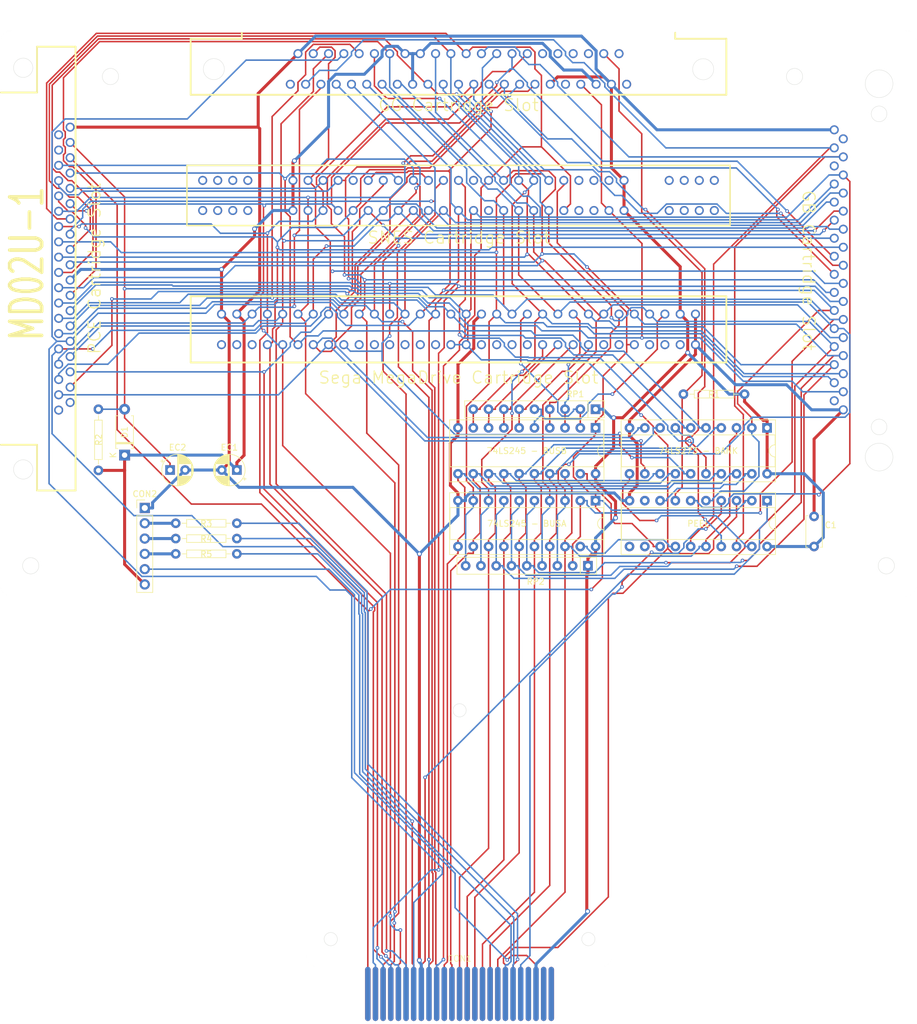
<source format=kicad_pcb>
(kicad_pcb (version 20240108) (generator "pcbnew") (generator_version "8.0")
  (layers (0 "F.Cu" signal) (31 "B.Cu" signal) (34 "B.Paste" user) (35 "F.Paste" user) (36 "B.SilkS" user "B.Silkscreen") (37 "F.SilkS" user "F.Silkscreen") (38 "B.Mask" user) (39 "F.Mask" user) (44 "Edge.Cuts" user))
  (net 0 "")
  (net 1 "/D0.Carts")
  (net 2 "/D2.Carts")
  (net 3 "/D5.Carts")
  (net 4 "/+5V")
  (net 5 "/D7.Carts")
  (net 6 "/D4.Carts")
  (net 7 "/D6.Carts")
  (net 8 "/D3.Carts")
  (net 9 "/D1.Carts")
  (net 10 "/D10.MD")
  (net 11 "/D13.MD")
  (net 12 "/D12.MD")
  (net 13 "/D11.MD")
  (net 14 "/D8.MD")
  (net 15 "/D14.MD")
  (net 16 "/D15.MD")
  (net 17 "/D9.MD")
  (net 18 "/D2.MGD2")
  (net 19 "/D6.MGD2")
  (net 20 "/~{Write}")
  (net 21 "/D1.MGD2")
  (net 22 "/GND")
  (net 23 "/D7.MGD2")
  (net 24 "/BUSA.~{CE}")
  (net 25 "/D0.MGD2")
  (net 26 "/D4.MGD2")
  (net 27 "/D3.MGD2")
  (net 28 "/D5.MGD2")
  (net 29 "/BUSB.~{CE}")
  (net 30 "/A19")
  (net 31 "/A16")
  (net 32 "/A17")
  (net 33 "/A18")
  (net 34 "/Bank.Cp")
  (net 35 "/A15")
  (net 36 "/A20")
  (net 37 "/Bank.D7")
  (net 38 "/A21")
  (net 39 "/CON1.Pin42")
  (net 40 "/GG.GB.~{Read}")
  (net 41 "/~{Read}")
  (net 43 "/~{M0-7}")
  (net 44 "/A0")
  (net 47 "/GG.GB.~{Write}")
  (net 48 "/~{GG}")
  (net 49 "/Proc.CLK.Out.2")
  (net 50 "/~{Reset}")
  (net 51 "/CON1.Pin45")
  (net 52 "Net-(CON2-Pin_3)")
  (net 53 "Net-(CON2-Pin_2)")
  (net 54 "Net-(CON2-Pin_4)")
  (net 55 "/CON1.Pin39")
  (net 56 "/CON1.Pin40")
  (net 57 "/CON1.Pin38")
  (net 58 "/A10")
  (net 60 "/A4")
  (net 64 "/A9")
  (net 65 "/A12")
  (net 66 "/A13")
  (net 67 "/A14")
  (net 70 "/A7")
  (net 73 "/A11")
  (net 74 "/A8")
  (net 77 "/A1")
  (net 80 "/A2")
  (net 85 "/A6")
  (net 88 "/A3")
  (net 92 "/A5")
  (footprint "Package_DIP:DIP-20_W7.62mm_Socket" (layer "F.Cu") (at 229.46 158.09 -90)
    (property "Reference" "U1" (hide yes))
    (property "Value" "74LS245 - BUSA")
  )
  (footprint "!MD02U-1:THT Resistor" (layer "F.Cu") (at 146.86 153.07 90)
    (property "Reference" "R2")
    (property "Value" "4.7k Ohms 5%" (hide yes))
  )
  (footprint "!MD02U-1:GG Cartridge Slot" (layer "F.Cu") (at 206.685 86.4)
    (property "Reference" "J1" (hide yes))
    (property "Value" "GG Cartridge Slot")
    (fp_circle (center -40.65 0.03) (end -38.9 0.03) (stroke (width 0.05)) (fill none) (layer "Edge.Cuts"))
    (fp_circle (center 40.65 0.05) (end 42.4 0.05) (stroke (width 0.05)) (fill none) (layer "Edge.Cuts"))
  )
  (footprint "Package_DIP:DIP-20_W7.62mm_Socket" (layer "F.Cu") (at 257.955 158.09 -90)
    (property "Reference" "U4" (hide yes))
    (property "Value" "PEEL")
  )
  (footprint "Resistor_THT:R_Array_SIP9" (layer "F.Cu") (at 229.46 142.91 180)
    (property "Reference" "RP1")
    (property "Value" "10K Ohm")
  )
  (footprint "Diode_THT:D_A-405_P7.62mm_Horizontal" (layer "F.Cu") (at 151.21 150.53 90)
    (property "Reference" "D1")
    (property "Value" "TPK BA 292")
  )
  (footprint "Package_DIP:DIP-20_W7.62mm_Socket" (layer "F.Cu") (at 229.46 146.01 -90)
    (property "Reference" "U2" (hide yes))
    (property "Value" "74LS245 - BUSB")
  )
  (footprint "!MD02U-1:THT Resistor" (layer "F.Cu") (at 244.05 140.41)
    (property "Reference" "R1")
    (property "Value" "4.7k Ohms 5%" (hide yes))
  )
  (footprint "Capacitor_THT:CP_Radial_D5.0mm_P2.50mm" (layer "F.Cu") (at 169.86 153.01 180)
    (property "Reference" "EC1")
    (property "Value" "47 uF 16V")
  )
  (footprint "Resistor_THT:R_Array_SIP9" (layer "F.Cu") (at 228.19 168.91 180)
    (property "Reference" "RP2")
    (property "Value" "10K Ohm")
  )
  (footprint "!MD02U-1:PCE Edge Connector" (layer "F.Cu") (at 141.21 119.56 -90)
    (property "Reference" "J5" (hide yes))
    (property "Value" "PCE Cartridge Slot")
    (fp_circle (center -33.35 6.85) (end -31.75 6.85) (stroke (width 0.05)) (fill none) (layer "Edge.Cuts"))
    (fp_circle (center 33.35 6.85) (end 34.95 6.85) (stroke (width 0.05)) (fill none) (layer "Edge.Cuts"))
  )
  (footprint "Package_DIP:DIP-20_W7.62mm_Socket" (layer "F.Cu") (at 257.955 146.01 -90)
    (property "Reference" "U3" (hide yes))
    (property "Value" "74LS273 - BANK")
  )
  (footprint "Capacitor_THT:CP_Radial_D5.0mm_P2.50mm" (layer "F.Cu") (at 158.76 153.01)
    (property "Reference" "EC2")
    (property "Value" "47 uF 16V")
  )
  (footprint "!MD02U-1:THT Resistor" (layer "F.Cu") (at 159.7 164.39)
    (property "Reference" "R4")
    (property "Value" "100 Ohms 5%" (hide yes))
  )
  (footprint "!MD02U-1:THT Resistor" (layer "F.Cu") (at 159.7 166.93)
    (property "Reference" "R5")
    (property "Value" "100 Ohms 5%" (hide yes))
  )
  (footprint "!MD02U-1:SNES Cartridge Slot" (layer "F.Cu") (at 206.685 107.41)
    (property "Reference" "J3" (hide yes))
    (property "Value" "SNES Cartridge Slot")
  )
  (footprint "Connector_PinHeader_2.54mm:PinHeader_1x06_P2.54mm_Vertical" (layer "F.Cu") (at 154.56 159.31)
    (property "Reference" "CON2")
    (property "Value" "Conn_01x06_Pin")
  )
  (footprint "!MD02U-1:MD Cartridge Slot" (layer "F.Cu") (at 206.685 129.65)
    (property "Reference" "J4" (hide yes))
    (property "Value" "Sega MegaDrive Cartridge Slot")
  )
  (footprint "!MD02U-1:MGD2 Edge Connector" (layer "F.Cu") (at 206.86 240.01)
    (property "Reference" "CON1")
    (property "Value" "MGD2 Edge Connector")
  )
  (footprint "!MD02U-1:THT Resistor" (layer "F.Cu") (at 159.7 161.85)
    (property "Reference" "R3")
    (property "Value" "100 Ohms 5%" (hide yes))
  )
  (footprint "!MD02U-1:GB Cartridge Slot" (layer "F.Cu") (at 269.86 119.86 -90)
    (property "Reference" "J2" (hide yes))
    (property "Value" "GB Cartridge Slot")
    (fp_circle (center -31 -6.7) (end -28.7 -6.7) (stroke (width 0.05)) (fill none) (layer "Edge.Cuts"))
    (fp_circle (center -26 -6.7) (end -24.7 -6.68) (stroke (width 0.05)) (fill none) (layer "Edge.Cuts"))
    (fp_circle (center 26 -6.7) (end 27.3 -6.68) (stroke (width 0.05)) (fill none) (layer "Edge.Cuts"))
    (fp_circle (center 31 -6.7) (end 33.3 -6.7) (stroke (width 0.05)) (fill none) (layer "Edge.Cuts"))
  )
  (footprint "Capacitor_THT:C_Disc_D5.0mm_W2.5mm_P5.00mm" (layer "F.Cu") (at 265.76 165.71 90)
    (property "Reference" "C1")
    (property "Value" "100 nF")
  )
  (gr_line (start 223.26 235.51) (end 230.36 235.51) (stroke (width 0.002)) (layer "Edge.Cuts"))
  (gr_line (start 282.86 82.01) (end 282.86 172.01) (stroke (width 0.002)) (layer "Edge.Cuts"))
  (gr_arc (start 232.36 233.51) (mid 231.774214 234.924214) (end 230.36 235.51) (stroke (width 0.002)) (layer "Edge.Cuts"))
  (gr_arc (start 280.86 80.01) (mid 282.274214 80.595786) (end 282.86 82.01) (stroke (width 0.002)) (layer "Edge.Cuts"))
  (gr_line (start 192.46 245.01) (end 221.26 245.01) (stroke (width 0.002)) (layer "Edge.Cuts"))
  (gr_line (start 188.56 174.01) (end 188.56 188.01) (stroke (width 0.002)) (layer "Edge.Cuts"))
  (gr_line (start 280.86 174.01) (end 232.36 174.01) (stroke (width 0.002)) (layer "Edge.Cuts"))
  (gr_line (start 190.46 243.01) (end 190.46 235.51) (stroke (width 0.002)) (layer "Edge.Cuts"))
  (gr_arc (start 130.51 82.01) (mid 131.095786 80.595786) (end 132.51 80.01) (stroke (width 0.002)) (layer "Edge.Cuts"))
  (gr_arc (start 132.51 174.01) (mid 131.095786 173.424214) (end 130.51 172.01) (stroke (width 0.002)) (layer "Edge.Cuts"))
  (gr_line (start 132.51 80.01) (end 280.86 80.01) (stroke (width 0.002)) (layer "Edge.Cuts"))
  (gr_line (start 181.36 188.01) (end 188.56 188.01) (stroke (width 0.002)) (layer "Edge.Cuts"))
  (gr_arc (start 282.86 172.01) (mid 282.274214 173.424214) (end 280.86 174.01) (stroke (width 0.002)) (layer "Edge.Cuts"))
  (gr_line (start 232.36 174.01) (end 232.36 233.51) (stroke (width 0.002)) (layer "Edge.Cuts"))
  (gr_line (start 183.36 235.51) (end 190.46 235.51) (stroke (width 0.002)) (layer "Edge.Cuts"))
  (gr_circle (center 228.26 230.91) (end 227.16 230.89) (stroke (width 0.05)) (fill none) (layer "Edge.Cuts"))
  (gr_line (start 181.36 188.01) (end 181.36 233.51) (stroke (width 0.002)) (layer "Edge.Cuts"))
  (gr_arc (start 192.46 245.01) (mid 191.045786 244.424214) (end 190.46 243.01) (stroke (width 0.002)) (layer "Edge.Cuts"))
  (gr_line (start 223.26 243.01) (end 223.26 235.51) (stroke (width 0.002)) (layer "Edge.Cuts"))
  (gr_circle (center 277.76 168.91) (end 276.41 168.94) (stroke (width 0.05)) (fill none) (layer "Edge.Cuts"))
  (gr_arc (start 183.36 235.51) (mid 181.945786 234.924214) (end 181.36 233.51) (stroke (width 0.002)) (layer "Edge.Cuts"))
  (gr_circle (center 262.51 87.66) (end 261.16 87.69) (stroke (width 0.05)) (fill none) (layer "Edge.Cuts"))
  (gr_circle (center 185.46 230.91) (end 184.36 230.89) (stroke (width 0.05)) (fill none) (layer "Edge.Cuts"))
  (gr_line (start 130.51 172.01) (end 130.51 82.01) (stroke (width 0.002)) (layer "Edge.Cuts"))
  (gr_circle (center 148.86 87.66) (end 147.51 87.69) (stroke (width 0.05)) (fill none) (layer "Edge.Cuts"))
  (gr_arc (start 223.26 243.01) (mid 222.674214 244.424214) (end 221.26 245.01) (stroke (width 0.002)) (layer "Edge.Cuts"))
  (gr_circle (center 135.61 168.91) (end 134.26 168.94) (stroke (width 0.05)) (fill none) (layer "Edge.Cuts"))
  (gr_line (start 188.56 174.01) (end 132.51 174.01) (stroke (width 0.002)) (layer "Edge.Cuts"))
  (gr_circle (center 206.86 192.91) (end 205.76 192.89) (stroke (width 0.05)) (fill none) (layer "Edge.Cuts"))
  (gr_text "MD02U-1" (at 138.1 131.88 90) (layer "F.SilkS") (effects (font (size 5.3 3.5) (thickness 0.6) (bold yes)) (justify left bottom)))
  (segment (start 225.65 165.3207) (end 225.65 168.91) (width 0.25) (layer "F.Cu") (net 1))
  (segment (start 270.61 128.01) (end 269.0508 128.01) (width 0.25) (layer "F.Cu") (net 1))
  (segment (start 262.1093 151.6853) (end 256.8283 156.9663) (width 0.25) (layer "F.Cu") (net 1))
  (segment (start 214.185 125.72) (end 214.185 109.91) (width 0.25) (layer "F.Cu") (net 1))
  (segment (start 262.1093 134.9515) (end 262.1093 151.6853) (width 0.25) (layer "F.Cu") (net 1))
  (segment (start 269.0508 128.01) (end 262.1093 134.9515) (width 0.25) (layer "F.Cu") (net 1))
  (segment (start 256.8283 156.9663) (end 256.8283 160.1166) (width 0.25) (layer "F.Cu") (net 1))
  (segment (start 226.92 158.09) (end 226.92 164.0507) (width 0.25) (layer "F.Cu") (net 1))
  (segment (start 226.92 164.0507) (end 225.65 165.3207) (width 0.25) (layer "F.Cu") (net 1))
  (segment (start 215.575 127.11) (end 214.185 125.72) (width 0.25) (layer "F.Cu") (net 1))
  (via (at 256.8283 160.1166) (size 0.6) (drill 0.3) (layers "F.Cu" "B.Cu") (net 1))
  (segment (start 229.3884 160.1359) (end 228.0467 158.7942) (width 0.25) (layer "B.Cu") (net 1))
  (segment (start 190.3269 122.6687) (end 189.7642 122.106) (width 0.25) (layer "B.Cu") (net 1))
  (segment (start 228.0467 158.7942) (end 228.0467 158.09) (width 0.25) (layer "B.Cu") (net 1))
  (segment (start 265.0907 124.6578) (end 218.0272 124.6578) (width 0.25) (layer "B.Cu") (net 1))
  (segment (start 189.7642 122.106) (end 188.9372 122.106) (width 0.25) (layer "B.Cu") (net 1))
  (segment (start 146.2261 121.8276) (end 142.7787 125.275) (width 0.25) (layer "B.Cu") (net 1))
  (segment (start 193.985 88.94) (end 208.0395 102.9945) (width 0.25) (layer "B.Cu") (net 1))
  (segment (start 166.9592 121.8276) (end 146.2261 121.8276) (width 0.25) (layer "B.Cu") (net 1))
  (segment (start 212.3961 123.9311) (end 202.8644 123.9311) (width 0.25) (layer "B.Cu") (net 1))
  (segment (start 211.0175 108.2849) (end 212.5599 108.2849) (width 0.25) (layer "B.Cu") (net 1))
  (segment (start 202.8644 123.9311) (end 201.602 122.6687) (width 0.25) (layer "B.Cu") (net 1))
  (segment (start 201.602 122.6687) (end 190.3269 122.6687) (width 0.25) (layer "B.Cu") (net 1))
  (segment (start 215.575 127.11) (end 212.3961 123.9311) (width 0.25) (layer "B.Cu") (net 1))
  (segment (start 268.4429 128.01) (end 265.0907 124.6578) (width 0.25) (layer "B.Cu") (net 1))
  (segment (start 188.7121 121.8809) (end 167.0125 121.8809) (width 0.25) (layer "B.Cu") (net 1))
  (segment (start 218.0272 124.6578) (end 215.575 127.11) (width 0.25) (layer "B.Cu") (net 1))
  (segment (start 208.0395 105.3069) (end 211.0175 108.2849) (width 0.25) (layer "B.Cu") (net 1))
  (segment (start 188.9372 122.106) (end 188.7121 121.8809) (width 0.25) (layer "B.Cu") (net 1))
  (segment (start 256.809 160.1359) (end 229.3884 160.1359) (width 0.25) (layer "B.Cu") (net 1))
  (segment (start 142.7787 125.275) (end 140.26 125.275) (width 0.25) (layer "B.Cu") (net 1))
  (segment (start 256.8283 160.1166) (end 256.809 160.1359) (width 0.25) (layer "B.Cu") (net 1))
  (segment (start 167.0125 121.8809) (end 166.9592 121.8276) (width 0.25) (layer "B.Cu") (net 1))
  (segment (start 208.0395 102.9945) (end 208.0395 105.3069) (width 0.25) (layer "B.Cu") (net 1))
  (segment (start 212.5599 108.2849) (end 214.185 109.91) (width 0.25) (layer "B.Cu") (net 1))
  (segment (start 226.92 158.09) (end 228.0467 158.09) (width 0.25) (layer "B.Cu") (net 1))
  (segment (start 270.61 128.01) (end 268.4429 128.01) (width 0.25) (layer "B.Cu") (net 1))
  (segment (start 229.545 128.38) (end 230.3483 127.5767) (width 0.25) (layer "F.Cu") (net 2))
  (segment (start 230.3483 127.5767) (end 230.815 127.11) (width 0.25) (layer "F.Cu") (net 2))
  (segment (start 219.1866 116.8041) (end 219.1866 109.9115) (width 0.25) (layer "F.Cu") (net 2))
  (segment (start 221.84 156.1659) (end 220.7021 155.028) (width 0.25) (layer "F.Cu") (net 2))
  (segment (start 230.3483 127.5767) (end 220.9964 118.2248) (width 0.25) (layer "F.Cu") (net 2))
  (segment (start 221.84 158.09) (end 221.84 156.1659) (width 0.25) (layer "F.Cu") (net 2))
  (segment (start 220.7021 155.028) (end 220.7021 142.2094) (width 0.25) (layer "F.Cu") (net 2))
  (segment (start 220.6073 118.2248) (end 219.1866 116.8041) (width 0.25) (layer "F.Cu") (net 2))
  (segment (start 229.545 133.3665) (end 229.545 128.38) (width 0.25) (layer "F.Cu") (net 2))
  (segment (start 219.1866 109.9115) (end 219.1865 109.9115) (width 0.25) (layer "F.Cu") (net 2))
  (segment (start 219.1865 109.9115) (end 219.185 109.91) (width 0.25) (layer "F.Cu") (net 2))
  (segment (start 220.7021 142.2094) (end 229.545 133.3665) (width 0.25) (layer "F.Cu") (net 2))
  (segment (start 220.9964 118.2248) (end 220.6073 118.2248) (width 0.25) (layer "F.Cu") (net 2))
  (via (at 220.6073 118.2248) (size 0.6) (drill 0.3) (layers "F.Cu" "B.Cu") (net 2))
  (segment (start 146.0902 121.0308) (end 167.6302 121.0308) (width 0.25) (layer "B.Cu") (net 2))
  (segment (start 212.7617 104.4638) (end 197.2379 88.94) (width 0.25) (layer "B.Cu") (net 2))
  (segment (start 217.935 108.66) (end 216.4057 108.66) (width 0.25) (layer "B.Cu") (net 2))
  (segment (start 212.7617 105.016) (end 212.7617 104.4638) (width 0.25) (layer "B.Cu") (net 2))
  (segment (start 268.4429 131.01) (end 270.61 131.01) (width 0.25) (layer "B.Cu") (net 2))
  (segment (start 197.2379 88.94) (end 196.525 88.94) (width 0.25) (layer "B.Cu") (net 2))
  (segment (start 220.57 160.4867) (end 220.57 168.91) (width 0.25) (layer "B.Cu") (net 2))
  (segment (start 232.3445 125.5805) (end 263.0134 125.5805) (width 0.25) (layer "B.Cu") (net 2))
  (segment (start 169.5965 119.0645) (end 219.7676 119.0645) (width 0.25) (layer "B.Cu") (net 2))
  (segment (start 263.0134 125.5805) (end 268.4429 131.01) (width 0.25) (layer "B.Cu") (net 2))
  (segment (start 219.7676 119.0645) (end 220.6073 118.2248) (width 0.25) (layer "B.Cu") (net 2))
  (segment (start 144.386 122.735) (end 146.0902 121.0308) (width 0.25) (layer "B.Cu") (net 2))
  (segment (start 216.4057 108.66) (end 212.7617 105.016) (width 0.25) (layer "B.Cu") (net 2))
  (segment (start 219.185 109.91) (end 217.935 108.66) (width 0.25) (layer "B.Cu") (net 2))
  (segment (start 140.26 122.735) (end 144.386 122.735) (width 0.25) (layer "B.Cu") (net 2))
  (segment (start 167.6302 121.0308) (end 169.5965 119.0645) (width 0.25) (layer "B.Cu") (net 2))
  (segment (start 230.815 127.11) (end 232.3445 125.5805) (width 0.25) (layer "B.Cu") (net 2))
  (segment (start 221.84 159.2167) (end 220.57 160.4867) (width 0.25) (layer "B.Cu") (net 2))
  (segment (start 221.84 158.09) (end 221.84 159.2167) (width 0.25) (layer "B.Cu") (net 2))
  (segment (start 256.277 168.9912) (end 264.0766 161.1916) (width 0.25) (layer "F.Cu") (net 3))
  (segment (start 264.0766 140.5434) (end 269.11 135.51) (width 0.25) (layer "F.Cu") (net 3))
  (segment (start 218.1002 117.1895) (end 218.1002 107.518) (width 0.25) (layer "F.Cu") (net 3))
  (segment (start 218.3066 106.5316) (end 216.685 104.91) (width 0.25) (layer "F.Cu") (net 3))
  (segment (start 218.1002 107.518) (end 218.3066 107.3116) (width 0.25) (layer "F.Cu") (net 3))
  (segment (start 218.3066 107.3116) (end 218.3066 106.5316) (width 0.25) (layer "F.Cu") (net 3))
  (segment (start 228.275 127.11) (end 218.3545 117.1895) (width 0.25) (layer "F.Cu") (net 3))
  (segment (start 264.0766 161.1916) (end 264.0766 140.5434) (width 0.25) (layer "F.Cu") (net 3))
  (segment (start 252.9104 168.9912) (end 256.277 168.9912) (width 0.25) (layer "F.Cu") (net 3))
  (segment (start 218.3545 117.1895) (end 218.1002 117.1895) (width 0.25) (layer "F.Cu") (net 3))
  (via (at 218.1002 117.1895) (size 0.6) (drill 0.3) (layers "F.Cu" "B.Cu") (net 3))
  (via (at 252.9104 168.9912) (size 0.6) (drill 0.3) (layers "F.Cu" "B.Cu") (net 3))
  (segment (start 216.685 104.91) (end 216.685 102.5134) (width 0.25) (layer "B.Cu") (net 3))
  (segment (start 253.6062 135.51) (end 247.3296 129.2334) (width 0.25) (layer "B.Cu") (net 3))
  (segment (start 269.11 135.51) (end 253.6062 135.51) (width 0.25) (layer "B.Cu") (net 3))
  (segment (start 212.95 160.4867) (end 212.95 168.91) (width 0.25) (layer "B.Cu") (net 3))
  (segment (start 214.0767 169.1814) (end 215.8981 171.0028) (width 0.25) (layer "B.Cu") (net 3))
  (segment (start 232.7283 129.2334) (end 231.7504 128.2555) (width 0.25) (layer "B.Cu") (net 3))
  (segment (start 229.4205 128.2555) (end 228.275 127.11) (width 0.25) (layer "B.Cu") (net 3))
  (segment (start 204.145 89.9734) (end 204.145 88.94) (width 0.25) (layer "B.Cu") (net 3))
  (segment (start 140.26 117.655) (end 217.6347 117.655) (width 0.25) (layer "B.Cu") (net 3))
  (segment (start 217.6347 117.655) (end 218.1002 117.1895) (width 0.25) (layer "B.Cu") (net 3))
  (segment (start 212.95 168.91) (end 214.0767 168.91) (width 0.25) (layer "B.Cu") (net 3))
  (segment (start 234.1796 169.4716) (end 252.43 169.4716) (width 0.25) (layer "B.Cu") (net 3))
  (segment (start 252.43 169.4716) (end 252.9104 168.9912) (width 0.25) (layer "B.Cu") (net 3))
  (segment (start 232.6484 171.0028) (end 234.1796 169.4716) (width 0.25) (layer "B.Cu") (net 3))
  (segment (start 214.22 159.2167) (end 212.95 160.4867) (width 0.25) (layer "B.Cu") (net 3))
  (segment (start 214.0767 168.91) (end 214.0767 169.1814) (width 0.25) (layer "B.Cu") (net 3))
  (segment (start 231.7504 128.2555) (end 229.4205 128.2555) (width 0.25) (layer "B.Cu") (net 3))
  (segment (start 247.3296 129.2334) (end 232.7283 129.2334) (width 0.25) (layer "B.Cu") (net 3))
  (segment (start 215.8981 171.0028) (end 232.6484 171.0028) (width 0.25) (layer "B.Cu") (net 3))
  (segment (start 216.685 102.5134) (end 204.145 89.9734) (width 0.25) (layer "B.Cu") (net 3))
  (segment (start 214.22 158.09) (end 214.22 159.2167) (width 0.25) (layer "B.Cu") (net 3))
  (segment (start 173.6568 123.2156) (end 169.855 127.0174) (width 0.5) (layer "F.Cu") (net 4))
  (segment (start 243.515 127.11) (end 243.515 119.24) (width 0.5) (layer "F.Cu") (net 4))
  (segment (start 169.86 153.01) (end 169.86 151.7583) (width 0.5) (layer "F.Cu") (net 4))
  (segment (start 254.21 140.41) (end 254.21 141.6617) (width 0.5) (layer "F.Cu") (net 4))
  (segment (start 232.085 102.81) (end 232.085 88.94) (width 0.5) (layer "F.Cu") (net 4))
  (segment (start 234.185 104.91) (end 232.085 102.81) (width 0.5) (layer "F.Cu") (net 4))
  (segment (start 228.19 170.1617) (end 227.9997 170.352) (width 0.5) (layer "F.Cu") (net 4))
  (segment (start 173.4063 96.065) (end 173.6568 96.3155) (width 0.5) (layer "F.Cu") (net 4))
  (segment (start 227.9997 226.1675) (end 228.1332 226.301) (width 0.5) (layer "F.Cu") (net 4))
  (segment (start 234.185 109.91) (end 234.185 104.91) (width 0.5) (layer "F.Cu") (net 4))
  (segment (start 230.8742 87.7292) (end 223.1358 87.7292) (width 0.5) (layer "F.Cu") (net 4))
  (segment (start 257.955 146.01) (end 257.955 144.7583) (width 0.5) (layer "F.Cu") (net 4))
  (segment (start 244.7635 133.5236) (end 233.9619 144.3252) (width 0.5) (layer "F.Cu") (net 4))
  (segment (start 229.46 153.63) (end 229.46 154.8817) (width 0.5) (layer "F.Cu") (net 4))
  (segment (start 232.085 88.94) (end 230.8742 87.7292) (width 0.5) (layer "F.Cu") (net 4))
  (segment (start 228.19 168.91) (end 228.19 167.6583) (width 0.5) (layer "F.Cu") (net 4))
  (segment (start 151.21 153.07) (end 151.21 150.53) (width 0.5) (layer "F.Cu") (net 4))
  (segment (start 223.1358 87.7292) (end 221.925 88.94) (width 0.5) (layer "F.Cu") (net 4))
  (segment (start 228.8866 166.9617) (end 228.19 167.6583) (width 0.5) (layer "F.Cu") (net 4))
  (segment (start 229.46 166.9617) (end 228.8866 166.9617) (width 0.5) (layer "F.Cu") (net 4))
  (segment (start 229.46 165.71) (end 229.46 166.9617) (width 0.5) (layer "F.Cu") (net 4))
  (segment (start 228.19 168.91) (end 228.19 170.1617) (width 0.5) (layer "F.Cu") (net 4))
  (segment (start 257.3066 144.7583) (end 254.21 141.6617) (width 0.5) (layer "F.Cu") (net 4))
  (segment (start 173.4063 96.065) (end 142.16 96.065) (width 0.5) (layer "F.Cu") (net 4))
  (segment (start 173.6568 96.3155) (end 173.6568 123.2156) (width 0.5) (layer "F.Cu") (net 4))
  (segment (start 169.86 151.7583) (end 171.0585 150.5598) (width 0.5) (layer "F.Cu") (net 4))
  (segment (start 229.46 152.3783) (end 232.4614 149.3769) (width 0.5) (layer "F.Cu") (net 4))
  (segment (start 154.56 172.01) (end 151.21 168.66) (width 0.5) (layer "F.Cu") (net 4))
  (segment (start 151.21 153.07) (end 146.86 153.07) (width 0.5) (layer "F.Cu") (net 4))
  (segment (start 257.955 144.7583) (end 257.3066 144.7583) (width 0.5) (layer "F.Cu") (net 4))
  (segment (start 233.9619 144.3252) (end 232.4614 144.3252) (width 0.5) (layer "F.Cu") (net 4))
  (segment (start 151.21 168.66) (end 151.21 153.07) (width 0.5) (layer "F.Cu") (net 4))
  (segment (start 232.7758 158.1975) (end 229.46 154.8817) (width 0.5) (layer "F.Cu") (net 4))
  (segment (start 227.9997 170.352) (end 227.9997 226.1675) (width 0.5) (layer "F.Cu") (net 4))
  (segment (start 173.4063 90.4687) (end 173.4063 96.065) (width 0.5) (layer "F.Cu") (net 4))
  (segment (start 257.955 153.63) (end 257.955 146.01) (width 0.5) (layer "F.Cu") (net 4))
  (segment (start 229.46 153.63) (end 229.46 152.3783) (width 0.5) (layer "F.Cu") (net 4))
  (segment (start 243.515 119.24) (end 234.185 109.91) (width 0.5) (layer "F.Cu") (net 4))
  (segment (start 244.7635 128.3585) (end 243.515 127.11) (width 0.5) (layer "F.Cu") (net 4))
  (segment (start 232.7758 160.9625) (end 232.7758 158.1975) (width 0.5) (layer "F.Cu") (net 4))
  (segment (start 180.015 83.86) (end 173.4063 90.4687) (width 0.5) (layer "F.Cu") (net 4))
  (segment (start 244.7635 133.5236) (end 244.7635 128.3585) (width 0.5) (layer "F.Cu") (net 4))
  (segment (start 169.855 127.0174) (end 169.855 127.11) (width 0.5) (layer "F.Cu") (net 4))
  (segment (start 171.0585 128.3135) (end 169.855 127.11) (width 0.5) (layer "F.Cu") (net 4))
  (segment (start 171.0585 150.5598) (end 171.0585 128.3135) (width 0.5) (layer "F.Cu") (net 4))
  (segment (start 232.4614 149.3769) (end 232.4614 144.3252) (width 0.5) (layer "F.Cu") (net 4))
  (via (at 244.7635 133.5236) (size 0.8) (drill 0.5) (layers "F.Cu" "B.Cu") (net 4))
  (via (at 232.4614 144.3252) (size 0.8) (drill 0.5) (layers "F.Cu" "B.Cu") (net 4))
  (via (at 232.7758 160.9625) (size 0.8) (drill 0.5) (layers "F.Cu" "B.Cu") (net 4))
  (via (at 228.1332 226.301) (size 0.8) (drill 0.5) (layers "F.Cu" "B.Cu") (net 4))
  (segment (start 180.015 83.86) (end 182.9246 80.9504) (width 0.5) (layer "B.Cu") (net 4))
  (segment (start 229.545 86.4) (end 232.085 88.94) (width 0.5) (layer "B.Cu") (net 4))
  (segment (start 257.955 165.71) (end 265.76 165.71) (width 0.5) (layer "B.Cu") (net 4))
  (segment (start 265.76 165.71) (end 267.2953 164.1747) (width 0.5) (layer "B.Cu") (net 4))
  (segment (start 167.38 150.53) (end 151.21 150.53) (width 0.5) (layer "B.Cu") (net 4))
  (segment (start 227.1145 80.9504) (end 229.545 83.3809) (width 0.5) (layer "B.Cu") (net 4))
  (segment (start 169.86 153.01) (end 167.38 150.53) (width 0.5) (layer "B.Cu") (net 4))
  (segment (start 228.1332 226.4851) (end 228.1332 226.301) (width 0.5) (layer "B.Cu") (net 4))
  (segment (start 254.21 140.41) (end 251.6499 140.41) (width 0.5) (layer "B.Cu") (net 4))
  (segment (start 219.56 240.01) (end 219.56 235.0583) (width 0.5) (layer "B.Cu") (net 4))
  (segment (start 182.9246 80.9504) (end 227.1145 80.9504) (width 0.5) (layer "B.Cu") (net 4))
  (segment (start 267.2953 156.8003) (end 264.125 153.63) (width 0.5) (layer "B.Cu") (net 4))
  (segment (start 229.46 164.2783) (end 232.7758 160.9625) (width 0.5) (layer "B.Cu") (net 4))
  (segment (start 264.125 153.63) (end 257.955 153.63) (width 0.5) (layer "B.Cu") (net 4))
  (segment (start 229.46 142.91) (end 230.7117 142.91) (width 0.5) (layer "B.Cu") (net 4))
  (segment (start 232.085 88.94) (end 239.655 96.51) (width 0.5) (layer "B.Cu") (net 4))
  (segment (start 219.56 235.0583) (end 228.1332 226.4851) (width 0.5) (layer "B.Cu") (net 4))
  (segment (start 229.46 165.71) (end 229.46 164.2783) (width 0.5) (layer "B.Cu") (net 4))
  (segment (start 230.7117 142.91) (end 232.1269 144.3252) (width 0.5) (layer "B.Cu") (net 4))
  (segment (start 239.655 96.51) (end 269.11 96.51) (width 0.5) (layer "B.Cu") (net 4))
  (segment (start 267.2953 164.1747) (end 267.2953 156.8003) (width 0.5) (layer "B.Cu") (net 4))
  (segment (start 232.1269 144.3252) (end 232.4614 144.3252) (width 0.5) (layer "B.Cu") (net 4))
  (segment (start 251.6499 140.41) (end 244.7635 133.5236) (width 0.5) (layer "B.Cu") (net 4))
  (segment (start 229.545 83.3809) (end 229.545 86.4) (width 0.5) (layer "B.Cu") (net 4))
  (segment (start 213.035 127.11) (end 212.9833 127.0583) (width 0.25) (layer "F.Cu") (net 5))
  (segment (start 213.035 127.11) (end 211.765 128.38) (width 0.25) (layer "F.Cu") (net 5))
  (segment (start 212.9833 116.8533) (end 212.9833 107.8117) (width 0.25) (layer "F.Cu") (net 5))
  (segment (start 211.765 138.6566) (end 208.0081 142.4135) (width 0.25) (layer "F.Cu") (net 5))
  (segment (start 216.2094 103.8173) (end 220.5923 103.8173) (width 0.25) (layer "F.Cu") (net 5))
  (segment (start 212.9833 127.0583) (end 212.9833 116.8533) (width 0.25) (layer "F.Cu") (net 5))
  (segment (start 209.14 155.9474) (end 209.14 158.09) (width 0.25) (layer "F.Cu") (net 5))
  (segment (start 220.5923 103.8173) (end 221.685 104.91) (width 0.25) (layer "F.Cu") (net 5))
  (segment (start 212.9833 107.8117) (end 215.435 105.36) (width 0.25) (layer "F.Cu") (net 5))
  (segment (start 211.765 128.38) (end 211.765 138.6566) (width 0.25) (layer "F.Cu") (net 5))
  (segment (start 215.435 105.36) (end 215.435 104.5917) (width 0.25) (layer "F.Cu") (net 5))
  (segment (start 208.0081 142.4135) (end 208.0081 154.8155) (width 0.25) (layer "F.Cu") (net 5))
  (segment (start 215.435 104.5917) (end 216.2094 103.8173) (width 0.25) (layer "F.Cu") (net 5))
  (segment (start 208.0081 154.8155) (end 209.14 155.9474) (width 0.25) (layer "F.Cu") (net 5))
  (via (at 212.9833 116.8533) (size 0.6) (drill 0.3) (layers "F.Cu" "B.Cu") (net 5))
  (segment (start 229.2356 130.3738) (end 246.8742 130.3738) (width 0.25) (layer "B.Cu") (net 5))
  (segment (start 253.9808 137.4804) (end 268.0804 137.4804) (width 0.25) (layer "B.Cu") (net 5))
  (segment (start 209.14 159.2167) (end 207.87 160.4867) (width 0.25) (layer "B.Cu") (net 5))
  (segment (start 220.7704 128.5468) (end 221.4327 129.2091) (width 0.25) (layer "B.Cu") (net 5))
  (segment (start 207.87 160.4867) (end 207.87 168.91) (width 0.25) (layer "B.Cu") (net 5))
  (segment (start 221.685 104.91) (end 206.685 89.91) (width 0.25) (layer "B.Cu") (net 5))
  (segment (start 206.685 89.91) (end 206.685 88.94) (width 0.25) (layer "B.Cu") (net 5))
  (segment (start 213.035 127.11) (end 214.4718 128.5468) (width 0.25) (layer "B.Cu") (net 5))
  (segment (start 221.4327 129.2091) (end 228.0709 129.2091) (width 0.25) (layer "B.Cu") (net 5))
  (segment (start 148.8885 115.115) (end 150.6635 116.89) (width 0.25) (layer "B.Cu") (net 5))
  (segment (start 212.9466 116.89) (end 212.9833 116.8533) (width 0.25) (layer "B.Cu") (net 5))
  (segment (start 209.14 158.09) (end 209.14 159.2167) (width 0.25) (layer "B.Cu") (net 5))
  (segment (start 150.6635 116.89) (end 212.9466 116.89) (width 0.25) (layer "B.Cu") (net 5))
  (segment (start 140.26 115.115) (end 148.8885 115.115) (width 0.25) (layer "B.Cu") (net 5))
  (segment (start 246.8742 130.3738) (end 253.9808 137.4804) (width 0.25) (layer "B.Cu") (net 5))
  (segment (start 268.0804 137.4804) (end 269.11 138.51) (width 0.25) (layer "B.Cu") (net 5))
  (segment (start 214.4718 128.5468) (end 220.7704 128.5468) (width 0.25) (layer "B.Cu") (net 5))
  (segment (start 228.0709 129.2091) (end 229.2356 130.3738) (width 0.25) (layer "B.Cu") (net 5))
  (segment (start 222.7726 104.4371) (end 222.7726 106.3955) (width 0.25) (layer "F.Cu") (net 6))
  (segment (start 220.5797 108.5884) (end 220.5797 117.1251) (width 0.25) (layer "F.Cu") (net 6))
  (segment (start 269.0381 134.01) (end 270.61 134.01) (width 0.25) (layer "F.Cu") (net 6))
  (segment (start 235.895 127.11) (end 228.0806 119.2956) (width 0.25) (layer "F.Cu") (net 6))
  (segment (start 263.6249 158.3933) (end 263.6249 139.4232) (width 0.25) (layer "F.Cu") (net 6))
  (segment (start 254.7435 168.0381) (end 256.685 166.0966) (width 0.25) (layer "F.Cu") (net 6))
  (segment (start 256.685 166.0966) (end 256.685 165.3332) (width 0.25) (layer "F.Cu") (net 6))
  (segment (start 228.0806 119.2956) (end 228.0467 119.2956) (width 0.25) (layer "F.Cu") (net 6))
  (segment (start 253.8709 168.0381) (end 254.7435 168.0381) (width 0.25) (layer "F.Cu") (net 6))
  (segment (start 222.7726 106.3955) (end 220.5797 108.5884) (width 0.25) (layer "F.Cu") (net 6))
  (segment (start 214.185 104.91) (end 215.7943 103.3007) (width 0.25) (layer "F.Cu") (net 6))
  (segment (start 263.6249 139.4232) (end 269.0381 134.01) (width 0.25) (layer "F.Cu") (net 6))
  (segment (start 215.7943 103.3007) (end 221.6362 103.3007) (width 0.25) (layer "F.Cu") (net 6))
  (segment (start 221.6362 103.3007) (end 222.7726 104.4371) (width 0.25) (layer "F.Cu") (net 6))
  (segment (start 256.685 165.3332) (end 263.6249 158.3933) (width 0.25) (layer "F.Cu") (net 6))
  (via (at 228.0467 119.2956) (size 0.6) (drill 0.3) (layers "F.Cu" "B.Cu") (net 6))
  (via (at 253.8709 168.0381) (size 0.6) (drill 0.3) (layers "F.Cu" "B.Cu") (net 6))
  (via (at 220.5797 117.1251) (size 0.6) (drill 0.3) (layers "F.Cu" "B.Cu") (net 6))
  (segment (start 228.0467 119.2956) (end 225.8762 117.1251) (width 0.25) (layer "B.Cu") (net 6))
  (segment (start 242.0723 168.3556) (end 253.5534 168.3556) (width 0.25) (layer "B.Cu") (net 6))
  (segment (start 215.49 160.4867) (end 215.49 168.91) (width 0.25) (layer "B.Cu") (net 6))
  (segment (start 202.875 93.6) (end 202.875 83.86) (width 0.25) (layer "B.Cu") (net 6))
  (segment (start 214.185 104.91) (end 202.875 93.6) (width 0.25) (layer "B.Cu") (net 6))
  (segment (start 268.0436 134.01) (end 262.8153 128.7817) (width 0.25) (layer "B.Cu") (net 6))
  (segment (start 216.6167 168.91) (end 216.6167 169.1917) (width 0.25) (layer "B.Cu") (net 6))
  (segment (start 219.2301 118.4747) (end 220.5797 117.1251) (width 0.25) (layer "B.Cu") (net 6))
  (segment (start 216.76 158.09) (end 216.76 159.2167) (width 0.25) (layer "B.Cu") (net 6))
  (segment (start 242.0723 168.3557) (end 242.0723 168.3556) (width 0.25) (layer "B.Cu") (net 6))
  (segment (start 225.8762 117.1251) (end 220.5797 117.1251) (width 0.25) (layer "B.Cu") (net 6))
  (segment (start 215.49 168.91) (end 216.6167 168.91) (width 0.25) (layer "B.Cu") (net 6))
  (segment (start 216.6167 169.1917) (end 217.9213 170.4963) (width 0.25) (layer "B.Cu") (net 6))
  (segment (start 142.6103 118.4747) (end 219.2301 118.4747) (width 0.25) (layer "B.Cu") (net 6))
  (segment (start 262.8153 128.7817) (end 237.5667 128.7817) (width 0.25) (layer "B.Cu") (net 6))
  (segment (start 253.5534 168.3556) (end 253.8709 168.0381) (width 0.25) (layer "B.Cu") (net 6))
  (segment (start 241.4081 169.0199) (end 242.0723 168.3557) (width 0.25) (layer "B.Cu") (net 6))
  (segment (start 216.76 159.2167) (end 215.49 160.4867) (width 0.25) (layer "B.Cu") (net 6))
  (segment (start 231.9885 170.4963) (end 233.4649 169.0199) (width 0.25) (layer "B.Cu") (net 6))
  (segment (start 270.61 134.01) (end 268.0436 134.01) (width 0.25) (layer "B.Cu") (net 6))
  (segment (start 237.5667 128.7817) (end 235.895 127.11) (width 0.25) (layer "B.Cu") (net 6))
  (segment (start 217.9213 170.4963) (end 231.9885 170.4963) (width 0.25) (layer "B.Cu") (net 6))
  (segment (start 233.4649 169.0199) (end 241.4081 169.0199) (width 0.25) (layer "B.Cu") (net 6))
  (segment (start 142.16 118.925) (end 142.6103 118.4747) (width 0.25) (layer "B.Cu") (net 6))
  (segment (start 142.16 116.385) (end 145.5017 113.0433) (width 0.25) (layer "F.Cu") (net 7))
  (segment (start 220.655 127.11) (end 215.604 122.059) (width 0.25) (layer "F.Cu") (net 7))
  (segment (start 138.7132 88.933196) (end 146.703196 80.9432) (width 0.25) (layer "F.Cu") (net 7))
  (segment (start 143.4836 107.6883) (end 142.0385 107.6883) (width 0.25) (layer "F.Cu") (net 7))
  (segment (start 145.5017 109.7064) (end 143.4836 107.6883) (width 0.25) (layer "F.Cu") (net 7))
  (segment (start 215.604 108.9736) (end 217.6721 106.9055) (width 0.25) (layer "F.Cu") (net 7))
  (segment (start 211.68 156.1659) (end 210.5533 155.0392) (width 0.25) (layer "F.Cu") (net 7))
  (segment (start 215.5717 146.2518) (end 215.5717 143.5658) (width 0.25) (layer "F.Cu") (net 7))
  (segment (start 210.5533 155.0392) (end 210.5533 151.2702) (width 0.25) (layer "F.Cu") (net 7))
  (segment (start 139.9626 106.225) (end 138.7132 104.9756) (width 0.25) (layer "F.Cu") (net 7))
  (segment (start 215.604 122.059) (end 215.604 108.9736) (width 0.25) (layer "F.Cu") (net 7))
  (segment (start 219.385 134.5087) (end 219.385 128.38) (width 0.25) (layer "F.Cu") (net 7))
  (segment (start 145.5017 113.0433) (end 145.5017 109.7064) (width 0.25) (layer "F.Cu") (net 7))
  (segment (start 217.2388 136.6549) (end 219.385 134.5087) (width 0.25) (layer "F.Cu") (net 7))
  (segment (start 146.703196 80.9432) (end 202.4982 80.9432) (width 0.25) (layer "F.Cu") (net 7))
  (segment (start 210.5533 151.2702) (end 215.5717 146.2518) (width 0.25) (layer "F.Cu") (net 7))
  (segment (start 138.7132 104.9756) (end 138.7132 88.933196) (width 0.25) (layer "F.Cu") (net 7))
  (segment (start 219.385 128.38) (end 220.655 127.11) (width 0.25) (layer "F.Cu") (net 7))
  (segment (start 140.5752 106.225) (end 139.9626 106.225) (width 0.25) (layer "F.Cu") (net 7))
  (segment (start 142.0385 107.6883) (end 140.5752 106.225) (width 0.25) (layer "F.Cu") (net 7))
  (segment (start 202.4982 80.9432) (end 205.415 83.86) (width 0.25) (layer "F.Cu") (net 7))
  (segment (start 211.68 158.09) (end 211.68 156.1659) (width 0.25) (layer "F.Cu") (net 7))
  (via (at 217.6721 106.9055) (size 0.6) (drill 0.3) (layers "F.Cu" "B.Cu") (net 7))
  (via (at 217.2388 136.6549) (size 0.6) (drill 0.3) (layers "F.Cu" "B.Cu") (net 7))
  (via (at 215.5717 143.5658) (size 0.6) (drill 0.3) (layers "F.Cu" "B.Cu") (net 7))
  (segment (start 232.1321 129.3925) (end 232.6403 129.9007) (width 0.25) (layer "B.Cu") (net 7))
  (segment (start 222.2507 128.7057) (end 228.2063 128.7057) (width 0.25) (layer "B.Cu") (net 7))
  (segment (start 211.68 158.09) (end 211.68 159.2167) (width 0.25) (layer "B.Cu") (net 7))
  (segment (start 247.04 129.9007) (end 254.1493 137.01) (width 0.25) (layer "B.Cu") (net 7))
  (segment (start 228.8931 129.3925) (end 232.1321 129.3925) (width 0.25) (layer "B.Cu") (net 7))
  (segment (start 215.5717 138.322) (end 215.5717 143.5658) (width 0.25) (layer "B.Cu") (net 7))
  (segment (start 232.6403 129.9007) (end 247.04 129.9007) (width 0.25) (layer "B.Cu") (net 7))
  (segment (start 205.415 90.5316) (end 219.185 104.3016) (width 0.25) (layer "B.Cu") (net 7))
  (segment (start 219.185 104.3016) (end 219.185 104.91) (width 0.25) (layer "B.Cu") (net 7))
  (segment (start 219.185 105.3926) (end 219.185 104.91) (width 0.25) (layer "B.Cu") (net 7))
  (segment (start 211.68 159.2167) (end 210.41 160.4867) (width 0.25) (layer "B.Cu") (net 7))
  (segment (start 217.6721 106.9055) (end 219.185 105.3926) (width 0.25) (layer "B.Cu") (net 7))
  (segment (start 210.41 160.4867) (end 210.41 168.91) (width 0.25) (layer "B.Cu") (net 7))
  (segment (start 217.2388 136.6549) (end 215.5717 138.322) (width 0.25) (layer "B.Cu") (net 7))
  (segment (start 205.415 83.86) (end 205.415 90.5316) (width 0.25) (layer "B.Cu") (net 7))
  (segment (start 228.2063 128.7057) (end 228.8931 129.3925) (width 0.25) (layer "B.Cu") (net 7))
  (segment (start 220.655 127.11) (end 222.2507 128.7057) (width 0.25) (layer "B.Cu") (net 7))
  (segment (start 254.1493 137.01) (end 270.61 137.01) (width 0.25) (layer "B.Cu") (net 7))
  (segment (start 142.4532 104.955) (end 145.9611 108.4629) (width 0.25) (layer "F.Cu") (net 8))
  (segment (start 262.561 156.9107) (end 254.2324 165.2393) (width 0.25) (layer "F.Cu") (net 8))
  (segment (start 269.11 132.51) (end 262.561 139.059) (width 0.25) (layer "F.Cu") (net 8))
  (segment (start 141.845 104.955) (end 142.4532 104.955) (width 0.25) (layer "F.Cu") (net 8))
  (segment (start 140.4157 103.5257) (end 141.845 104.955) (width 0.25) (layer "F.Cu") (net 8))
  (segment (start 254.2324 165.9548) (end 251.794 168.3932) (width 0.25) (layer "F.Cu") (net 8))
  (segment (start 139.1832 102.861) (end 139.8479 103.5257) (width 0.25) (layer "F.Cu") (net 8))
  (segment (start 232.085 125.71) (end 232.085 127.7036) (width 0.25) (layer "F.Cu") (net 8))
  (segment (start 262.561 139.059) (end 262.561 156.9107) (width 0.25) (layer "F.Cu") (net 8))
  (segment (start 145.9611 116.6929) (end 142.459 120.195) (width 0.25) (layer "F.Cu") (net 8))
  (segment (start 194.3932 81.4058) (end 146.876992 81.4058) (width 0.25) (layer "F.Cu") (net 8))
  (segment (start 139.8479 103.5257) (end 140.4157 103.5257) (width 0.25) (layer "F.Cu") (net 8))
  (segment (start 146.876992 81.4058) (end 139.1832 89.099592) (width 0.25) (layer "F.Cu") (net 8))
  (segment (start 201.3418 88.94) (end 196.525 84.1232) (width 0.25) (layer "F.Cu") (net 8))
  (segment (start 196.525 84.1232) (end 196.525 83.5376) (width 0.25) (layer "F.Cu") (net 8))
  (segment (start 221.685 115.31) (end 232.085 125.71) (width 0.25) (layer "F.Cu") (net 8))
  (segment (start 254.2324 165.2393) (end 254.2324 165.9548) (width 0.25) (layer "F.Cu") (net 8))
  (segment (start 251.794 168.3932) (end 241.1485 168.3932) (width 0.25) (layer "F.Cu") (net 8))
  (segment (start 206.3529 90.5833) (end 203.2483 90.5833) (width 0.25) (layer "F.Cu") (net 8))
  (segment (start 145.9611 108.4629) (end 145.9611 116.6929) (width 0.25) (layer "F.Cu") (net 8))
  (segment (start 221.685 109.91) (end 221.685 115.31) (width 0.25) (layer "F.Cu") (net 8))
  (segment (start 139.1832 89.099592) (end 139.1832 102.861) (width 0.25) (layer "F.Cu") (net 8))
  (segment (start 203.2483 90.5833) (end 201.605 88.94) (width 0.25) (layer "F.Cu") (net 8))
  (segment (start 142.459 120.195) (end 140.26 120.195) (width 0.25) (layer "F.Cu") (net 8))
  (segment (start 196.525 83.5376) (end 194.3932 81.4058) (width 0.25) (layer "F.Cu") (net 8))
  (segment (start 201.605 88.94) (end 201.3418 88.94) (width 0.25) (layer "F.Cu") (net 8))
  (via (at 232.085 127.7036) (size 0.6) (drill 0.3) (layers "F.Cu" "B.Cu") (net 8))
  (via (at 241.1485 168.3932) (size 0.6) (drill 0.3) (layers "F.Cu" "B.Cu") (net 8))
  (via (at 206.3529 90.5833) (size 0.6) (drill 0.3) (layers "F.Cu" "B.Cu") (net 8))
  (segment (start 230.9666 168.3932) (end 241.1485 168.3932) (width 0.25) (layer "B.Cu") (net 8))
  (segment (start 233.8179 128.1867) (end 232.5681 128.1867) (width 0.25) (layer "B.Cu") (net 8))
  (segment (start 218.03 160.4867) (end 218.03 168.91) (width 0.25) (layer "B.Cu") (net 8))
  (segment (start 220.2617 104.4613) (end 206.3838 90.5834) (width 0.25) (layer "B.Cu") (net 8))
  (segment (start 206.3838 90.5834) (end 206.3529 90.5834) (width 0.25) (layer "B.Cu") (net 8))
  (segment (start 206.3529 90.5834) (end 206.3529 90.5833) (width 0.25) (layer "B.Cu") (net 8))
  (segment (start 239.655 128.33) (end 238.435 127.11) (width 0.25) (layer "B.Cu") (net 8))
  (segment (start 232.5681 128.1867) (end 232.085 127.7036) (width 0.25) (layer "B.Cu") (net 8))
  (segment (start 219.3 159.2167) (end 218.03 160.4867) (width 0.25) (layer "B.Cu") (net 8))
  (segment (start 237.3583 126.0333) (end 235.396 126.0333) (width 0.25) (layer "B.Cu") (net 8))
  (segment (start 219.1567 168.91) (end 219.1567 169.1917) (width 0.25) (layer "B.Cu") (net 8))
  (segment (start 219.1567 169.1917) (end 220.0049 170.0399) (width 0.25) (layer "B.Cu") (net 8))
  (segment (start 264.93 128.33) (end 239.655 128.33) (width 0.25) (layer "B.Cu") (net 8))
  (segment (start 235.396 126.0333) (end 234.8183 126.611) (width 0.25) (layer "B.Cu") (net 8))
  (segment (start 269.11 132.51) (end 264.93 128.33) (width 0.25) (layer "B.Cu") (net 8))
  (segment (start 229.3199 170.0399) (end 230.9666 168.3932) (width 0.25) (layer "B.Cu") (net 8))
  (segment (start 218.03 168.91) (end 219.1567 168.91) (width 0.25) (layer "B.Cu") (net 8))
  (segment (start 234.8183 126.611) (end 234.8183 127.1863) (width 0.25) (layer "B.Cu") (net 8))
  (segment (start 219.3 158.09) (end 219.3 159.2167) (width 0.25) (layer "B.Cu") (net 8))
  (segment (start 220.0049 170.0399) (end 229.3199 170.0399) (width 0.25) (layer "B.Cu") (net 8))
  (segment (start 221.685 109.91) (end 220.2617 108.4867) (width 0.25) (layer "B.Cu") (net 8))
  (segment (start 238.435 127.11) (end 237.3583 126.0333) (width 0.25) (layer "B.Cu") (net 8))
  (segment (start 220.2617 108.4867) (end 220.2617 104.4613) (width 0.25) (layer "B.Cu") (net 8))
  (segment (start 234.8183 127.1863) (end 233.8179 128.1867) (width 0.25) (layer "B.Cu") (net 8))
  (segment (start 223.2533 155.1252) (end 223.2533 153.0835) (width 0.25) (layer "F.Cu") (net 9))
  (segment (start 224.38 158.09) (end 224.38 156.2519) (width 0.25) (layer "F.Cu") (net 9))
  (segment (start 141.0554 96.5453) (end 141.0554 87.863788) (width 0.25) (layer "F.Cu") (net 9))
  (segment (start 141.056 98.1241) (end 141.3487 97.8314) (width 0.25) (layer "F.Cu") (net 9))
  (segment (start 216.685 120.6) (end 216.685 109.91) (width 0.25) (layer "F.Cu") (net 9))
  (segment (start 141.0598 101.6297) (end 141.0598 100.6603) (width 0.25) (layer "F.Cu") (net 9))
  (segment (start 224.2824 152.0544) (end 225.0232 152.0544) (width 0.25) (layer "F.Cu") (net 9))
  (segment (start 141.3564 99.3863) (end 141.056 99.0859) (width 0.25) (layer "F.Cu") (net 9))
  (segment (start 141.0554 87.863788) (end 147.061588 81.8576) (width 0.25) (layer "F.Cu") (net 9))
  (segment (start 141.3487 97.8314) (end 141.3487 96.8386) (width 0.25) (layer "F.Cu") (net 9))
  (segment (start 146.4591 119.7059) (end 146.4591 106.4613) (width 0.25) (layer "F.Cu") (net 9))
  (segment (start 141.3564 100.3637) (end 141.3564 99.3863) (width 0.25) (layer "F.Cu") (net 9))
  (segment (start 142.0384 102.6083) (end 141.0598 101.6297) (width 0.25) (layer "F.Cu") (net 9))
  (segment (start 223.195 127.11) (end 216.685 120.6) (width 0.25) (layer "F.Cu") (net 9))
  (segment (start 223.2533 153.0835) (end 224.2824 152.0544) (width 0.25) (layer "F.Cu") (net 9))
  (segment (start 193.2526 81.8576) (end 195.255 83.86) (width 0.25) (layer "F.Cu") (net 9))
  (segment (start 142.6061 102.6083) (end 142.0384 102.6083) (width 0.25) (layer "F.Cu") (net 9))
  (segment (start 147.061588 81.8576) (end 193.2526 81.8576) (width 0.25) (layer "F.Cu") (net 9))
  (segment (start 142.16 124.005) (end 146.4591 119.7059) (width 0.25) (layer "F.Cu") (net 9))
  (segment (start 224.38 156.2519) (end 223.2533 155.1252) (width 0.25) (layer "F.Cu") (net 9))
  (segment (start 146.4591 106.4613) (end 142.6061 102.6083) (width 0.25) (layer "F.Cu") (net 9))
  (segment (start 141.0598 100.6603) (end 141.3564 100.3637) (width 0.25) (layer "F.Cu") (net 9))
  (segment (start 141.3487 96.8386) (end 141.0554 96.5453) (width 0.25) (layer "F.Cu") (net 9))
  (segment (start 141.056 99.0859) (end 141.056 98.1241) (width 0.25) (layer "F.Cu") (net 9))
  (via (at 225.0232 152.0544) (size 0.6) (drill 0.3) (layers "F.Cu" "B.Cu") (net 9))
  (segment (start 270.6744 129.51) (end 271.6953 130.5309) (width 0.25) (layer "B.Cu") (net 9))
  (segment (start 225.1955 125.1095) (end 223.195 127.11) (width 0.25) (layer "B.Cu") (net 9))
  (segment (start 224.38 159.2167) (end 223.11 160.4867) (width 0.25) (layer "B.Cu") (net 9))
  (segment (start 223.11 160.4867) (end 223.11 168.91) (width 0.25) (layer "B.Cu") (net 9))
  (segment (start 255.5193 144.2368) (end 254.145 145.6111) (width 0.25) (layer "B.Cu") (net 9))
  (segment (start 271.6953 143.4482) (end 270.9067 144.2368) (width 0.25) (layer "B.Cu") (net 9))
  (segment (start 226.7612 150.3164) (end 225.0232 152.0544) (width 0.25) (layer "B.Cu") (net 9))
  (segment (start 210.435 104.6079) (end 195.255 89.4279) (width 0.25) (layer "B.Cu") (net 9))
  (segment (start 271.6953 130.5309) (end 271.6953 143.4482) (width 0.25) (layer "B.Cu") (net 9))
  (segment (start 210.435 105.1863) (end 210.435 104.6079) (width 0.25) (layer "B.Cu") (net 9))
  (segment (start 224.38 158.09) (end 224.38 159.2167) (width 0.25) (layer "B.Cu") (net 9))
  (segment (start 250.166 150.3164) (end 226.7612 150.3164) (width 0.25) (layer "B.Cu") (net 9))
  (segment (start 213.1233 106.3483) (end 211.597 106.3483) (width 0.25) (layer "B.Cu") (net 9))
  (segment (start 269.11 129.51) (end 270.6744 129.51) (width 0.25) (layer "B.Cu") (net 9))
  (segment (start 269.11 129.51) (end 264.7095 125.1095) (width 0.25) (layer "B.Cu") (net 9))
  (segment (start 270.9067 144.2368) (end 255.5193 144.2368) (width 0.25) (layer "B.Cu") (net 9))
  (segment (start 254.145 146.3374) (end 250.166 150.3164) (width 0.25) (layer "B.Cu") (net 9))
  (segment (start 216.685 109.91) (end 213.1233 106.3483) (width 0.25) (layer "B.Cu") (net 9))
  (segment (start 211.597 106.3483) (end 210.435 105.1863) (width 0.25) (layer "B.Cu") (net 9))
  (segment (start 254.145 145.6111) (end 254.145 146.3374) (width 0.25) (layer "B.Cu") (net 9))
  (segment (start 264.7095 125.1095) (end 225.1955 125.1095) (width 0.25) (layer "B.Cu") (net 9))
  (segment (start 195.255 89.4279) (end 195.255 83.86) (width 0.25) (layer "B.Cu") (net 9))
  (segment (start 221.84 141.7833) (end 222.8259 141.7833) (width 0.25) (layer "F.Cu") (net 10))
  (segment (start 221.84 142.91) (end 221.84 141.7833) (width 0.25) (layer "F.Cu") (net 10))
  (segment (start 231.9257 130.316) (end 233.355 128.8867) (width 0.25) (layer "F.Cu") (net 10))
  (segment (start 233.355 128.8867) (end 233.355 127.11) (width 0.25) (layer "F.Cu") (net 10))
  (segment (start 231.9257 132.6835) (end 231.9257 130.316) (width 0.25) (layer "F.Cu") (net 10))
  (segment (start 222.8259 141.7833) (end 231.9257 132.6835) (width 0.25) (layer "F.Cu") (net 10))
  (segment (start 221.84 146.01) (end 221.84 142.91) (width 0.25) (layer "F.Cu") (net 10))
  (segment (start 215.3467 142.5783) (end 225.735 132.19) (width 0.25) (layer "F.Cu") (net 11))
  (segment (start 214.22 146.01) (end 214.22 142.91) (width 0.25) (layer "F.Cu") (net 11))
  (segment (start 214.22 142.91) (end 215.3467 142.91) (width 0.25) (layer "F.Cu") (net 11))
  (segment (start 215.3467 142.91) (end 215.3467 142.5783) (width 0.25) (layer "F.Cu") (net 11))
  (segment (start 217.8867 142.6672) (end 223.9411 136.6128) (width 0.25) (layer "F.Cu") (net 12))
  (segment (start 216.76 142.91) (end 217.8867 142.91) (width 0.25) (layer "F.Cu") (net 12))
  (segment (start 217.8867 142.91) (end 217.8867 142.6672) (width 0.25) (layer "F.Cu") (net 12))
  (segment (start 228.275 133.0559) (end 228.275 132.19) (width 0.25) (layer "F.Cu") (net 12))
  (segment (start 224.7181 136.6128) (end 228.275 133.0559) (width 0.25) (layer "F.Cu") (net 12))
  (segment (start 223.9411 136.6128) (end 224.7181 136.6128) (width 0.25) (layer "F.Cu") (net 12))
  (segment (start 216.76 146.01) (end 216.76 142.91) (width 0.25) (layer "F.Cu") (net 12))
  (segment (start 240.975 127.11) (end 239.705 128.38) (width 0.25) (layer "F.Cu") (net 13))
  (segment (start 239.705 132.9462) (end 232.2533 140.3979) (width 0.25) (layer "F.Cu") (net 13))
  (segment (start 239.705 128.38) (end 239.705 132.9462) (width 0.25) (layer "F.Cu") (net 13))
  (via (at 232.2533 140.3979) (size 0.6) (drill 0.3) (layers "F.Cu" "B.Cu") (net 13))
  (segment (start 219.4073 144.8833) (end 220.4267 143.8639) (width 0.25) (layer "B.Cu") (net 13))
  (segment (start 221.0884 144.5256) (end 226.9053 144.5256) (width 0.25) (layer "B.Cu") (net 13))
  (segment (start 226.9053 144.5256) (end 228.19 143.2409) (width 0.25) (layer "B.Cu") (net 13))
  (segment (start 228.19 143.2409) (end 228.19 142.0788) (width 0.25) (layer "B.Cu") (net 13))
  (segment (start 219.3 146.01) (end 219.3 144.8833) (width 0.25) (layer "B.Cu") (net 13))
  (segment (start 220.4267 143.8639) (end 221.0884 144.5256) (width 0.25) (layer "B.Cu") (net 13))
  (segment (start 220.4267 142.91) (end 220.4267 143.8639) (width 0.25) (layer "B.Cu") (net 13))
  (segment (start 219.3 144.8833) (end 219.4073 144.8833) (width 0.25) (layer "B.Cu") (net 13))
  (segment (start 229.8709 140.3979) (end 232.2533 140.3979) (width 0.25) (layer "B.Cu") (net 13))
  (segment (start 228.19 142.0788) (end 229.8709 140.3979) (width 0.25) (layer "B.Cu") (net 13))
  (segment (start 219.3 142.91) (end 220.4267 142.91) (width 0.25) (layer "B.Cu") (net 13))
  (segment (start 226.92 142.91) (end 226.92 146.01) (width 0.25) (layer "F.Cu") (net 14))
  (segment (start 218.115 127.11) (end 217.0293 128.1957) (width 0.25) (layer "F.Cu") (net 14))
  (segment (start 217.0293 128.1957) (end 217.0293 135.3409) (width 0.25) (layer "F.Cu") (net 14))
  (via (at 217.0293 135.3409) (size 0.6) (drill 0.3) (layers "F.Cu" "B.Cu") (net 14))
  (segment (start 225.7933 142.91) (end 225.7933 143.1917) (width 0.25) (layer "B.Cu") (net 14))
  (segment (start 226.92 142.91) (end 225.7933 142.91) (width 0.25) (layer "B.Cu") (net 14))
  (segment (start 224.9305 144.0545) (end 223.8851 144.0545) (width 0.25) (layer "B.Cu") (net 14))
  (segment (start 223.1839 143.3533) (end 223.1839 141.4955) (width 0.25) (layer "B.Cu") (net 14))
  (segment (start 225.7933 143.1917) (end 224.9305 144.0545) (width 0.25) (layer "B.Cu") (net 14))
  (segment (start 223.1839 141.4955) (end 217.0293 135.3409) (width 0.25) (layer "B.Cu") (net 14))
  (segment (start 223.8851 144.0545) (end 223.1839 143.3533) (width 0.25) (layer "B.Cu") (net 14))
  (segment (start 212.8067 142.6121) (end 223.195 132.2238) (width 0.25) (layer "F.Cu") (net 15))
  (segment (start 223.195 132.2238) (end 223.195 132.19) (width 0.25) (layer "F.Cu") (net 15))
  (segment (start 211.68 146.01) (end 211.68 144.8833) (width 0.25) (layer "F.Cu") (net 15))
  (segment (start 212.8067 142.91) (end 212.8067 142.6121) (width 0.25) (layer "F.Cu") (net 15))
  (segment (start 211.7239 142.91) (end 212.8067 142.91) (width 0.25) (layer "F.Cu") (net 15))
  (segment (start 211.68 144.8833) (end 211.7239 144.8394) (width 0.25) (layer "F.Cu") (net 15))
  (segment (start 211.7239 144.8394) (end 211.7239 142.91) (width 0.25) (layer "F.Cu") (net 15))
  (segment (start 211.68 142.91) (end 211.7239 142.91) (width 0.25) (layer "F.Cu") (net 15))
  (segment (start 210.2667 142.6822) (end 215.6673 137.2816) (width 0.25) (layer "F.Cu") (net 16))
  (segment (start 215.6673 137.2816) (end 217.4984 137.2816) (width 0.25) (layer "F.Cu") (net 16))
  (segment (start 210.2667 142.91) (end 210.2667 142.6822) (width 0.25) (layer "F.Cu") (net 16))
  (segment (start 209.14 146.01) (end 209.14 142.91) (width 0.25) (layer "F.Cu") (net 16))
  (segment (start 220.655 134.0904) (end 220.655 132.19) (width 0.25) (layer "F.Cu") (net 16))
  (segment (start 209.14 142.91) (end 210.2667 142.91) (width 0.25) (layer "F.Cu") (net 16))
  (segment (start 217.8655 136.8799) (end 220.655 134.0904) (width 0.25) (layer "F.Cu") (net 16))
  (segment (start 217.8655 136.9145) (end 217.8655 136.8799) (width 0.25) (layer "F.Cu") (net 16))
  (segment (start 217.4984 137.2816) (end 217.8655 136.9145) (width 0.25) (layer "F.Cu") (net 16))
  (segment (start 226.8462 128.2212) (end 226.8462 133.5984) (width 0.25) (layer "F.Cu") (net 17))
  (segment (start 224.38 146.01) (end 224.38 142.91) (width 0.25) (layer "F.Cu") (net 17))
  (segment (start 225.735 127.11) (end 226.8462 128.2212) (width 0.25) (layer "F.Cu") (net 17))
  (segment (start 226.8462 133.5984) (end 224.9438 135.5008) (width 0.25) (layer "F.Cu") (net 17))
  (via (at 224.9438 135.5008) (size 0.6) (drill 0.3) (layers "F.Cu" "B.Cu") (net 17))
  (segment (start 224.38 142.91) (end 224.38 141.7833) (width 0.25) (layer "B.Cu") (net 17))
  (segment (start 224.38 141.7833) (end 224.9438 141.2195) (width 0.25) (layer "B.Cu") (net 17))
  (segment (start 224.9438 141.2195) (end 224.9438 135.5008) (width 0.25) (layer "B.Cu") (net 17))
  (segment (start 219.3 223.1172) (end 210.67 231.7472) (width 0.25) (layer "F.Cu") (net 18))
  (segment (start 220.4267 163.4566) (end 219.3 164.5833) (width 0.25) (layer "F.Cu") (net 18))
  (segment (start 219.3 153.63) (end 219.3 154.7567) (width 0.25) (layer "F.Cu") (net 18))
  (segment (start 219.3 154.7567) (end 220.4267 155.8834) (width 0.25) (layer "F.Cu") (net 18))
  (segment (start 219.3 165.71) (end 219.3 223.1172) (width 0.25) (layer "F.Cu") (net 18))
  (segment (start 220.4267 155.8834) (end 220.4267 163.4566) (width 0.25) (layer "F.Cu") (net 18))
  (segment (start 219.3 165.71) (end 219.3 164.5833) (width 0.25) (layer "F.Cu") (net 18))
  (segment (start 210.67 231.7472) (end 210.67 240.01) (width 0.25) (layer "F.Cu") (net 18))
  (segment (start 220.4267 153.63) (end 220.4267 153.3516) (width 0.25) (layer "B.Cu") (net 18))
  (segment (start 243.914 147.209) (end 242.715 146.01) (width 0.25) (layer "B.Cu") (net 18))
  (segment (start 224.4032 149.3751) (end 244.7505 149.3751) (width 0.25) (layer "B.Cu") (net 18))
  (segment (start 219.3 153.63) (end 220.4267 153.63) (width 0.25) (layer "B.Cu") (net 18))
  (segment (start 244.7505 149.3751) (end 245.6813 148.4443) (width 0.25) (layer "B.Cu") (net 18))
  (segment (start 245.6813 147.9011) (end 244.9892 147.209) (width 0.25) (layer "B.Cu") (net 18))
  (segment (start 245.6813 148.4443) (end 245.6813 147.9011) (width 0.25) (layer "B.Cu") (net 18))
  (segment (start 244.9892 147.209) (end 243.914 147.209) (width 0.25) (layer "B.Cu") (net 18))
  (segment (start 220.4267 153.3516) (end 224.4032 149.3751) (width 0.25) (layer "B.Cu") (net 18))
  (segment (start 205.39 234.9833) (end 205.39 169.7417) (width 0.25) (layer "F.Cu") (net 19))
  (segment (start 205.59 240.01) (end 205.59 235.1833) (width 0.25) (layer "F.Cu") (net 19))
  (segment (start 205.39 169.7417) (end 208.295 166.8367) (width 0.25) (layer "F.Cu") (net 19))
  (segment (start 209.14 165.71) (end 209.14 164.5833) (width 0.25) (layer "F.Cu") (net 19))
  (segment (start 205.59 235.1833) (end 205.39 234.9833) (width 0.25) (layer "F.Cu") (net 19))
  (segment (start 209.14 154.7567) (end 210.2667 155.8834) (width 0.25) (layer "F.Cu") (net 19))
  (segment (start 209.14 166.8367) (end 209.14 165.71) (width 0.25) (layer "F.Cu") (net 19))
  (segment (start 209.14 153.63) (end 209.14 154.7567) (width 0.25) (layer "F.Cu") (net 19))
  (segment (start 208.295 166.8367) (end 209.14 166.8367) (width 0.25) (layer "F.Cu") (net 19))
  (segment (start 210.2667 163.4566) (end 209.14 164.5833) (width 0.25) (layer "F.Cu") (net 19))
  (segment (start 210.2667 155.8834) (end 210.2667 163.4566) (width 0.25) (layer "F.Cu") (net 19))
  (segment (start 209.14 153.63) (end 210.2667 153.63) (width 0.25) (layer "B.Cu") (net 19))
  (segment (start 212.0626 155.6601) (end 241.2527 155.6601) (width 0.25) (layer "B.Cu") (net 19))
  (segment (start 241.2527 155.6601) (end 242.1561 154.7567) (width 0.25) (layer "B.Cu") (net 19))
  (segment (start 248.3634 154.7567) (end 249.2083 153.9118) (width 0.25) (layer "B.Cu") (net 19))
  (segment (start 242.1561 154.7567) (end 248.3634 154.7567) (width 0.25) (layer "B.Cu") (net 19))
  (segment (start 250.335 153.63) (end 249.2083 153.63) (width 0.25) (layer "B.Cu") (net 19))
  (segment (start 210.2667 153.63) (end 210.2667 153.8642) (width 0.25) (layer "B.Cu") (net 19))
  (segment (start 249.2083 153.9118) (end 249.2083 153.63) (width 0.25) (layer "B.Cu") (net 19))
  (segment (start 210.2667 153.8642) (end 212.0626 155.6601) (width 0.25) (layer "B.Cu") (net 19))
  (segment (start 173.9302 158.6609) (end 162.3027 158.6609) (width 0.25) (layer "F.Cu") (net 20))
  (segment (start 230.7066 143.7753) (end 229.5986 144.8833) (width 0.25) (layer "F.Cu") (net 20))
  (segment (start 234.625 132.19) (end 235.895 132.19) (width 0.25) (layer "F.Cu") (net 20))
  (segment (start 230.5867 170.9997) (end 230.5867 160.3434) (width 0.25) (layer "F.Cu") (net 20))
  (segment (start 225.7842 154.1325) (end 228.615 156.9633) (width 0.25) (layer "F.Cu") (net 20))
  (segment (start 229.46 146.01) (end 229.46 147.1367) (width 0.25) (layer "F.Cu") (net 20))
  (segment (start 223.0927 106.7831) (end 224.185 105.6908) (width 0.25) (layer "F.Cu") (net 20))
  (segment (start 162.3027 158.6609) (end 149.9739 146.3321) (width 0.25) (layer "F.Cu") (net 20))
  (segment (start 223.0927 115.2861) (end 223.0927 106.7831) (width 0.25) (layer "F.Cu") (net 20))
  (segment (start 230.5867 160.3434) (end 229.46 159.2167) (width 0.25) (layer "F.Cu") (net 20))
  (segment (start 234.625 132.19) (end 234.625 126.8184) (width 0.25) (layer "F.Cu") (net 20))
  (segment (start 229.46 158.6533) (end 229.46 159.2167) (width 0.25) (layer "F.Cu") (net 20))
  (segment (start 191.8589 176.3507) (end 192.1166 176.093) (width 0.25) (layer "F.Cu") (net 20))
  (segment (start 229.46 147.1367) (end 225.7842 150.8125) (width 0.25) (layer "F.Cu") (net 20))
  (segment (start 234.625 126.8184) (end 223.0927 115.2861) (width 0.25) (layer "F.Cu") (net 20))
  (segment (start 229.5986 144.8833) (end 229.46 144.8833) (width 0.25) (layer "F.Cu") (net 20))
  (segment (start 225.7842 150.8125) (end 225.7842 154.1325) (width 0.25) (layer "F.Cu") (net 20))
  (segment (start 229.46 158.09) (end 229.46 156.9633) (width 0.25) (layer "F.Cu") (net 20))
  (segment (start 229.46 158.09) (end 229.46 158.455) (width 0.25) (layer "F.Cu") (net 20))
  (segment (start 228.615 156.9633) (end 229.46 156.9633) (width 0.25) (layer "F.Cu") (net 20))
  (segment (start 191.62 235.1833) (end 191.62 176.3507) (width 0.25) (layer "F.Cu") (net 20))
  (segment (start 230.7066 137.3784) (end 230.7066 143.7753) (width 0.25) (layer "F.Cu") (net 20))
  (segment (start 234.625 132.19) (end 234.625 133.46) (width 0.25) (layer "F.Cu") (net 20))
  (segment (start 191.62 176.3507) (end 191.8589 176.3507) (width 0.25) (layer "F.Cu") (net 20))
  (segment (start 234.625 133.46) (end 230.7066 137.3784) (width 0.25) (layer "F.Cu") (net 20))
  (segment (start 224.185 105.6908) (end 224.185 104.91) (width 0.25) (layer "F.Cu") (net 20))
  (segment (start 149.9739 146.3321) (end 149.9739 108.9589) (width 0.25) (layer "F.Cu") (net 20))
  (segment (start 191.62 240.01) (end 191.62 235.1833) (width 0.25) (layer "F.Cu") (net 20))
  (segment (start 149.9739 108.9589) (end 142.16 101.145) (width 0.25) (layer "F.Cu") (net 20))
  (segment (start 229.46 145.4466) (end 229.46 144.8833) (width 0.25) (layer "F.Cu") (net 20))
  (segment (start 191.62 176.3507) (end 173.9302 158.6609) (width 0.25) (layer "F.Cu") (net 20))
  (segment (start 229.46 158.6533) (end 229.46 158.455) (width 0.25) (layer "F.Cu") (net 20))
  (segment (start 229.46 145.4466) (end 229.46 146.01) (width 0.25) (layer "F.Cu") (net 20))
  (segment (start 228.7514 172.835) (end 230.5867 170.9997) (width 0.25) (layer "F.Cu") (net 20))
  (via (at 228.7514 172.835) (size 0.6) (drill 0.3) (layers "F.Cu" "B.Cu") (net 20))
  (via (at 192.1166 176.093) (size 0.6) (drill 0.3) (layers "F.Cu" "B.Cu") (net 20))
  (segment (start 252.963 159.6842) (end 232.1809 159.6842) (width 0.25) (layer "B.Cu") (net 20))
  (segment (start 229.46 158.09) (end 230.5867 158.09) (width 0.25) (layer "B.Cu") (net 20))
  (segment (start 255.415 158.09) (end 254.2883 158.09) (width 0.25) (layer "B.Cu") (net 20))
  (segment (start 228.7514 172.835) (end 195.3746 172.835) (width 0.25) (layer "B.Cu") (net 20))
  (segment (start 232.1809 159.6842) (end 230.5867 158.09) (width 0.25) (layer "B.Cu") (net 20))
  (segment (start 195.3746 172.835) (end 192.1166 176.093) (width 0.25) (layer "B.Cu") (net 20))
  (segment (start 254.2883 158.3589) (end 252.963 159.6842) (width 0.25) (layer "B.Cu") (net 20))
  (segment (start 254.2883 158.09) (end 254.2883 158.3589) (width 0.25) (layer "B.Cu") (net 20))
  (segment (start 221.84 153.63) (end 221.84 154.7567) (width 0.25) (layer "F.Cu") (net 21))
  (segment (start 222.9667 155.8834) (end 222.9667 163.4566) (width 0.25) (layer "F.Cu") (net 21))
  (segment (start 211.94 231.8964) (end 211.94 240.01) (width 0.25) (layer "F.Cu") (net 21))
  (segment (start 221.84 165.71) (end 221.84 164.5833) (width 0.25) (layer "F.Cu") (net 21))
  (segment (start 221.84 165.71) (end 221.84 221.9964) (width 0.25) (layer "F.Cu") (net 21))
  (segment (start 221.84 221.9964) (end 211.94 231.8964) (width 0.25) (layer "F.Cu") (net 21))
  (segment (start 221.84 154.7567) (end 222.9667 155.8834) (width 0.25) (layer "F.Cu") (net 21))
  (segment (start 222.9667 163.4566) (end 221.84 164.5833) (width 0.25) (layer "F.Cu") (net 21))
  (segment (start 221.84 153.63) (end 222.9667 153.63) (width 0.25) (layer "B.Cu") (net 21))
  (segment (start 222.9667 153.63) (end 222.9667 153.2075) (width 0.25) (layer "B.Cu") (net 21))
  (segment (start 245.5756 149.8646) (end 249.2083 146.2319) (width 0.25) (layer "B.Cu") (net 21))
  (segment (start 250.335 146.01) (end 249.2083 146.01) (width 0.25) (layer "B.Cu") (net 21))
  (segment (start 249.2083 146.2319) (end 249.2083 146.01) (width 0.25) (layer "B.Cu") (net 21))
  (segment (start 226.3096 149.8646) (end 245.5756 149.8646) (width 0.25) (layer "B.Cu") (net 21))
  (segment (start 222.9667 153.2075) (end 226.3096 149.8646) (width 0.25) (layer "B.Cu") (net 21))
  (segment (start 235.095 147.3248) (end 235.095 147.2617) (width 0.5) (layer "F.Cu") (net 22))
  (segment (start 236.365 155.5683) (end 236.365 148.5948) (width 0.5) (layer "F.Cu") (net 22))
  (segment (start 235.095 146.6358) (end 235.095 147.2617) (width 0.5) (layer "F.Cu") (net 22))
  (segment (start 168.585 128.38) (end 167.315 127.11) (width 0.5) (layer "F.Cu") (net 22))
  (segment (start 167.315 127.11) (end 167.315 119.6902) (width 0.5) (layer "F.Cu") (net 22))
  (segment (start 168.585 151.785) (end 168.585 128.38) (width 0.5) (layer "F.Cu") (net 22))
  (segment (start 206.6 135.435) (end 209.225 132.81) (width 0.5) (layer "F.Cu") (net 22))
  (segment (start 265.76 160.71) (end 265.76 147.86) (width 0.5) (layer "F.Cu") (net 22))
  (segment (start 206.6 156.8383) (end 205.3406 155.5789) (width 0.5) (layer "F.Cu") (net 22))
  (segment (start 179.185 104.91) (end 179.185 101.8943) (width 0.5) (layer "F.Cu") (net 22))
  (segment (start 246.055 132.19) (end 246.055 127.11) (width 0.5) (layer "F.Cu") (net 22))
  (segment (start 206.6 158.09) (end 206.6 156.8383) (width 0.5) (layer "F.Cu") (net 22))
  (segment (start 206.6 146.01) (end 206.6 147.2617) (width 0.5) (layer "F.Cu") (net 22))
  (segment (start 167.315 119.6902) (end 172.8051 114.2001) (width 0.5) (layer "F.Cu") (net 22))
  (segment (start 206.6 146.01) (end 206.6 135.435) (width 0.5) (layer "F.Cu") (net 22))
  (segment (start 205.3406 155.5789) (end 205.3406 148.5211) (width 0.5) (layer "F.Cu") (net 22))
  (segment (start 172.8051 114.2001) (end 172.8051 112.9645) (width 0.5) (layer "F.Cu") (net 22))
  (segment (start 246.055 133.7983) (end 246.055 132.19) (width 0.5) (layer "F.Cu") (net 22))
  (segment (start 167.36 153.01) (end 168.585 151.785) (width 0.5) (layer "F.Cu") (net 22))
  (segment (start 179.185 101.8943) (end 179.4281 101.6512) (width 0.5) (layer "F.Cu") (net 22))
  (segment (start 265.76 147.86) (end 270.61 143.01) (width 0.5) (layer "F.Cu") (net 22))
  (segment (start 179.185 109.91) (end 179.185 104.91) (width 0.5) (layer "F.Cu") (net 22))
  (segment (start 235.095 156.8383) (end 236.365 155.5683) (width 0.5) (layer "F.Cu") (net 22))
  (segment (start 235.095 146.6358) (end 235.095 146.01) (width 0.5) (layer "F.Cu") (net 22))
  (segment (start 205.3406 148.5211) (end 206.6 147.2617) (width 0.5) (layer "F.Cu") (net 22))
  (segment (start 200.1872 234.426) (end 200.1872 166.935) (width 0.5) (layer "F.Cu") (net 22))
  (segment (start 209.225 132.81) (end 209.225 128.38) (width 0.5) (layer "F.Cu") (net 22))
  (segment (start 235.095 158.09) (end 235.095 156.8383) (width 0.5) (layer "F.Cu") (net 22))
  (segment (start 235.095 146.01) (end 235.095 144.7583) (width 0.5) (layer "F.Cu") (net 22))
  (segment (start 236.365 148.5948) (end 235.095 147.3248) (width 0.5) (layer "F.Cu") (net 22))
  (segment (start 209.225 128.38) (end 210.495 127.11) (width 0.5) (layer "F.Cu") (net 22))
  (segment (start 235.095 144.7583) (end 246.055 133.7983) (width 0.5) (layer "F.Cu") (net 22))
  (via (at 172.8051 112.9645) (size 0.8) (drill 0.5) (layers "F.Cu" "B.Cu") (net 22))
  (via (at 200.1872 166.935) (size 0.8) (drill 0.5) (layers "F.Cu" "B.Cu") (net 22))
  (via (at 179.4281 101.6512) (size 0.8) (drill 0.5) (layers "F.Cu" "B.Cu") (net 22))
  (via (at 200.1872 234.426) (size 0.8) (drill 0.5) (layers "F.Cu" "B.Cu") (net 22))
  (via (at 167.315 119.6902) (size 0.8) (drill 0.5) (layers "F.Cu" "B.Cu") (net 22))
  (segment (start 155.8617 158.4083) (end 161.26 153.01) (width 0.5) (layer "B.Cu") (net 22))
  (segment (start 265.3526 143.01) (end 261.1887 138.8461) (width 0.5) (layer "B.Cu") (net 22))
  (segment (start 199.065 83.86) (end 197.795 83.86) (width 0.5) (layer "B.Cu") (net 22))
  (segment (start 221.925 83.4152) (end 221.925 84.3405) (width 0.5) (layer "B.Cu") (net 22))
  (segment (start 200.335 83.86) (end 199.065 83.86) (width 0.5) (layer "B.Cu") (net 22))
  (segment (start 207.8517 157.5456) (end 207.8517 158.09) (width 0.5) (layer "B.Cu") (net 22))
  (segment (start 233.8433 158.09) (end 232.5754 156.8221) (width 0.5) (layer "B.Cu") (net 22))
  (segment (start 185.095 88.4739) (end 185.095 95.9843) (width 0.5) (layer "B.Cu") (net 22))
  (segment (start 142.16 121.465) (end 143.9348 119.6902) (width 0.5) (layer "B.Cu") (net 22))
  (segment (start 206.6 160.5222) (end 200.1872 166.935) (width 0.5) (layer "B.Cu") (net 22))
  (segment (start 193.985 83.3997) (end 193.985 84.3337) (width 0.5) (layer "B.Cu") (net 22))
  (segment (start 208.5752 156.8221) (end 207.8517 157.5456) (width 0.5) (layer "B.Cu") (net 22))
  (segment (start 202.0435 82.1515) (end 220.6613 82.1515) (width 0.5) (layer "B.Cu") (net 22))
  (segment (start 194.7446 82.6401) (end 193.985 83.3997) (width 0.5) (layer "B.Cu") (net 22))
  (segment (start 155.8617 159.31) (end 155.8617 158.4083) (width 0.5) (layer "B.Cu") (net 22))
  (segment (start 170.2327 155.8827) (end 167.36 153.01) (width 0.5) (layer "B.Cu") (net 22))
  (segment (start 206.6 158.09) (end 206.6 160.5222) (width 0.5) (layer "B.Cu") (net 22))
  (segment (start 220.6613 82.1515) (end 221.925 83.4152) (width 0.5) (layer "B.Cu") (net 22))
  (segment (start 261.1887 138.8461) (end 252.7111 138.8461) (width 0.5) (layer "B.Cu") (net 22))
  (segment (start 175.8596 109.91) (end 172.8051 112.9645) (width 0.5) (layer "B.Cu") (net 22))
  (segment (start 235.095 158.09) (end 233.8433 158.09) (width 0.5) (layer "B.Cu") (net 22))
  (segment (start 270.61 143.01) (end 265.3526 143.01) (width 0.5) (layer "B.Cu") (net 22))
  (segment (start 197.795 83.86) (end 196.5751 82.6401) (width 0.5) (layer "B.Cu") (net 22))
  (segment (start 232.5754 156.8221) (end 208.5752 156.8221) (width 0.5) (layer "B.Cu") (net 22))
  (segment (start 252.7111 138.8461) (end 246.055 132.19) (width 0.5) (layer "B.Cu") (net 22))
  (segment (start 200.1872 166.935) (end 189.1349 155.8827) (width 0.5) (layer "B.Cu") (net 22))
  (segment (start 227.1899 86.5849) (end 229.545 88.94) (width 0.5) (layer "B.Cu") (net 22))
  (segment (start 196.5751 82.6401) (end 194.7446 82.6401) (width 0.5) (layer "B.Cu") (net 22))
  (segment (start 200.51 240.01) (end 200.51 235.0583) (width 0.5) (layer "B.Cu") (net 22))
  (segment (start 200.335 83.86) (end 202.0435 82.1515) (width 0.5) (layer "B.Cu") (net 22))
  (segment (start 186.2833 87.2856) (end 185.095 88.4739) (width 0.5) (layer "B.Cu") (net 22))
  (segment (start 193.985 84.3337) (end 191.0331 87.2856) (width 0.5) (layer "B.Cu") (net 22))
  (segment (start 199.065 83.86) (end 199.065 88.94) (width 0.5) (layer "B.Cu") (net 22))
  (segment (start 167.36 153.01) (end 161.26 153.01) (width 0.5) (layer "B.Cu") (net 22))
  (segment (start 224.1694 86.5849) (end 227.1899 86.5849) (width 0.5) (layer "B.Cu") (net 22))
  (segment (start 154.56 159.31) (end 155.8617 159.31) (width 0.5) (layer "B.Cu") (net 22))
  (segment (start 200.1872 234.7355) (end 200.1872 234.426) (width 0.5) (layer "B.Cu") (net 22))
  (segment (start 221.925 84.3405) (end 224.1694 86.5849) (width 0.5) (layer "B.Cu") (net 22))
  (segment (start 185.095 95.9843) (end 179.4281 101.6512) (width 0.5) (layer "B.Cu") (net 22))
  (segment (start 179.185 109.91) (end 175.8596 109.91) (width 0.5) (layer "B.Cu") (net 22))
  (segment (start 143.9348 119.6902) (end 167.315 119.6902) (width 0.5) (layer "B.Cu") (net 22))
  (segment (start 191.0331 87.2856) (end 186.2833 87.2856) (width 0.5) (layer "B.Cu") (net 22))
  (segment (start 189.1349 155.8827) (end 170.2327 155.8827) (width 0.5) (layer "B.Cu") (net 22))
  (segment (start 206.6 158.09) (end 207.8517 158.09) (width 0.5) (layer "B.Cu") (net 22))
  (segment (start 200.51 235.0583) (end 200.1872 234.7355) (width 0.5) (layer "B.Cu") (net 22))
  (segment (start 207.7267 155.8834) (end 207.7267 163.4566) (width 0.25) (layer "F.Cu") (net 23))
  (segment (start 204.32 235.1833) (end 204.8355 234.6678) (width 0.25) (layer "F.Cu") (net 23))
  (segment (start 204.32 240.01) (end 204.32 235.1833) (width 0.25) (layer "F.Cu") (net 23))
  (segment (start 204.8355 234.6678) (end 204.8355 168.6012) (width 0.25) (layer "F.Cu") (net 23))
  (segment (start 206.6 153.63) (end 206.6 154.7567) (width 0.25) (layer "F.Cu") (net 23))
  (segment (start 204.8355 168.6012) (end 206.6 166.8367) (width 0.25) (layer "F.Cu") (net 23))
  (segment (start 206.6 154.7567) (end 207.7267 155.8834) (width 0.25) (layer "F.Cu") (net 23))
  (segment (start 206.6 165.71) (end 206.6 164.5833) (width 0.25) (layer "F.Cu") (net 23))
  (segment (start 207.7267 163.4566) (end 206.6 164.5833) (width 0.25) (layer "F.Cu") (net 23))
  (segment (start 206.6 165.71) (end 206.6 166.8367) (width 0.25) (layer "F.Cu") (net 23))
  (segment (start 207.7267 153.8608) (end 209.9777 156.1118) (width 0.25) (layer "B.Cu") (net 23))
  (segment (start 206.6 153.63) (end 207.7267 153.63) (width 0.25) (layer "B.Cu") (net 23))
  (segment (start 209.9777 156.1118) (end 241.598 156.1118) (width 0.25) (layer "B.Cu") (net 23))
  (segment (start 250.3508 155.2084) (end 251.7483 153.8109) (width 0.25) (layer "B.Cu") (net 23))
  (segment (start 251.7483 153.8109) (end 251.7483 153.63) (width 0.25) (layer "B.Cu") (net 23))
  (segment (start 242.5014 155.2084) (end 250.3508 155.2084) (width 0.25) (layer "B.Cu") (net 23))
  (segment (start 241.598 156.1118) (end 242.5014 155.2084) (width 0.25) (layer "B.Cu") (net 23))
  (segment (start 207.7267 153.63) (end 207.7267 153.8608) (width 0.25) (layer "B.Cu") (net 23))
  (segment (start 252.875 153.63) (end 251.7483 153.63) (width 0.25) (layer "B.Cu") (net 23))
  (segment (start 242.715 165.71) (end 241.5883 165.71) (width 0.25) (layer "B.Cu") (net 24))
  (segment (start 228.8916 166.8367) (end 228.0467 165.9918) (width 0.25) (layer "B.Cu") (net 24))
  (segment (start 226.92 165.71) (end 228.0467 165.71) (width 0.25) (layer "B.Cu") (net 24))
  (segment (start 240.7332 164.5732) (end 233.2611 164.5732) (width 0.25) (layer "B.Cu") (net 24))
  (segment (start 233.2611 164.5732) (end 230.9976 166.8367) (width 0.25) (layer "B.Cu") (net 24))
  (segment (start 241.5883 165.4283) (end 240.7332 164.5732) (width 0.25) (layer "B.Cu") (net 24))
  (segment (start 241.5883 165.71) (end 241.5883 165.4283) (width 0.25) (layer "B.Cu") (net 24))
  (segment (start 230.9976 166.8367) (end 228.8916 166.8367) (width 0.25) (layer "B.Cu") (net 24))
  (segment (start 228.0467 165.9918) (end 228.0467 165.71) (width 0.25) (layer "B.Cu") (net 24))
  (segment (start 224.38 165.71) (end 224.38 223.1086) (width 0.25) (layer "F.Cu") (net 25))
  (segment (start 224.38 165.1466) (end 224.38 164.5833) (width 0.25) (layer "F.Cu") (net 25))
  (segment (start 252.875 146.01) (end 252.875 147.1367) (width 0.25) (layer "F.Cu") (net 25))
  (segment (start 224.38 153.63) (end 224.38 154.7567) (width 0.25) (layer "F.Cu") (net 25))
  (segment (start 251.7483 160.63) (end 251.7483 148.2634) (width 0.25) (layer "F.Cu") (net 25))
  (segment (start 213.21 234.2786) (end 213.21 240.01) (width 0.25) (layer "F.Cu") (net 25))
  (segment (start 224.38 165.1466) (end 224.38 165.71) (width 0.25) (layer "F.Cu") (net 25))
  (segment (start 247.795 164.5833) (end 251.7483 160.63) (width 0.25) (layer "F.Cu") (net 25))
  (segment (start 251.7483 148.2634) (end 252.875 147.1367) (width 0.25) (layer "F.Cu") (net 25))
  (segment (start 224.38 154.7567) (end 225.5067 155.8834) (width 0.25) (layer "F.Cu") (net 25))
  (segment (start 225.5067 155.8834) (end 225.5067 163.4566) (width 0.25) (layer "F.Cu") (net 25))
  (segment (start 247.795 165.71) (end 247.795 164.5833) (width 0.25) (layer "F.Cu") (net 25))
  (segment (start 225.5067 163.4566) (end 224.38 164.5833) (width 0.25) (layer "F.Cu") (net 25))
  (segment (start 224.38 223.1086) (end 213.21 234.2786) (width 0.25) (layer "F.Cu") (net 25))
  (segment (start 225.5067 165.9917) (end 226.8279 167.3129) (width 0.25) (layer "B.Cu") (net 25))
  (segment (start 224.38 165.71) (end 225.5067 165.71) (width 0.25) (layer "B.Cu") (net 25))
  (segment (start 245.3471 167.3129) (end 246.6683 165.9917) (width 0.25) (layer "B.Cu") (net 25))
  (segment (start 246.6683 165.9917) (end 246.6683 165.71) (width 0.25) (layer "B.Cu") (net 25))
  (segment (start 247.795 165.71) (end 246.6683 165.71) (width 0.25) (layer "B.Cu") (net 25))
  (segment (start 226.8279 167.3129) (end 245.3471 167.3129) (width 0.25) (layer "B.Cu") (net 25))
  (segment (start 225.5067 165.71) (end 225.5067 165.9917) (width 0.25) (layer "B.Cu") (net 25))
  (segment (start 214.22 165.71) (end 214.22 164.5833) (width 0.25) (layer "F.Cu") (net 26))
  (segment (start 214.22 154.7567) (end 215.3467 155.8834) (width 0.25) (layer "F.Cu") (net 26))
  (segment (start 214.22 153.63) (end 214.22 154.7567) (width 0.25) (layer "F.Cu") (net 26))
  (segment (start 215.3467 163.4566) (end 214.22 164.5833) (width 0.25) (layer "F.Cu") (net 26))
  (segment (start 215.3467 155.8834) (end 215.3467 163.4566) (width 0.25) (layer "F.Cu") (net 26))
  (segment (start 214.22 217.7403) (end 208.13 223.8303) (width 0.25) (layer "F.Cu") (net 26))
  (segment (start 208.13 223.8303) (end 208.13 240.01) (width 0.25) (layer "F.Cu") (net 26))
  (segment (start 214.22 165.71) (end 214.22 217.7403) (width 0.25) (layer "F.Cu") (net 26))
  (segment (start 215.3467 153.8242) (end 215.3467 153.63) (width 0.25) (layer "B.Cu") (net 26))
  (segment (start 214.22 153.63) (end 215.3467 153.63) (width 0.25) (layer "B.Cu") (net 26))
  (segment (start 240.175 153.63) (end 239.0483 153.63) (width 0.25) (layer "B.Cu") (net 26))
  (segment (start 216.2792 154.7567) (end 215.3467 153.8242) (width 0.25) (layer "B.Cu") (net 26))
  (segment (start 238.2034 154.7567) (end 216.2792 154.7567) (width 0.25) (layer "B.Cu") (net 26))
  (segment (start 239.0483 153.63) (end 239.0483 153.9118) (width 0.25) (layer "B.Cu") (net 26))
  (segment (start 239.0483 153.9118) (end 238.2034 154.7567) (width 0.25) (layer "B.Cu") (net 26))
  (segment (start 216.76 216.5932) (end 216.76 165.71) (width 0.25) (layer "F.Cu") (net 27))
  (segment (start 209.4 240.01) (end 209.4 223.9532) (width 0.25) (layer "F.Cu") (net 27))
  (segment (start 216.76 153.63) (end 216.76 154.7567) (width 0.25) (layer "F.Cu") (net 27))
  (segment (start 209.4 223.9532) (end 216.76 216.5932) (width 0.25) (layer "F.Cu") (net 27))
  (segment (start 217.8867 155.8834) (end 217.8867 163.4566) (width 0.25) (layer "F.Cu") (net 27))
  (segment (start 216.76 154.7567) (end 217.8867 155.8834) (width 0.25) (layer "F.Cu") (net 27))
  (segment (start 217.8867 163.4566) (end 216.76 164.5833) (width 0.25) (layer "F.Cu") (net 27))
  (segment (start 216.76 165.71) (end 216.76 164.5833) (width 0.25) (layer "F.Cu") (net 27))
  (segment (start 217.8867 153.4394) (end 222.529 148.7971) (width 0.25) (layer "B.Cu") (net 27))
  (segment (start 240.175 146.01) (end 239.0483 146.01) (width 0.25) (layer "B.Cu") (net 27))
  (segment (start 217.8867 153.63) (end 217.8867 153.4394) (width 0.25) (layer "B.Cu") (net 27))
  (segment (start 222.529 148.7971) (end 237.3528 148.7971) (width 0.25) (layer "B.Cu") (net 27))
  (segment (start 237.3528 148.7971) (end 239.0483 147.1016) (width 0.25) (layer "B.Cu") (net 27))
  (segment (start 239.0483 147.1016) (end 239.0483 146.01) (width 0.25) (layer "B.Cu") (net 27))
  (segment (start 216.76 153.63) (end 217.8867 153.63) (width 0.25) (layer "B.Cu") (net 27))
  (segment (start 211.68 154.7567) (end 212.8067 155.8834) (width 0.25) (layer "F.Cu") (net 28))
  (segment (start 212.8067 155.8834) (end 212.8067 163.4566) (width 0.25) (layer "F.Cu") (net 28))
  (segment (start 211.68 153.63) (end 211.68 154.7567) (width 0.25) (layer "F.Cu") (net 28))
  (segment (start 211.68 165.71) (end 211.68 164.5833) (width 0.25) (layer "F.Cu") (net 28))
  (segment (start 211.68 165.71) (end 211.68 215.8272) (width 0.25) (layer "F.Cu") (net 28))
  (segment (start 206.86 220.6472) (end 206.86 240.01) (width 0.25) (layer "F.Cu") (net 28))
  (segment (start 211.68 215.8272) (end 206.86 220.6472) (width 0.25) (layer "F.Cu") (net 28))
  (segment (start 212.8067 163.4566) (end 211.68 164.5833) (width 0.25) (layer "F.Cu") (net 28))
  (segment (start 242.715 153.63) (end 241.5883 153.63) (width 0.25) (layer "B.Cu") (net 28))
  (segment (start 241.5883 153.63) (end 241.5883 153.8102) (width 0.25) (layer "B.Cu") (net 28))
  (segment (start 211.68 153.63) (end 212.8067 153.63) (width 0.25) (layer "B.Cu") (net 28))
  (segment (start 241.5883 153.8102) (end 240.1901 155.2084) (width 0.25) (layer "B.Cu") (net 28))
  (segment (start 212.8067 153.9118) (end 212.8067 153.63) (width 0.25) (layer "B.Cu") (net 28))
  (segment (start 214.1033 155.2084) (end 212.8067 153.9118) (width 0.25) (layer "B.Cu") (net 28))
  (segment (start 240.1901 155.2084) (end 214.1033 155.2084) (width 0.25) (layer "B.Cu") (net 28))
  (segment (start 240.175 165.71) (end 239.0483 165.71) (width 0.25) (layer "F.Cu") (net 29))
  (segment (start 232.0491 158.6115) (end 232.0491 161.2634) (width 0.25) (layer "F.Cu") (net 29))
  (segment (start 232.0491 161.2634) (end 232.6747 161.889) (width 0.25) (layer "F.Cu") (net 29))
  (segment (start 235.5091 161.889) (end 239.0483 165.4282) (width 0.25) (layer "F.Cu") (net 29))
  (segment (start 239.0483 165.4282) (end 239.0483 165.71) (width 0.25) (layer "F.Cu") (net 29))
  (segment (start 226.92 153.63) (end 228.0467 153.63) (width 0.25) (layer "F.Cu") (net 29))
  (segment (start 232.6747 161.889) (end 235.5091 161.889) (width 0.25) (layer "F.Cu") (net 29))
  (segment (start 228.0467 153.63) (end 228.0467 154.6091) (width 0.25) (layer "F.Cu") (net 29))
  (segment (start 228.0467 154.6091) (end 232.0491 158.6115) (width 0.25) (layer "F.Cu") (net 29))
  (segment (start 195.2987 113.1077) (end 189.5015 118.9049) (width 0.25) (layer "F.Cu") (net 30))
  (segment (start 237.635 153.63) (end 237.635 152.5033) (width 0.25) (layer "F.Cu") (net 30))
  (segment (start 195.2987 107.9963) (end 195.2987 113.1077) (width 0.25) (layer "F.Cu") (net 30))
  (segment (start 237.635 152.5033) (end 237.0036 151.8719) (width 0.25) (layer "F.Cu") (net 30))
  (segment (start 237.0036 151.8719) (end 237.0036 148.1704) (width 0.25) (layer "F.Cu") (net 30))
  (segment (start 189.5015 123.3271) (end 186.365 126.4636) (width 0.25) (layer "F.Cu") (net 30))
  (segment (start 200.5961 103.8211) (end 198.7509 103.8211) (width 0.25) (layer "F.Cu") (net 30))
  (segment (start 198.7509 103.8211) (end 198.1083 104.4637) (width 0.25) (layer "F.Cu") (net 30))
  (segment (start 186.365 126.4636) (end 186.365 130.92) (width 0.25) (layer "F.Cu") (net 30))
  (segment (start 186.365 130.92) (end 185.095 132.19) (width 0.25) (layer "F.Cu") (net 30))
  (segment (start 198.1083 105.1867) (end 195.2987 107.9963) (width 0.25) (layer "F.Cu") (net 30))
  (segment (start 189.5015 118.9049) (end 189.5015 123.3271) (width 0.25) (layer "F.Cu") (net 30))
  (segment (start 198.1083 104.4637) (end 198.1083 105.1867) (width 0.25) (layer "F.Cu") (net 30))
  (segment (start 201.685 104.91) (end 200.5961 103.8211) (width 0.25) (layer "F.Cu") (net 30))
  (via (at 237.0036 148.1704) (size 0.6) (drill 0.3) (layers "F.Cu" "B.Cu") (net 30))
  (segment (start 237.0036 148.1704) (end 201.0754 148.1704) (width 0.25) (layer "B.Cu") (net 30))
  (segment (start 176.77 140.515) (end 185.095 132.19) (width 0.25) (layer "B.Cu") (net 30))
  (segment (start 201.0754 148.1704) (end 185.095 132.19) (width 0.25) (layer "B.Cu") (net 30))
  (segment (start 140.26 140.515) (end 176.77 140.515) (width 0.25) (layer "B.Cu") (net 30))
  (segment (start 190.2757 112.2029) (end 189.0497 113.4289) (width 0.25) (layer "F.Cu") (net 31))
  (segment (start 194.185 104.91) (end 194.185 105.7488) (width 0.25) (layer "F.Cu") (net 31))
  (segment (start 189.0497 122.8924) (end 188.2105 123.7316) (width 0.25) (layer "F.Cu") (net 31))
  (segment (start 190.2757 109.6581) (end 190.2757 112.2029) (width 0.25) (layer "F.Cu") (net 31))
  (segment (start 149.1031 124.6) (end 149.1031 132.3019) (width 0.25) (layer "F.Cu") (net 31))
  (segment (start 149.1031 132.3019) (end 142.16 139.245) (width 0.25) (layer "F.Cu") (net 31))
  (segment (start 194.185 105.7488) (end 190.2757 109.6581) (width 0.25) (layer "F.Cu") (net 31))
  (segment (start 189.0497 113.4289) (end 189.0497 122.8924) (width 0.25) (layer "F.Cu") (net 31))
  (via (at 149.1031 124.6) (size 0.6) (drill 0.3) (layers "F.Cu" "B.Cu") (net 31))
  (via (at 188.2105 123.7316) (size 0.6) (drill 0.3) (layers "F.Cu" "B.Cu") (net 31))
  (segment (start 199.9819 124.3036) (end 188.7825 124.3036) (width 0.25) (layer "B.Cu") (net 31))
  (segment (start 204.1966 125.8916) (end 201.5699 125.8916) (width 0.25) (layer "B.Cu") (net 31))
  (segment (start 218.7172 129.8903) (end 219.4407 130.6138) (width 0.25) (layer "B.Cu") (net 31))
  (segment (start 208.1953 129.8903) (end 218.7172 129.8903) (width 0.25) (layer "B.Cu") (net 31))
  (segment (start 219.4407 130.6138) (end 225.6889 130.6138) (width 0.25) (layer "B.Cu") (net 31))
  (segment (start 225.6889 130.6138) (end 226.9718 131.8967) (width 0.25) (layer "B.Cu") (net 31))
  (segment (start 205.415 127.11) (end 204.1966 125.8916) (width 0.25) (layer "B.Cu") (net 31))
  (segment (start 234.1491 133.278) (end 246.6683 145.7972) (width 0.25) (layer "B.Cu") (net 31))
  (segment (start 188.2105 123.7316) (end 187.8412 123.3623) (width 0.25) (layer "B.Cu") (net 31))
  (segment (start 187.8412 123.3623) (end 156.8397 123.3623) (width 0.25) (layer "B.Cu") (net 31))
  (segment (start 188.7825 124.3036) (end 188.2105 123.7316) (width 0.25) (layer "B.Cu") (net 31))
  (segment (start 201.5699 125.8916) (end 199.9819 124.3036) (width 0.25) (layer "B.Cu") (net 31))
  (segment (start 156.8397 123.3623) (end 155.602 124.6) (width 0.25) (layer "B.Cu") (net 31))
  (segment (start 226.9718 132.4143) (end 227.8355 133.278) (width 0.25) (layer "B.Cu") (net 31))
  (segment (start 247.795 146.01) (end 246.6683 146.01) (width 0.25) (layer "B.Cu") (net 31))
  (segment (start 226.9718 131.8967) (end 226.9718 132.4143) (width 0.25) (layer "B.Cu") (net 31))
  (segment (start 155.602 124.6) (end 149.1031 124.6) (width 0.25) (layer "B.Cu") (net 31))
  (segment (start 205.415 127.11) (end 208.1953 129.8903) (width 0.25) (layer "B.Cu") (net 31))
  (segment (start 227.8355 133.278) (end 234.1491 133.278) (width 0.25) (layer "B.Cu") (net 31))
  (segment (start 246.6683 145.7972) (end 246.6683 146.01) (width 0.25) (layer "B.Cu") (net 31))
  (segment (start 178.7115 130.8865) (end 178.7115 110.9592) (width 0.25) (layer "F.Cu") (net 32))
  (segment (start 178.7115 110.9592) (end 177.8794 110.1271) (width 0.25) (layer "F.Cu") (net 32))
  (segment (start 180.015 132.19) (end 178.7115 130.8865) (width 0.25) (layer "F.Cu") (net 32))
  (segment (start 177.8794 110.1271) (end 177.8794 104.6359) (width 0.25) (layer "F.Cu") (net 32))
  (via (at 177.8794 104.6359) (size 0.6) (drill 0.3) (layers "F.Cu" "B.Cu") (net 32))
  (segment (start 177.8794 104.6359) (end 178.7215 103.7938) (width 0.25) (layer "B.Cu") (net 32))
  (segment (start 225.8506 133.8986) (end 224.4651 132.5131) (width 0.25) (layer "B.Cu") (net 32))
  (segment (start 207.3299 129.9116) (end 184.1946 129.9116) (width 0.25) (layer "B.Cu") (net 32))
  (segment (start 176.9285 103.685) (end 177.8794 104.6359) (width 0.25) (layer "B.Cu") (net 32))
  (segment (start 178.7215 103.7938) (end 195.5688 103.7938) (width 0.25) (layer "B.Cu") (net 32))
  (segment (start 208.0793 130.661) (end 207.3299 129.9116) (width 0.25) (layer "B.Cu") (net 32))
  (segment (start 244.1283 146.01) (end 244.1283 145.7283) (width 0.25) (layer "B.Cu") (net 32))
  (segment (start 245.255 146.01) (end 244.1283 146.01) (width 0.25) (layer "B.Cu") (net 32))
  (segment (start 244.1283 145.7283) (end 232.2986 133.8986) (width 0.25) (layer "B.Cu") (net 32))
  (segment (start 184.1946 129.9116) (end 183.3753 130.7309) (width 0.25) (layer "B.Cu") (net 32))
  (segment (start 181.4741 130.7309) (end 180.015 132.19) (width 0.25) (layer "B.Cu") (net 32))
  (segment (start 217.8081 131.0895) (end 217.3796 130.661) (width 0.25) (layer "B.Cu") (net 32))
  (segment (start 183.3753 130.7309) (end 181.4741 130.7309) (width 0.25) (layer "B.Cu") (net 32))
  (segment (start 195.5688 103.7938) (end 196.685 104.91) (width 0.25) (layer "B.Cu") (net 32))
  (segment (start 142.16 103.685) (end 176.9285 103.685) (width 0.25) (layer "B.Cu") (net 32))
  (segment (start 217.3796 130.661) (end 208.0793 130.661) (width 0.25) (layer "B.Cu") (net 32))
  (segment (start 223.6652 131.0895) (end 217.8081 131.0895) (width 0.25) (layer "B.Cu") (net 32))
  (segment (start 232.2986 133.8986) (end 225.8506 133.8986) (width 0.25) (layer "B.Cu") (net 32))
  (segment (start 224.4651 132.5131) (end 224.4651 131.8894) (width 0.25) (layer "B.Cu") (net 32))
  (segment (start 224.4651 131.8894) (end 223.6652 131.0895) (width 0.25) (layer "B.Cu") (net 32))
  (segment (start 183.6747 133.3097) (end 185.4981 133.3097) (width 0.25) (layer "F.Cu") (net 33))
  (segment (start 199.2798 104.91) (end 199.185 104.91) (width 0.25) (layer "F.Cu") (net 33))
  (segment (start 200.2801 110.6782) (end 200.2801 105.9103) (width 0.25) (layer "F.Cu") (net 33))
  (segment (start 190.436 120.5223) (end 200.2801 110.6782) (width 0.25) (layer "F.Cu") (net 33))
  (segment (start 200.2801 105.9103) (end 199.2798 104.91) (width 0.25) (layer "F.Cu") (net 33))
  (segment (start 188.905 129.1054) (end 188.905 126.0348) (width 0.25) (layer "F.Cu") (net 33))
  (segment (start 188.905 126.0348) (end 190.436 124.5038) (width 0.25) (layer "F.Cu") (net 33))
  (segment (start 182.555 132.19) (end 183.6747 133.3097) (width 0.25) (layer "F.Cu") (net 33))
  (segment (start 190.436 124.5038) (end 190.436 120.5223) (width 0.25) (layer "F.Cu") (net 33))
  (segment (start 186.2057 132.6021) (end 186.2057 131.8047) (width 0.25) (layer "F.Cu") (net 33))
  (segment (start 186.2057 131.8047) (end 188.905 129.1054) (width 0.25) (layer "F.Cu") (net 33))
  (segment (start 185.4981 133.3097) (end 186.2057 132.6021) (width 0.25) (layer "F.Cu") (net 33))
  (segment (start 235.1939 147.6061) (end 201.5171 147.6061) (width 0.25) (layer "B.Cu") (net 33))
  (segment (start 185.5637 131.1132) (end 184.0877 131.1132) (width 0.25) (layer "B.Cu") (net 33))
  (segment (start 184.0877 131.1132) (end 183.0109 132.19) (width 0.25) (layer "B.Cu") (net 33))
  (segment (start 236.5083 146.2917) (end 235.1939 147.6061) (width 0.25) (layer "B.Cu") (net 33))
  (segment (start 236.5083 146.01) (end 236.5083 146.2917) (width 0.25) (layer "B.Cu") (net 33))
  (segment (start 201.5171 147.6061) (end 186.2572 132.3462) (width 0.25) (layer "B.Cu") (net 33))
  (segment (start 186.2572 131.8067) (end 185.5637 131.1132) (width 0.25) (layer "B.Cu") (net 33))
  (segment (start 186.2572 132.3462) (end 186.2572 131.8067) (width 0.25) (layer "B.Cu") (net 33))
  (segment (start 183.0109 132.19) (end 182.555 132.19) (width 0.25) (layer "B.Cu") (net 33))
  (segment (start 199.185 102.8504) (end 199.185 104.91) (width 0.25) (layer "B.Cu") (net 33))
  (segment (start 140.26 102.415) (end 183.8239 102.415) (width 0.25) (layer "B.Cu") (net 33))
  (segment (start 197.7068 101.3722) (end 199.185 102.8504) (width 0.25) (layer "B.Cu") (net 33))
  (segment (start 183.8239 102.415) (end 184.8667 101.3722) (width 0.25) (layer "B.Cu") (net 33))
  (segment (start 237.635 146.01) (end 236.5083 146.01) (width 0.25) (layer "B.Cu") (net 33))
  (segment (start 184.8667 101.3722) (end 197.7068 101.3722) (width 0.25) (layer "B.Cu") (net 33))
  (segment (start 239.5888 161.3854) (end 236.7941 161.3854) (width 0.25) (layer "F.Cu") (net 34))
  (segment (start 236.7941 161.3854) (end 233.9683 158.5596) (width 0.25) (layer "F.Cu") (net 34))
  (segment (start 233.9683 155.8834) (end 235.095 154.7567) (width 0.25) (layer "F.Cu") (net 34))
  (segment (start 235.095 153.63) (end 235.095 154.7567) (width 0.25) (layer "F.Cu") (net 34))
  (segment (start 233.9683 158.5596) (end 233.9683 155.8834) (width 0.25) (layer "F.Cu") (net 34))
  (via (at 239.5888 161.3854) (size 0.6) (drill 0.3) (layers "F.Cu" "B.Cu") (net 34))
  (segment (start 249.456 160.596) (end 240.3782 160.596) (width 0.25) (layer "B.Cu") (net 34))
  (segment (start 254.2883 165.71) (end 254.2883 165.4283) (width 0.25) (layer "B.Cu") (net 34))
  (segment (start 255.415 165.71) (end 254.2883 165.71) (width 0.25) (layer "B.Cu") (net 34))
  (segment (start 254.2883 165.4283) (end 249.456 160.596) (width 0.25) (layer "B.Cu") (net 34))
  (segment (start 240.3782 160.596) (end 239.5888 161.3854) (width 0.25) (layer "B.Cu") (net 34))
  (segment (start 205.2758 122.1138) (end 204.2134 123.1762) (width 0.25) (layer "F.Cu") (net 35))
  (segment (start 198.3654 103.3572) (end 198.1373 103.5853) (width 0.25) (layer "F.Cu") (net 35))
  (segment (start 205.2758 103.598) (end 205.2758 122.1138) (width 0.25) (layer "F.Cu") (net 35))
  (segment (start 198.1373 103.5853) (end 193.0097 103.5853) (width 0.25) (layer "F.Cu") (net 35))
  (segment (start 212.093 96.2992) (end 212.093 93.44) (width 0.25) (layer "F.Cu") (net 35))
  (segment (start 193.0097 103.5853) (end 191.685 104.91) (width 0.25) (layer "F.Cu") (net 35))
  (segment (start 205.035 103.3572) (end 198.3654 103.3572) (width 0.25) (layer "F.Cu") (net 35))
  (segment (start 205.035 103.3572) (end 205.2758 103.598) (width 0.25) (layer "F.Cu") (net 35))
  (segment (start 269.11 126.51) (end 266.5164 126.51) (width 0.25) (layer "F.Cu") (net 35))
  (segment (start 205.035 103.3572) (end 212.093 96.2992) (width 0.25) (layer "F.Cu") (net 35))
  (segment (start 200.335 127.11) (end 204.2134 123.2316) (width 0.25) (layer "F.Cu") (net 35))
  (segment (start 204.2134 123.2316) (end 204.2134 123.1762) (width 0.25) (layer "F.Cu") (net 35))
  (segment (start 266.5164 126.51) (end 253.0552 139.9712) (width 0.25) (layer "F.Cu") (net 35))
  (segment (start 253.0552 141.9939) (end 255.415 144.3537) (width 0.25) (layer "F.Cu") (net 35))
  (segment (start 255.415 144.3537) (end 255.415 146.01) (width 0.25) (layer "F.Cu") (net 35))
  (segment (start 253.0552 139.9712) (end 253.0552 141.9939) (width 0.25) (layer "F.Cu") (net 35))
  (via (at 212.093 93.44) (size 0.6) (drill 0.3) (layers "F.Cu" "B.Cu") (net 35))
  (via (at 204.2134 123.1762) (size 0.6) (drill 0.3) (layers "F.Cu" "B.Cu") (net 35))
  (segment (start 212.093 93.44) (end 210.6591 92.0061) (width 0.25) (layer "B.Cu") (net 35))
  (segment (start 186.5583 127.0001) (end 186.5583 127.5589) (width 0.25) (layer "B.Cu") (net 35))
  (segment (start 173.0137 130.2654) (end 174.1824 129.0967) (width 0.25) (layer "B.Cu") (net 35))
  (segment (start 184.6865 125.9953) (end 185.5535 125.9953) (width 0.25) (layer "B.Cu") (net 35))
  (segment (start 256.5964 154.0639) (end 254.1487 156.5116) (width 0.25) (layer "B.Cu") (net 35))
  (segment (start 265.7762 123.1762) (end 269.11 126.51) (width 0.25) (layer "B.Cu") (net 35))
  (segment (start 183.825 126.8568) (end 184.6865 125.9953) (width 0.25) (layer "B.Cu") (net 35))
  (segment (start 250.1873 156.5426) (end 248.9217 157.8082) (width 0.25) (layer "B.Cu") (net 35))
  (segment (start 187.9963 128.9969) (end 198.4481 128.9969) (width 0.25) (layer "B.Cu") (net 35))
  (segment (start 204.2134 123.1762) (end 265.7762 123.1762) (width 0.25) (layer "B.Cu") (net 35))
  (segment (start 248.9217 157.8082) (end 248.9217 158.09) (width 0.25) (layer "B.Cu") (net 35))
  (segment (start 198.4481 128.9969) (end 200.335 127.11) (width 0.25) (layer "B.Cu") (net 35))
  (segment (start 255.415 147.1367) (end 256.5964 148.3181) (width 0.25) (layer "B.Cu") (net 35))
  (segment (start 153.602 130.2654) (end 173.0137 130.2654) (width 0.25) (layer "B.Cu") (net 35))
  (segment (start 255.415 146.01) (end 255.415 147.1367) (width 0.25) (layer "B.Cu") (net 35))
  (segment (start 174.1824 129.0967) (end 182.101 129.0967) (width 0.25) (layer "B.Cu") (net 35))
  (segment (start 182.101 129.0967) (end 183.825 127.3727) (width 0.25) (layer "B.Cu") (net 35))
  (segment (start 141.8451 135.435) (end 148.4324 135.435) (width 0.25) (layer "B.Cu") (net 35))
  (segment (start 140.26 137.975) (end 140.26 137.0201) (width 0.25) (layer "B.Cu") (net 35))
  (segment (start 250.3357 156.5116) (end 250.3047 156.5426) (width 0.25) (layer "B.Cu") (net 35))
  (segment (start 210.6591 86.2359) (end 213.035 83.86) (width 0.25) (layer "B.Cu") (net 35))
  (segment (start 254.1487 156.5116) (end 250.3357 156.5116) (width 0.25) (layer "B.Cu") (net 35))
  (segment (start 140.26 137.0201) (end 141.8451 135.435) (width 0.25) (layer "B.Cu") (net 35))
  (segment (start 250.3047 156.5426) (end 250.1873 156.5426) (width 0.25) (layer "B.Cu") (net 35))
  (segment (start 183.825 127.3727) (end 183.825 126.8568) (width 0.25) (layer "B.Cu") (net 35))
  (segment (start 210.6591 92.0061) (end 210.6591 86.2359) (width 0.25) (layer "B.Cu") (net 35))
  (segment (start 256.5964 148.3181) (end 256.5964 154.0639) (width 0.25) (layer "B.Cu") (net 35))
  (segment (start 247.795 158.09) (end 248.9217 158.09) (width 0.25) (layer "B.Cu") (net 35))
  (segment (start 186.5583 127.5589) (end 187.9963 128.9969) (width 0.25) (layer "B.Cu") (net 35))
  (segment (start 148.4324 135.435) (end 153.602 130.2654) (width 0.25) (layer "B.Cu") (net 35))
  (segment (start 185.5535 125.9953) (end 186.5583 127.0001) (width 0.25) (layer "B.Cu") (net 35))
  (segment (start 233.4752 148.9236) (end 235.4947 150.9431) (width 0.25) (layer "F.Cu") (net 36))
  (segment (start 202.782 108.3739) (end 202.135 108.3739) (width 0.25) (layer "F.Cu") (net 36))
  (segment (start 233.4752 146.9404) (end 233.4752 148.9236) (width 0.25) (layer "F.Cu") (net 36))
  (segment (start 202.782 106.313) (end 204.185 104.91) (width 0.25) (layer "F.Cu") (net 36))
  (segment (start 202.782 108.3739) (end 202.782 110.6512) (width 0.25) (layer "F.Cu") (net 36))
  (segment (start 202.782 108.3739) (end 202.782 106.313) (width 0.25) (layer "F.Cu") (net 36))
  (segment (start 202.782 110.6512) (end 196.525 116.9082) (width 0.25) (layer "F.Cu") (net 36))
  (segment (start 195.2476 128.9714) (end 195.2476 130.75) (width 0.25) (layer "F.Cu") (net 36))
  (segment (start 196.525 127.694) (end 195.2476 128.9714) (width 0.25) (layer "F.Cu") (net 36))
  (segment (start 196.525 116.9082) (end 196.525 127.694) (width 0.25) (layer "F.Cu") (net 36))
  (via (at 195.2476 130.75) (size 0.6) (drill 0.3) (layers "F.Cu" "B.Cu") (net 36))
  (via (at 202.135 108.3739) (size 0.6) (drill 0.3) (layers "F.Cu" "B.Cu") (net 36))
  (via (at 233.4752 146.9404) (size 0.6) (drill 0.3) (layers "F.Cu" "B.Cu") (net 36))
  (via (at 235.4947 150.9431) (size 0.6) (drill 0.3) (layers "F.Cu" "B.Cu") (net 36))
  (segment (start 144.2422 111.0854) (end 142.16 113.1676) (width 0.25) (layer "B.Cu") (net 36))
  (segment (start 144.2422 109.7126) (end 144.2422 111.0854) (width 0.25) (layer "B.Cu") (net 36))
  (segment (start 233.4752 146.9404) (end 233.2783 147.1373) (width 0.25) (layer "B.Cu") (net 36))
  (segment (start 241.7231 150.9431) (end 235.4947 150.9431) (width 0.25) (layer "B.Cu") (net 36))
  (segment (start 193.985 135.0009) (end 193.985 133.2725) (width 0.25) (layer "B.Cu") (net 36))
  (segment (start 145.5809 108.3739) (end 144.2422 109.7126) (width 0.25) (layer "B.Cu") (net 36))
  (segment (start 193.985 131.9245) (end 195.1595 130.75) (width 0.25) (layer "B.Cu") (net 36))
  (segment (start 244.1283 153.3483) (end 241.7231 150.9431) (width 0.25) (layer "B.Cu") (net 36))
  (segment (start 188.7175 133.2725) (end 187.635 132.19) (width 0.25) (layer "B.Cu") (net 36))
  (segment (start 245.255 153.63) (end 244.1283 153.63) (width 0.25) (layer "B.Cu") (net 36))
  (segment (start 142.16 113.1676) (end 142.16 113.845) (width 0.25) (layer "B.Cu") (net 36))
  (segment (start 206.1214 147.1373) (end 193.985 135.0009) (width 0.25) (layer "B.Cu") (net 36))
  (segment (start 244.1283 153.63) (end 244.1283 153.3483) (width 0.25) (layer "B.Cu") (net 36))
  (segment (start 193.985 133.2725) (end 193.985 131.9245) (width 0.25) (layer "B.Cu") (net 36))
  (segment (start 193.985 133.2725) (end 188.7175 133.2725) (width 0.25) (layer "B.Cu") (net 36))
  (segment (start 195.1595 130.75) (end 195.2476 130.75) (width 0.25) (layer "B.Cu") (net 36))
  (segment (start 202.135 108.3739) (end 145.5809 108.3739) (width 0.25) (layer "B.Cu") (net 36))
  (segment (start 233.2783 147.1373) (end 206.1214 147.1373) (width 0.25) (layer "B.Cu") (net 36))
  (segment (start 254.2883 153.9117) (end 254.2883 153.63) (width 0.25) (layer "B.Cu") (net 37))
  (segment (start 241.3017 157.8082) (end 243.0485 156.0614) (width 0.25) (layer "B.Cu") (net 37))
  (segment (start 240.175 158.09) (end 241.3017 158.09) (width 0.25) (layer "B.Cu") (net 37))
  (segment (start 241.3017 158.09) (end 241.3017 157.8082) (width 0.25) (layer "B.Cu") (net 37))
  (segment (start 250.1366 156.0614) (end 250.7897 155.4083) (width 0.25) (layer "B.Cu") (net 37))
  (segment (start 252.7917 155.4083) (end 254.2883 153.9117) (width 0.25) (layer "B.Cu") (net 37))
  (segment (start 243.0485 156.0614) (end 250.1366 156.0614) (width 0.25) (layer "B.Cu") (net 37))
  (segment (start 250.7897 155.4083) (end 252.7917 155.4083) (width 0.25) (layer "B.Cu") (net 37))
  (segment (start 255.415 153.63) (end 254.2883 153.63) (width 0.25) (layer "B.Cu") (net 37))
  (segment (start 207.8044 124.6969) (end 206.8566 125.6447) (width 0.25) (layer "F.Cu") (net 38))
  (segment (start 207.8044 106.0294) (end 207.8044 124.6969) (width 0.25) (layer "F.Cu") (net 38))
  (segment (start 247.795 153.63) (end 247.795 150.9099) (width 0.25) (layer "F.Cu") (net 38))
  (segment (start 206.8566 125.6447) (end 206.8566 130.5418) (width 0.25) (layer "F.Cu") (net 38))
  (segment (start 206.685 104.91) (end 207.8044 106.0294) (width 0.25) (layer "F.Cu") (net 38))
  (segment (start 247.795 150.9099) (end 245.0546 148.1695) (width 0.25) (layer "F.Cu") (net 38))
  (via (at 206.8566 130.5418) (size 0.6) (drill 0.3) (layers "F.Cu" "B.Cu") (net 38))
  (via (at 245.0546 148.1695) (size 0.6) (drill 0.3) (layers "F.Cu" "B.Cu") (net 38))
  (segment (start 241.445 145.6437) (end 241.445 146.3377) (width 0.25) (layer "B.Cu") (net 38))
  (segment (start 206.8566 130.5418) (end 207.4281 131.1133) (width 0.25) (layer "B.Cu") (net 38))
  (segment (start 214.305 131.9351) (end 214.305 132.4438) (width 0.25) (layer "B.Cu") (net 38))
  (segment (start 207.4281 131.1133) (end 213.4832 131.1133) (width 0.25) (layer "B.Cu") (net 38))
  (segment (start 230.1516 134.3503) (end 241.445 145.6437) (width 0.25) (layer "B.Cu") (net 38))
  (segment (start 214.305 132.4438) (end 216.1237 134.2625) (width 0.25) (layer "B.Cu") (net 38))
  (segment (start 241.445 146.3377) (end 243.2768 148.1695) (width 0.25) (layer "B.Cu") (net 38))
  (segment (start 216.1237 134.2625) (end 218.274 134.2625) (width 0.25) (layer "B.Cu") (net 38))
  (segment (start 218.274 134.2625) (end 218.3618 134.3503) (width 0.25) (layer "B.Cu") (net 38))
  (segment (start 213.4832 131.1133) (end 214.305 131.9351) (width 0.25) (layer "B.Cu") (net 38))
  (segment (start 218.3618 134.3503) (end 230.1516 134.3503) (width 0.25) (layer "B.Cu") (net 38))
  (segment (start 243.2768 148.1695) (end 245.0546 148.1695) (width 0.25) (layer "B.Cu") (net 38))
  (segment (start 233.8547 171.5795) (end 233.8547 172.4169) (width 0.25) (layer "F.Cu") (net 39))
  (segment (start 238.7768 166.6574) (end 233.8547 171.5795) (width 0.25) (layer "F.Cu") (net 39))
  (segment (start 250.335 160.2315) (end 247.7681 162.7984) (width 0.25) (layer "F.Cu") (net 39))
  (segment (start 250.335 158.09) (end 250.335 160.2315) (width 0.25) (layer "F.Cu") (net 39))
  (via (at 238.7768 166.6574) (size 0.6) (drill 0.3) (layers "F.Cu" "B.Cu") (net 39))
  (via (at 233.8547 172.4169) (size 0.6) (drill 0.3) (layers "F.Cu" "B.Cu") (net 39))
  (via (at 247.7681 162.7984) (size 0.6) (drill 0.3) (layers "F.Cu" "B.Cu") (net 39))
  (segment (start 244.1283 165.906) (end 243.1976 166.8367) (width 0.25) (layer "B.Cu") (net 39))
  (segment (start 233.8547 172.4169) (end 232.6636 173.608) (width 0.25) (layer "B.Cu") (net 39))
  (segment (start 232.6636 173.608) (end 232.2121 173.608) (width 0.25) (layer "B.Cu") (net 39))
  (segment (start 244.1283 165.1819) (end 244.1283 165.906) (width 0.25) (layer "B.Cu") (net 39))
  (segment (start 218.555 233.6483) (end 217.02 235.1833) (width 0.25) (layer "B.Cu") (net 39))
  (segment (start 238.9561 166.8367) (end 238.7768 166.6574) (width 0.25) (layer "B.Cu") (net 39))
  (segment (start 218.555 187.2651) (end 218.555 233.6483) (width 0.25) (layer "B.Cu") (net 39))
  (segment (start 247.7681 162.7984) (end 246.5118 162.7984) (width 0.25) (layer "B.Cu") (net 39))
  (segment (start 246.5118 162.7984) (end 244.1283 165.1819) (width 0.25) (layer "B.Cu") (net 39))
  (segment (start 232.2121 173.608) (end 218.555 187.2651) (width 0.25) (layer "B.Cu") (net 39))
  (segment (start 217.02 240.01) (end 217.02 235.1833) (width 0.25) (layer "B.Cu") (net 39))
  (segment (start 243.1976 166.8367) (end 238.9561 166.8367) (width 0.25) (layer "B.Cu") (net 39))
  (segment (start 254.0074 163.4509) (end 254.0074 143.7939) (width 0.25) (layer "F.Cu") (net 40))
  (segment (start 267.529 101.01) (end 270.61 101.01) (width 0.25) (layer "F.Cu") (net 40))
  (segment (start 252.875 165.71) (end 252.875 164.5833) (width 0.25) (layer "F.Cu") (net 40))
  (segment (start 252.5739 142.3604) (end 252.5739 115.9651) (width 0.25) (layer "F.Cu") (net 40))
  (segment (start 254.0074 143.7939) (end 252.5739 142.3604) (width 0.25) (layer "F.Cu") (net 40))
  (segment (start 252.875 164.5833) (end 254.0074 163.4509) (width 0.25) (layer "F.Cu") (net 40))
  (segment (start 252.5739 115.9651) (end 267.529 101.01) (width 0.25) (layer "F.Cu") (net 40))
  (segment (start 223.1511 89.1723) (end 234.9888 101.01) (width 0.25) (layer "B.Cu") (net 40))
  (segment (start 234.9888 101.01) (end 270.61 101.01) (width 0.25) (layer "B.Cu") (net 40))
  (segment (start 216.0603 82.7553) (end 216.845 83.54) (width 0.25) (layer "B.Cu") (net 40))
  (segment (start 218.3876 85.6699) (end 220.2207 85.6699) (width 0.25) (layer "B.Cu") (net 40))
  (segment (start 216.845 84.1273) (end 218.3876 85.6699) (width 0.25) (layer "B.Cu") (net 40))
  (segment (start 220.2207 85.6699) (end 223.1511 88.6003) (width 0.25) (layer "B.Cu") (net 40))
  (segment (start 223.1511 88.6003) (end 223.1511 89.1723) (width 0.25) (layer "B.Cu") (net 40))
  (segment (start 210.495 83.86) (end 211.5997 82.7553) (width 0.25) (layer "B.Cu") (net 40))
  (segment (start 211.5997 82.7553) (end 216.0603 82.7553) (width 0.25) (layer "B.Cu") (net 40))
  (segment (start 216.845 83.54) (end 216.845 84.1273) (width 0.25) (layer "B.Cu") (net 40))
  (segment (start 204.5865 80.4915) (end 146.5185 80.4915) (width 0.25) (layer "F.Cu") (net 41))
  (segment (start 220.4624 87.4744) (end 219.385 86.397) (width 0.25) (layer "F.Cu") (net 41))
  (segment (start 214.1598 234.071) (end 215.9295 232.3013) (width 0.25) (layer "F.Cu") (net 41))
  (segment (start 249.065 164.5848) (end 252.875 160.7748) (width 0.25) (layer "F.Cu") (net 41))
  (segment (start 220.4624 99.3403) (end 225.2787 104.1566) (width 0.25) (layer "F.Cu") (net 41))
  (segment (start 231.5773 223.9007) (end 231.5773 174.2615) (width 0.25) (layer "F.Cu") (net 41))
  (segment (start 215.9295 232.3013) (end 223.1767 232.3013) (width 0.25) (layer "F.Cu") (net 41))
  (segment (start 220.4624 99.3403) (end 217.2547 99.3403) (width 0.25) (layer "F.Cu") (net 41))
  (segment (start 214.48 235.1833) (end 214.1598 234.8631) (width 0.25) (layer "F.Cu") (net 41))
  (segment (start 231.5773 174.2615) (end 232.3612 173.4776) (width 0.25) (layer "F.Cu") (net 41))
  (segment (start 239.0483 146.4796) (end 239.0483 145.7713) (width 0.25) (layer "F.Cu") (net 41))
  (segment (start 138.26 109.5824) (end 139.9826 111.305) (width 0.25) (layer "F.Cu") (net 41))
  (segment (start 214.48 240.01) (end 214.48 235.1833) (width 0.25) (layer "F.Cu") (net 41))
  (segment (start 146.5185 80.4915) (end 138.26 88.75) (width 0.25) (layer "F.Cu") (net 41))
  (segment (start 208.2256 128.463) (end 209.3845 127.3041) (width 0.25) (layer "F.Cu") (net 41))
  (segment (start 209.3845 127.3041) (end 209.3845 117.3686) (width 0.25) (layer "F.Cu") (net 41))
  (segment (start 248.2522 166.8863) (end 249.065 166.0735) (width 0.25) (layer "F.Cu") (net 41))
  (segment (start 223.1767 232.3013) (end 231.5773 223.9007) (width 0.25) (layer "F.Cu") (net 41))
  (segment (start 139.9826 111.305) (end 142.16 111.305) (width 0.25) (layer "F.Cu") (net 41))
  (segment (start 241.445 148.8763) (end 239.0483 146.4796) (width 0.25) (layer "F.Cu") (net 41))
  (segment (start 218.5698 82.7813) (end 209.0337 82.7813) (width 0.25) (layer "F.Cu") (net 41))
  (segment (start 209.0337 82.7813) (end 207.955 83.86) (width 0.25) (layer "F.Cu") (net 41))
  (segment (start 219.385 86.397) (end 219.385 83.5965) (width 0.25) (layer "F.Cu") (net 41))
  (segment (start 217.2547 99.3403) (end 211.685 104.91) (width 0.25) (layer "F.Cu") (net 41))
  (segment (start 225.2787 104.1566) (end 225.2787 108.8163) (width 0.25) (layer "F.Cu") (net 41))
  (segment (start 209.3845 117.3686) (end 210.435 116.3181) (width 0.25) (layer "F.Cu") (net 41))
  (segment (start 210.435 116.3181) (end 210.435 106.16) (width 0.25) (layer "F.Cu") (net 41))
  (segment (start 241.445 166.0358) (end 242.2955 166.8863) (width 0.25) (layer "F.Cu") (net 41))
  (segment (start 232.3612 173.4776) (end 234.0032 173.4776) (width 0.25) (layer "F.Cu") (net 41))
  (segment (start 242.2955 166.8863) (end 248.2522 166.8863) (width 0.25) (layer "F.Cu") (net 41))
  (segment (start 208.2256 131.9194) (end 208.2256 128.463) (width 0.25) (layer "F.Cu") (net 41))
  (segment (start 138.26 88.75) (end 138.26 109.5824) (width 0.25) (layer "F.Cu") (net 41))
  (segment (start 207.955 132.19) (end 208.2256 131.9194) (width 0.25) (layer "F.Cu") (net 41))
  (segment (start 207.955 83.86) (end 204.5865 80.4915) (width 0.25) (layer "F.Cu") (net 41))
  (segment (start 219.385 83.5965) (end 218.5698 82.7813) (width 0.25) (layer "F.Cu") (net 41))
  (segment (start 249.065 166.0735) (end 249.065 164.5848) (width 0.25) (layer "F.Cu") (net 41))
  (segment (start 210.435 106.16) (end 211.685 104.91) (width 0.25) (layer "F.Cu") (net 41))
  (segment (start 214.1598 234.8631) (end 214.1598 234.071) (width 0.25) (layer "F.Cu") (net 41))
  (segment (start 241.445 166.0358) (end 241.445 148.8763) (width 0.25) (layer "F.Cu") (net 41))
  (segment (start 239.0483 145.7713) (end 237.1646 143.8876) (width 0.25) (layer "F.Cu") (net 41))
  (segment (start 237.1646 143.8876) (end 237.0377 143.8876) (width 0.25) (layer "F.Cu") (net 41))
  (segment (start 252.875 160.7748) (end 252.875 158.09) (width 0.25) (layer "F.Cu") (net 41))
  (segment (start 234.0032 173.4776) (end 241.445 166.0358) (width 0.25) (layer "F.Cu") (net 41))
  (segment (start 225.2787 108.8163) (end 224.185 109.91) (width 0.25) (layer "F.Cu") (net 41))
  (segment (start 220.4624 99.3403) (end 220.4624 87.4744) (width 0.25) (layer "F.Cu") (net 41))
  (via (at 237.0377 143.8876) (size 0.6) (drill 0.3) (layers "F.Cu" "B.Cu") (net 41))
  (segment (start 218.0869 134.7142) (end 210.4792 134.7142) (width 0.25) (layer "B.Cu") (net 41))
  (segment (start 218.2172 134.8445) (end 218.0869 134.7142) (width 0.25) (layer "B.Cu") (net 41))
  (segment (start 207.955 132.19) (end 205.415 132.19) (width 0.25) (layer "B.Cu") (net 41))
  (segment (start 210.4792 134.7142) (end 207.955 132.19) (width 0.25) (layer "B.Cu") (net 41))
  (segment (start 237.0377 143.8876) (end 227.9946 134.8445) (width 0.25) (layer "B.Cu") (net 41))
  (segment (start 227.9946 134.8445) (end 218.2172 134.8445) (width 0.25) (layer "B.Cu") (net 41))
  (segment (start 247.6602 161.2227) (end 246.525 160.0875) (width 0.25) (layer "F.Cu") (net 43))
  (segment (start 244.783 147.5424) (end 245.3388 147.5424) (width 0.25) (layer "F.Cu") (net 43))
  (segment (start 244.4278 147.8976) (end 244.783 147.5424) (width 0.25) (layer "F.Cu") (net 43))
  (segment (start 246.525 146.3562) (end 246.525 140.2357) (width 0.25) (layer "F.Cu") (net 43))
  (segment (start 246.525 160.0875) (end 246.525 150.5377) (width 0.25) (layer "F.Cu") (net 43))
  (segment (start 245.3388 147.5424) (end 246.525 146.3562) (width 0.25) (layer "F.Cu") (net 43))
  (segment (start 244.4278 148.4405) (end 244.4278 147.8976) (width 0.25) (layer "F.Cu") (net 43))
  (segment (start 246.525 140.2357) (end 247.594 139.1667) (width 0.25) (layer "F.Cu") (net 43))
  (segment (start 247.594 119.5936) (end 237.7518 109.7514) (width 0.25) (layer "F.Cu") (net 43))
  (segment (start 246.525 150.5377) (end 244.4278 148.4405) (width 0.25) (layer "F.Cu") (net 43))
  (segment (start 247.594 139.1667) (end 247.594 119.5936) (width 0.25) (layer "F.Cu") (net 43))
  (via (at 237.7518 109.7514) (size 0.6) (drill 0.3) (layers "F.Cu" "B.Cu") (net 43))
  (via (at 247.6602 161.2227) (size 0.6) (drill 0.3) (layers "F.Cu" "B.Cu") (net 43))
  (segment (start 250.335 165.71) (end 250.335 164.5833) (width 0.25) (layer "B.Cu") (net 43))
  (segment (start 232.935 104.6154) (end 232.935 105.1951) (width 0.25) (layer "B.Cu") (net 43))
  (segment (start 231.776 103.4564) (end 232.935 104.6154) (width 0.25) (layer "B.Cu") (net 43))
  (segment (start 228.4408 101.9508) (end 229.9464 103.4564) (width 0.25) (layer "B.Cu") (net 43))
  (segment (start 250.335 163.8975) (end 247.6602 161.2227) (width 0.25) (layer "B.Cu") (net 43))
  (segment (start 232.935 105.1951) (end 237.4913 109.7514) (width 0.25) (layer "B.Cu") (net 43))
  (segment (start 211.765 88.94) (end 224.7758 101.9508) (width 0.25) (layer "B.Cu") (net 43))
  (segment (start 229.9464 103.4564) (end 231.776 103.4564) (width 0.25) (layer "B.Cu") (net 43))
  (segment (start 250.335 164.5833) (end 250.335 163.8975) (width 0.25) (layer "B.Cu") (net 43))
  (segment (start 237.4913 109.7514) (end 237.7518 109.7514) (width 0.25) (layer "B.Cu") (net 43))
  (segment (start 224.7758 101.9508) (end 228.4408 101.9508) (width 0.25) (layer "B.Cu") (net 43))
  (segment (start 206.8443 133.0845) (end 206.8443 131.7436) (width 0.25) (layer "F.Cu") (net 44))
  (segment (start 194.8098 91.3086) (end 203.546 91.3086) (width 0.25) (layer "F.Cu") (net 44))
  (segment (start 207.7739 130.814) (end 207.7739 127.2911) (width 0.25) (layer "F.Cu") (net 44))
  (segment (start 192.715 83.86) (end 192.715 89.2138) (width 0.25) (layer "F.Cu") (net 44))
  (segment (start 204.1891 234.3026) (end 204.1891 135.7397) (width 0.25) (layer "F.Cu") (net 44))
  (segment (start 206.8443 131.7436) (end 207.7739 130.814) (width 0.25) (layer "F.Cu") (net 44))
  (segment (start 192.715 89.2138) (end 194.8098 91.3086) (width 0.25) (layer "F.Cu") (net 44))
  (segment (start 204.1891 135.7397) (end 206.8443 133.0845) (width 0.25) (layer "F.Cu") (net 44))
  (segment (start 271.6986 151.9567) (end 271.6986 105.0986) (width 0.25) (layer "F.Cu") (net 44))
  (segment (start 208.7498 126.3152) (end 207.955 127.11) (width 0.25) (layer "F.Cu") (net 44))
  (segment (start 207.7739 127.2911) (end 207.955 127.11) (width 0.25) (layer "F.Cu") (net 44))
  (segment (start 266.5436 157.1117) (end 271.6986 151.9567) (width 0.25) (layer "F.Cu") (net 44))
  (segment (start 271.6986 105.0986) (end 270.61 104.01) (width 0.25) (layer "F.Cu") (net 44))
  (segment (start 208.7498 110.3452) (end 208.7498 126.3152) (width 0.25) (layer "F.Cu") (net 44))
  (segment (start 209.185 109.91) (end 208.7498 110.3452) (width 0.25) (layer "F.Cu") (net 44))
  (via (at 266.5436 157.1117) (size 0.6) (drill 0.3) (layers "F.Cu" "B.Cu") (net 44))
  (via (at 204.1891 234.3026) (size 0.6) (drill 0.3) (layers "F.Cu" "B.Cu") (net 44))
  (via (at 203.546 91.3086) (size 0.6) (drill 0.3) (layers "F.Cu" "B.Cu") (net 44))
  (segment (start 215.2617 103.0243) (end 215.2617 105.3813) (width 0.25) (layer "B.Cu") (net 44))
  (segment (start 266.3952 156.9633) (end 266.5436 157.1117) (width 0.25) (layer "B.Cu") (net 44))
  (segment (start 203.546 91.3086) (end 215.2617 103.0243) (width 0.25) (layer "B.Cu") (net 44))
  (segment (start 189.8021 122.7828) (end 188.9751 122.7828) (width 0.25) (layer "B.Cu") (net 44))
  (segment (start 201.8335 124.3828) (end 200.6236 123.1729) (width 0.25) (layer "B.Cu") (net 44))
  (segment (start 203.3084 235.1833) (end 204.1891 234.3026) (width 0.25) (layer "B.Cu") (net 44))
  (segment (start 251.605 157.7605) (end 252.4022 156.9633) (width 0.25) (layer "B.Cu") (net 44))
  (segment (start 251.605 158.4527) (end 251.605 157.7605) (width 0.25) (layer "B.Cu") (net 44))
  (segment (start 159.0844 122.2793) (end 146.4257 122.2793) (width 0.25) (layer "B.Cu") (net 44))
  (segment (start 188.6467 122.4544) (end 159.2595 122.4544) (width 0.25) (layer "B.Cu") (net 44))
  (segment (start 250.8299 159.2278) (end 251.605 158.4527) (width 0.25) (layer "B.Cu") (net 44))
  (segment (start 220.2619 110.9885) (end 210.2635 110.9885) (width 0.25) (layer "B.Cu") (net 44))
  (segment (start 245.255 158.09) (end 246.3817 158.09) (width 0.25) (layer "B.Cu") (net 44))
  (segment (start 203.05 240.01) (end 203.05 235.1833) (width 0.25) (layer "B.Cu") (net 44))
  (segment (start 268.2509 104.01) (end 261.2477 111.0132) (width 0.25) (layer "B.Cu") (net 44))
  (segment (start 270.61 104.01) (end 268.2509 104.01) (width 0.25) (layer "B.Cu") (net 44))
  (segment (start 200.6236 123.1729) (end 190.1922 123.1729) (width 0.25) (layer "B.Cu") (net 44))
  (segment (start 190.1922 123.1729) (end 189.8021 122.7828) (width 0.25) (layer "B.Cu") (net 44))
  (segment (start 215.2617 105.3813) (end 217.4126 107.5322) (width 0.25) (layer "B.Cu") (net 44))
  (segment (start 210.2635 110.9885) (end 209.185 109.91) (width 0.25) (layer "B.Cu") (net 44))
  (segment (start 246.3817 158.3717) (end 247.2378 159.2278) (width 0.25) (layer "B.Cu") (net 44))
  (segment (start 261.2477 111.0132) (end 220.2866 111.0132) (width 0.25) (layer "B.Cu") (net 44))
  (segment (start 220.2866 111.0132) (end 220.2619 110.9885) (width 0.25) (layer "B.Cu") (net 44))
  (segment (start 220.2619 109.4101) (end 220.2619 110.9885) (width 0.25) (layer "B.Cu") (net 44))
  (segment (start 246.3817 158.09) (end 246.3817 158.3717) (width 0.25) (layer "B.Cu") (net 44))
  (segment (start 207.955 127.11) (end 205.2278 124.3828) (width 0.25) (layer "B.Cu") (net 44))
  (segment (start 247.2378 159.2278) (end 250.8299 159.2278) (width 0.25) (layer "B.Cu") (net 44))
  (segment (start 252.4022 156.9633) (end 266.3952 156.9633) (width 0.25) (layer "B.Cu") (net 44))
  (segment (start 159.2595 122.4544) (end 159.0844 122.2793) (width 0.25) (layer "B.Cu") (net 44))
  (segment (start 146.4257 122.2793) (end 142.16 126.545) (width 0.25) (layer "B.Cu") (net 44))
  (segment (start 218.384 107.5322) (end 220.2619 109.4101) (width 0.25) (layer "B.Cu") (net 44))
  (segment (start 217.4126 107.5322) (end 218.384 107.5322) (width 0.25) (layer "B.Cu") (net 44))
  (segment (start 203.05 235.1833) (end 203.3084 235.1833) (width 0.25) (layer "B.Cu") (net 44))
  (segment (start 188.9751 122.7828) (end 188.6467 122.4544) (width 0.25) (layer "B.Cu") (net 44))
  (segment (start 205.2278 124.3828) (end 201.8335 124.3828) (width 0.25) (layer "B.Cu") (net 44))
  (segment (start 249.065 160.7174) (end 247.6107 162.1717) (width 0.25) (layer "F.Cu") (net 47))
  (segment (start 249.065 118.8263) (end 249.065 160.7174) (width 0.25) (layer "F.Cu") (net 47))
  (segment (start 247.5086 162.1717) (end 245.255 164.4253) (width 0.25) (layer "F.Cu") (net 47))
  (segment (start 269.11 99.51) (end 268.3813 99.51) (width 0.25) (layer "F.Cu") (net 47))
  (segment (start 247.6107 162.1717) (end 247.5086 162.1717) (width 0.25) (layer "F.Cu") (net 47))
  (segment (start 245.255 164.4253) (end 245.255 165.71) (width 0.25) (layer "F.Cu") (net 47))
  (segment (start 268.3813 99.51) (end 249.065 118.8263) (width 0.25) (layer "F.Cu") (net 47))
  (segment (start 224.465 83.5509) (end 224.465 84.156) (width 0.25) (layer "B.Cu") (net 47))
  (segment (start 183.5844 86.6406) (end 186.4143 86.6406) (width 0.25) (layer "B.Cu") (net 47))
  (segment (start 222.4759 81.5618) (end 224.465 83.5509) (width 0.25) (layer "B.Cu") (net 47))
  (segment (start 224.465 84.156) (end 225.6592 85.3502) (width 0.25) (layer "B.Cu") (net 47))
  (segment (start 188.905 83.5825) (end 190.9257 81.5618) (width 0.25) (layer "B.Cu") (net 47))
  (segment (start 190.9257 81.5618) (end 222.4759 81.5618) (width 0.25) (layer "B.Cu") (net 47))
  (segment (start 230.9964 88.8055) (end 230.9964 89.3754) (width 0.25) (layer "B.Cu") (net 47))
  (segment (start 188.905 84.1499) (end 188.905 83.5825) (width 0.25) (layer "B.Cu") (net 47))
  (segment (start 225.6592 85.3502) (end 227.5411 85.3502) (width 0.25) (layer "B.Cu") (net 47))
  (segment (start 227.5411 85.3502) (end 230.9964 88.8055) (width 0.25) (layer "B.Cu") (net 47))
  (segment (start 230.9964 89.3754) (end 241.131 99.51) (width 0.25) (layer "B.Cu") (net 47))
  (segment (start 186.4143 86.6406) (end 188.905 84.1499) (width 0.25) (layer "B.Cu") (net 47))
  (segment (start 241.131 99.51) (end 269.11 99.51) (width 0.25) (layer "B.Cu") (net 47))
  (segment (start 181.285 88.94) (end 183.5844 86.6406) (width 0.25) (layer "B.Cu") (net 47))
  (segment (start 242.715 156.9633) (end 243.8417 155.8366) (width 0.25) (layer "F.Cu") (net 48))
  (segment (start 233.355 86.4) (end 233.355 93.3974) (width 0.25) (layer "F.Cu") (net 48))
  (segment (start 242.715 158.09) (end 242.715 156.9633) (width 0.25) (layer "F.Cu") (net 48))
  (segment (start 233.355 93.3974) (end 237.1251 97.1675) (width 0.25) (layer "F.Cu") (net 48))
  (segment (start 247.1423 137.3177) (end 244.05 140.41) (width 0.25) (layer "F.Cu") (net 48))
  (segment (start 237.1251 97.1675) (end 237.1251 110.1679) (width 0.25) (layer "F.Cu") (net 48))
  (segment (start 237.1251 110.1679) (end 247.1423 120.1851) (width 0.25) (layer "F.Cu") (net 48))
  (segment (start 247.1423 120.1851) (end 247.1423 137.3177) (width 0.25) (layer "F.Cu") (net 48))
  (segment (start 230.815 83.86) (end 233.355 86.4) (width 0.25) (layer "F.Cu") (net 48))
  (segment (start 243.8417 140.6183) (end 244.05 140.41) (width 0.25) (layer "F.Cu") (net 48))
  (segment (start 243.8417 155.8366) (end 243.8417 140.6183) (width 0.25) (layer "F.Cu") (net 48))
  (segment (start 201.1306 204.0549) (end 201.1306 234.5627) (width 0.25) (layer "F.Cu") (net 49))
  (segment (start 200.51 240.01) (end 200.51 235.1833) (width 0.25) (layer "F.Cu") (net 49))
  (segment (start 201.1306 234.5627) (end 200.51 235.1833) (width 0.25) (layer "F.Cu") (net 49))
  (via (at 201.1306 204.0549) (size 0.6) (drill 0.3) (layers "F.Cu" "B.Cu") (net 49))
  (segment (start 234.8849 170.2964) (end 201.1306 204.0507) (width 0.25) (layer "B.Cu") (net 49))
  (segment (start 256.685 162.7495) (end 256.685 166.1135) (width 0.25) (layer "B.Cu") (net 49))
  (segment (start 252.5021 170.2964) (end 234.8849 170.2964) (width 0.25) (layer "B.Cu") (net 49))
  (segment (start 257.955 158.09) (end 257.955 161.4795) (width 0.25) (layer "B.Cu") (net 49))
  (segment (start 201.1306 204.0507) (end 201.1306 204.0549) (width 0.25) (layer "B.Cu") (net 49))
  (segment (start 257.955 161.4795) (end 256.685 162.7495) (width 0.25) (layer "B.Cu") (net 49))
  (segment (start 256.685 166.1135) (end 252.5021 170.2964) (width 0.25) (layer "B.Cu") (net 49))
  (segment (start 151.21 144.3333) (end 151.21 143.5233) (width 0.25) (layer "F.Cu") (net 50))
  (segment (start 230.435 92.37) (end 227.005 88.94) (width 0.25) (layer "F.Cu") (net 50))
  (segment (start 230.435 108.66) (end 230.435 92.37) (width 0.25) (layer "F.Cu") (net 50))
  (segment (start 151.21 143.2166) (end 151.21 142.91) (width 0.25) (layer "F.Cu") (net 50))
  (segment (start 158.76 151.8833) (end 151.21 144.3333) (width 0.25) (layer "F.Cu") (net 50))
  (segment (start 151.21 142.91) (end 151.21 122.906) (width 0.25) (layer "F.Cu") (net 50))
  (segment (start 231.685 109.91) (end 237.165 115.39) (width 0.25) (layer "F.Cu") (net 50))
  (segment (start 158.76 153.01) (end 158.76 151.8833) (width 0.25) (layer "F.Cu") (net 50))
  (segment (start 151.21 122.906) (end 151.21 107.655) (width 0.25) (layer "F.Cu") (net 50))
  (segment (start 151.21 107.655) (end 142.16 98.605) (width 0.25) (layer "F.Cu") (net 50))
  (segment (start 237.165 115.39) (end 237.165 131.0624) (width 0.25) (layer "F.Cu") (net 50))
  (segment (start 231.685 109.91) (end 230.435 108.66) (width 0.25) (layer "F.Cu") (net 50))
  (segment (start 151.21 143.2166) (end 151.21 143.5233) (width 0.25) (layer "F.Cu") (net 50))
  (via (at 237.165 131.0624) (size 0.6) (drill 0.3) (layers "F.Cu" "B.Cu") (net 50))
  (via (at 151.21 122.906) (size 0.6) (drill 0.3) (layers "F.Cu" "B.Cu") (net 50))
  (segment (start 151.2116 122.9076) (end 188.2728 122.9076) (width 0.25) (layer "B.Cu") (net 50))
  (segment (start 151.21 122.906) (end 151.2116 122.9076) (width 0.25) (layer "B.Cu") (net 50))
  (segment (start 189.2969 123.2345) (end 189.7405 123.6781) (width 0.25) (layer "B.Cu") (net 50))
  (segment (start 189.7405 123.6781) (end 200.0174 123.6781) (width 0.25) (layer "B.Cu") (net 50))
  (segment (start 206.8783 127.5605) (end 208.358 129.0402) (width 0.25) (layer "B.Cu") (net 50))
  (segment (start 188.2728 122.9076) (end 188.5997 123.2345) (width 0.25) (layer "B.Cu") (net 50))
  (segment (start 228.2352 131.0624) (end 237.165 131.0624) (width 0.25) (layer "B.Cu") (net 50))
  (segment (start 188.5997 123.2345) (end 189.2969 123.2345) (width 0.25) (layer "B.Cu") (net 50))
  (segment (start 220.5237 129.8877) (end 227.0605 129.8877) (width 0.25) (layer "B.Cu") (net 50))
  (segment (start 205.1205 125.2746) (end 206.8783 127.0324) (width 0.25) (layer "B.Cu") (net 50))
  (segment (start 200.0174 123.6781) (end 201.6139 125.2746) (width 0.25) (layer "B.Cu") (net 50))
  (segment (start 201.6139 125.2746) (end 205.1205 125.2746) (width 0.25) (layer "B.Cu") (net 50))
  (segment (start 208.358 129.0402) (end 219.6762 129.0402) (width 0.25) (layer "B.Cu") (net 50))
  (segment (start 206.8783 127.0324) (end 206.8783 127.5605) (width 0.25) (layer "B.Cu") (net 50))
  (segment (start 151.21 142.91) (end 146.86 142.91) (width 0.25) (layer "B.Cu") (net 50))
  (segment (start 254.0103 138.2694) (end 262.1253 138.2694) (width 0.25) (layer "B.Cu") (net 50))
  (segment (start 219.6762 129.0402) (end 220.5237 129.8877) (width 0.25) (layer "B.Cu") (net 50))
  (segment (start 227.0605 129.8877) (end 228.2352 131.0624) (width 0.25) (layer "B.Cu") (net 50))
  (segment (start 262.1253 138.2694) (end 263.8659 140.01) (width 0.25) (layer "B.Cu") (net 50))
  (segment (start 246.8033 131.0624) (end 254.0103 138.2694) (width 0.25) (layer "B.Cu") (net 50))
  (segment (start 263.8659 140.01) (end 270.61 140.01) (width 0.25) (layer "B.Cu") (net 50))
  (segment (start 237.165 131.0624) (end 246.8033 131.0624) (width 0.25) (layer "B.Cu") (net 50))
  (segment (start 215.5263 233.6265) (end 218.0032 233.6265) (width 0.25) (layer "F.Cu") (net 51))
  (segment (start 219.56 240.01) (end 219.56 235.1833) (width 0.25) (layer "F.Cu") (net 51))
  (segment (start 218.0032 233.6265) (end 219.56 235.1833) (width 0.25) (layer "F.Cu") (net 51))
  (segment (start 214.7866 234.3662) (end 215.5263 233.6265) (width 0.25) (layer "F.Cu") (net 51))
  (via (at 214.7866 234.3662) (size 0.6) (drill 0.3) (layers "F.Cu" "B.Cu") (net 51))
  (segment (start 206.1173 225.6969) (end 214.7866 234.3662) (width 0.25) (layer "B.Cu") (net 51))
  (segment (start 189.3994 203.2666) (end 206.1173 219.9845) (width 0.25) (layer "B.Cu") (net 51))
  (segment (start 206.1173 219.9845) (end 206.1173 225.6969) (width 0.25) (layer "B.Cu") (net 51))
  (segment (start 154.56 169.47) (end 185.1472 169.47) (width 0.25) (layer "B.Cu") (net 51))
  (segment (start 185.1472 169.47) (end 189.3994 173.7222) (width 0.25) (layer "B.Cu") (net 51))
  (segment (start 189.3994 173.7222) (end 189.3994 203.2666) (width 0.25) (layer "B.Cu") (net 51))
  (segment (start 154.56 164.39) (end 159.7 164.39) (width 0.5) (layer "B.Cu") (net 52))
  (segment (start 154.56 161.85) (end 159.7 161.85) (width 0.5) (layer "B.Cu") (net 53))
  (segment (start 154.56 166.93) (end 159.7 166.93) (width 0.5) (layer "B.Cu") (net 54))
  (segment (start 216.4918 234.4415) (end 216.4918 234.2718) (width 0.25) (layer "F.Cu") (net 55))
  (segment (start 215.75 240.01) (end 215.75 235.1833) (width 0.25) (layer "F.Cu") (net 55))
  (segment (start 215.75 235.1833) (end 216.4918 234.4415) (width 0.25) (layer "F.Cu") (net 55))
  (via (at 216.4918 234.2718) (size 0.6) (drill 0.3) (layers "F.Cu" "B.Cu") (net 55))
  (segment (start 169.86 161.85) (end 170.9867 161.85) (width 0.25) (layer "B.Cu") (net 55))
  (segment (start 180.1774 161.85) (end 191.4899 173.1625) (width 0.25) (layer "B.Cu") (net 55))
  (segment (start 170.9867 161.85) (end 180.1774 161.85) (width 0.25) (layer "B.Cu") (net 55))
  (segment (start 191.4899 173.1625) (end 191.4899 176.3525) (width 0.25) (layer "B.Cu") (net 55))
  (segment (start 191.4899 176.3525) (end 191.6564 176.519) (width 0.25) (layer "B.Cu") (net 55))
  (segment (start 216.4918 226.6989) (end 216.4918 234.2718) (width 0.25) (layer "B.Cu") (net 55))
  (segment (start 191.6564 201.8635) (end 216.4918 226.6989) (width 0.25) (layer "B.Cu") (net 55))
  (segment (start 191.6564 176.519) (end 191.6564 201.8635) (width 0.25) (layer "B.Cu") (net 55))
  (segment (start 191.0382 173.3688) (end 191.0382 176.5396) (width 0.25) (layer "B.Cu") (net 56))
  (segment (start 215.75 240.01) (end 215.75 235.1833) (width 0.25) (layer "B.Cu") (net 56))
  (segment (start 191.0382 176.5396) (end 191.2047 176.7061) (width 0.25) (layer "B.Cu") (net 56))
  (segment (start 191.2047 176.7061) (end 191.2047 202.6593) (width 0.25) (layer "B.Cu") (net 56))
  (segment (start 215.865 227.3196) (end 215.865 235.0683) (width 0.25) (layer "B.Cu") (net 56))
  (segment (start 169.86 164.39) (end 182.0594 164.39) (width 0.25) (layer "B.Cu") (net 56))
  (segment (start 215.865 235.0683) (end 215.75 235.1833) (width 0.25) (layer "B.Cu") (net 56))
  (segment (start 191.2047 202.6593) (end 215.865 227.3196) (width 0.25) (layer "B.Cu") (net 56))
  (segment (start 182.0594 164.39) (end 191.0382 173.3688) (width 0.25) (layer "B.Cu") (net 56))
  (segment (start 169.86 166.93) (end 170.9867 166.93) (width 0.25) (layer "B.Cu") (net 57))
  (segment (start 214.48 240.01) (end 214.48 235.1833) (width 0.25) (layer "B.Cu") (net 57))
  (segment (start 215.4133 234.6258) (end 214.8558 235.1833) (width 0.25) (layer "B.Cu") (net 57))
  (segment (start 183.3064 166.93) (end 190.1348 173.7584) (width 0.25) (layer "B.Cu") (net 57))
  (segment (start 190.1348 176.9138) (end 190.2742 177.0532) (width 0.25) (layer "B.Cu") (net 57))
  (segment (start 190.2742 177.0532) (end 190.2742 203.5026) (width 0.25) (layer "B.Cu") (net 57))
  (segment (start 215.4133 228.6417) (end 215.4133 234.6258) (width 0.25) (layer "B.Cu") (net 57))
  (segment (start 170.9867 166.93) (end 183.3064 166.93) (width 0.25) (layer "B.Cu") (net 57))
  (segment (start 214.8558 235.1833) (end 214.48 235.1833) (width 0.25) (layer "B.Cu") (net 57))
  (segment (start 190.1348 173.7584) (end 190.1348 176.9138) (width 0.25) (layer "B.Cu") (net 57))
  (segment (start 190.2742 203.5026) (end 215.4133 228.6417) (width 0.25) (layer "B.Cu") (net 57))
  (segment (start 183.088 104.4692) (end 183.088 105.5486) (width 0.25) (layer "F.Cu") (net 58))
  (segment (start 174.935 127.11) (end 174.935 130.2078) (width 0.25) (layer "F.Cu") (net 58))
  (segment (start 192.7575 176.3387) (end 192.5334 176.5628) (width 0.25) (layer "F.Cu") (net 58))
  (segment (start 192.7575 175.8366) (end 192.7575 176.3387) (width 0.25) (layer "F.Cu") (net 58))
  (segment (start 184.185 106.6456) (end 184.185 109.91) (width 0.25) (layer "F.Cu") (net 58))
  (segment (start 209.225 88.94) (end 205.4694 92.6956) (width 0.25) (layer "F.Cu") (net 58))
  (segment (start 173.6821 131.4607) (end 173.6821 156.7612) (width 0.25) (layer "F.Cu") (net 58))
  (segment (start 140.26 112.575) (end 143.6388 112.575) (width 0.25) (layer "F.Cu") (net 58))
  (segment (start 192.5334 232.5763) (end 193.8025 233.8454) (width 0.25) (layer "F.Cu") (net 58))
  (segment (start 174.935 113.6729) (end 174.935 127.11) (width 0.25) (layer "F.Cu") (net 58))
  (segment (start 205.4694 92.6956) (end 194.8616 92.6956) (width 0.25) (layer "F.Cu") (net 58))
  (segment (start 268.8617 119.01) (end 260.2381 110.3864) (width 0.25) (layer "F.Cu") (net 58))
  (segment (start 270.61 119.01) (end 268.8617 119.01) (width 0.25) (layer "F.Cu") (net 58))
  (segment (start 183.088 105.5486) (end 184.185 106.6456) (width 0.25) (layer "F.Cu") (net 58))
  (segment (start 192.5334 176.5628) (end 192.5334 232.5763) (width 0.25) (layer "F.Cu") (net 58))
  (segment (start 174.935 130.2078) (end 173.6821 131.4607) (width 0.25) (layer "F.Cu") (net 58))
  (segment (start 173.6821 156.7612) (end 192.7575 175.8366) (width 0.25) (layer "F.Cu") (net 58))
  (segment (start 194.8616 92.6956) (end 183.088 104.4692) (width 0.25) (layer "F.Cu") (net 58))
  (via (at 143.6388 112.575) (size 0.6) (drill 0.3) (layers "F.Cu" "B.Cu") (net 58))
  (via (at 193.8025 233.8454) (size 0.6) (drill 0.3) (layers "F.Cu" "B.Cu") (net 58))
  (via (at 260.2381 110.3864) (size 0.6) (drill 0.3) (layers "F.Cu" "B.Cu") (net 58))
  (via (at 174.935 113.6729) (size 0.6) (drill 0.3) (layers "F.Cu" "B.Cu") (net 58))
  (segment (start 184.185 109.91) (end 182.3868 111.7082) (width 0.25) (layer "B.Cu") (net 58))
  (segment (start 143.6388 112.575) (end 144.0661 112.1477) (width 0.25) (layer "B.Cu") (net 58))
  (segment (start 249.6311 108.8333) (end 251.1842 110.3864) (width 0.25) (layer "B.Cu") (net 58))
  (segment (start 176.8997 111.7082) (end 174.935 113.6729) (width 0.25) (layer "B.Cu") (net 58))
  (segment (start 230.2617 104.4147) (end 230.2617 105.0125) (width 0.25) (layer "B.Cu") (net 58))
  (segment (start 144.0661 112.1477) (end 165.5879 112.1477) (width 0.25) (layer "B.Cu") (net 58))
  (segment (start 230.2617 105.0125) (end 232.6622 107.413) (width 0.25) (layer "B.Cu") (net 58))
  (segment (start 165.5879 112.1477) (end 167.1316 113.6914) (width 0.25) (layer "B.Cu") (net 58))
  (segment (start 182.3868 111.7082) (end 176.8997 111.7082) (width 0.25) (layer "B.Cu") (net 58))
  (segment (start 239.692 110.3803) (end 241.239 108.8333) (width 0.25) (layer "B.Cu") (net 58))
  (segment (start 236.7621 110.3803) (end 239.692 110.3803) (width 0.25) (layer "B.Cu") (net 58))
  (segment (start 220.9083 103.1415) (end 228.9885 103.1415) (width 0.25) (layer "B.Cu") (net 58))
  (segment (start 167.1316 113.6914) (end 174.9165 113.6914) (width 0.25) (layer "B.Cu") (net 58))
  (segment (start 195.43 235.1833) (end 195.1404 235.1833) (width 0.25) (layer "B.Cu") (net 58))
  (segment (start 209.225 91.4582) (end 220.9083 103.1415) (width 0.25) (layer "B.Cu") (net 58))
  (segment (start 233.7948 107.413) (end 236.7621 110.3803) (width 0.25) (layer "B.Cu") (net 58))
  (segment (start 251.1842 110.3864) (end 260.2381 110.3864) (width 0.25) (layer "B.Cu") (net 58))
  (segment (start 209.225 88.94) (end 209.225 91.4582) (width 0.25) (layer "B.Cu") (net 58))
  (segment (start 228.9885 103.1415) (end 230.2617 104.4147) (width 0.25) (layer "B.Cu") (net 58))
  (segment (start 195.1404 235.1833) (end 193.8025 233.8454) (width 0.25) (layer "B.Cu") (net 58))
  (segment (start 174.9165 113.6914) (end 174.935 113.6729) (width 0.25) (layer "B.Cu") (net 58))
  (segment (start 195.43 240.01) (end 195.43 235.1833) (width 0.25) (layer "B.Cu") (net 58))
  (segment (start 232.6622 107.413) (end 233.7948 107.413) (width 0.25) (layer "B.Cu") (net 58))
  (segment (start 241.239 108.8333) (end 249.6311 108.8333) (width 0.25) (layer "B.Cu") (net 58))
  (segment (start 270.61 110.01) (end 269.0737 110.01) (width 0.25) (layer "F.Cu") (net 60))
  (segment (start 187.635 126.4712) (end 187.635 127.11) (width 0.25) (layer "F.Cu") (net 60))
  (segment (start 189.9546 124.1516) (end 187.635 126.4712) (width 0.25) (layer "F.Cu") (net 60))
  (segment (start 265.8668 113.2169) (end 265.8668 113.2725) (width 0.25) (layer "F.Cu") (net 60))
  (segment (start 189.9546 119.1404) (end 189.9546 124.1516) (width 0.25) (layer "F.Cu") (net 60))
  (segment (start 269.0737 110.01) (end 265.8668 113.2169) (width 0.25) (layer "F.Cu") (net 60))
  (segment (start 199.185 109.91) (end 189.9546 119.1404) (width 0.25) (layer "F.Cu") (net 60))
  (via (at 265.8668 113.2725) (size 0.6) (drill 0.3) (layers "F.Cu" "B.Cu") (net 60))
  (segment (start 199.24 224.841) (end 199.24 240.01) (width 0.25) (layer "B.Cu") (net 60))
  (segment (start 138.662 155.2627) (end 154.0739 170.6746) (width 0.25) (layer "B.Cu") (net 60))
  (segment (start 187.635 83.86) (end 186.5583 84.9367) (width 0.25) (layer "B.Cu") (net 60))
  (segment (start 138.662 132.9146) (end 138.662 155.2627) (width 0.25) (layer "B.Cu") (net 60))
  (segment (start 146.8146 126.9704) (end 164.7155 126.9704) (width 0.25) (layer "B.Cu") (net 60))
  (segment (start 154.0739 170.6746) (end 183.0658 170.6746) (width 0.25) (layer "B.Cu") (net 60))
  (segment (start 171.3948 84.9367) (end 161.6253 94.7062) (width 0.25) (layer "B.Cu") (net 60))
  (segment (start 199.185 109.91) (end 202.5475 113.2725) (width 0.25) (layer "B.Cu") (net 60))
  (segment (start 139.1596 96.8694) (end 139.1596 130.833) (width 0.25) (layer "B.Cu") (net 60))
  (segment (start 186.5583 84.9367) (end 171.3948 84.9367) (width 0.25) (layer "B.Cu") (net 60))
  (segment (start 141.3228 94.7062) (end 139.1596 96.8694) (width 0.25) (layer "B.Cu") (net 60))
  (segment (start 187.4989 127.11) (end 187.635 127.11) (width 0.25) (layer "B.Cu") (net 60))
  (segment (start 202.5475 113.2725) (end 265.8668 113.2725) (width 0.25) (layer "B.Cu") (net 60))
  (segment (start 185.5682 125.1793) (end 187.4989 127.11) (width 0.25) (layer "B.Cu") (net 60))
  (segment (start 188.9463 204.0911) (end 203.9991 219.1439) (width 0.25) (layer "B.Cu") (net 60))
  (segment (start 164.7155 126.9704) (end 166.1667 125.5192) (width 0.25) (layer "B.Cu") (net 60))
  (segment (start 139.1596 130.833) (end 139.9516 131.625) (width 0.25) (layer "B.Cu") (net 60))
  (segment (start 188.9462 173.9078) (end 188.9462 204.0911) (width 0.25) (layer "B.Cu") (net 60))
  (segment (start 176.1687 125.5192) (end 176.5086 125.1793) (width 0.25) (layer "B.Cu") (net 60))
  (segment (start 142.16 131.625) (end 146.8146 126.9704) (width 0.25) (layer "B.Cu") (net 60))
  (segment (start 203.9991 220.0819) (end 199.24 224.841) (width 0.25) (layer "B.Cu") (net 60))
  (segment (start 139.9516 131.625) (end 138.662 132.9146) (width 0.25) (layer "B.Cu") (net 60))
  (segment (start 185.3241 172.9329) (end 187.9713 172.9329) (width 0.25) (layer "B.Cu") (net 60))
  (segment (start 161.6253 94.7062) (end 141.3228 94.7062) (width 0.25) (layer "B.Cu") (net 60))
  (segment (start 188.9462 204.0911) (end 188.9463 204.0911) (width 0.25) (layer "B.Cu") (net 60))
  (segment (start 203.9991 219.1439) (end 203.9991 220.0819) (width 0.25) (layer "B.Cu") (net 60))
  (segment (start 187.9713 172.9329) (end 188.9462 173.9078) (width 0.25) (layer "B.Cu") (net 60))
  (segment (start 139.9516 131.625) (end 142.16 131.625) (width 0.25) (layer "B.Cu") (net 60))
  (segment (start 183.0658 170.6746) (end 185.3241 172.9329) (width 0.25) (layer "B.Cu") (net 60))
  (segment (start 166.1667 125.5192) (end 176.1687 125.5192) (width 0.25) (layer "B.Cu") (net 60))
  (segment (start 176.5086 125.1793) (end 185.5682 125.1793) (width 0.25) (layer "B.Cu") (net 60))
  (segment (start 174.2853 109.2182) (end 174.2853 123.4932) (width 0.25) (layer "F.Cu") (net 64))
  (segment (start 196.7 240.01) (end 196.7 235.1833) (width 0.25) (layer "F.Cu") (net 64))
  (segment (start 213.035 89.2097) (end 213.035 88.6213) (width 0.25) (layer "F.Cu") (net 64))
  (segment (start 194.6575 95.3767) (end 206.868 95.3767) (width 0.25) (layer "F.Cu") (net 64))
  (segment (start 197.0307 234.8526) (end 196.7 235.1833) (width 0.25) (layer "F.Cu") (net 64))
  (segment (start 185.5913 108.8163) (end 185.5913 104.4429) (width 0.25) (layer "F.Cu") (net 64))
  (segment (start 269.11 117.51) (end 268.7796 117.51) (width 0.25) (layer "F.Cu") (net 64))
  (segment (start 174.421 109.0825) (end 174.2853 109.2182) (width 0.25) (layer "F.Cu") (net 64))
  (segment (start 186.685 109.91) (end 185.5913 108.8163) (width 0.25) (layer "F.Cu") (net 64))
  (segment (start 142.16 108.765) (end 143.361 109.966) (width 0.25) (layer "F.Cu") (net 64))
  (segment (start 174.2853 123.4932) (end 173.8467 123.9318) (width 0.25) (layer "F.Cu") (net 64))
  (segment (start 173.8467 129.4003) (end 174.306 129.8596) (width 0.25) (layer "F.Cu") (net 64))
  (segment (start 185.5913 104.4429) (end 194.6575 95.3767) (width 0.25) (layer "F.Cu") (net 64))
  (segment (start 206.868 95.3767) (end 213.035 89.2097) (width 0.25) (layer "F.Cu") (net 64))
  (segment (start 143.361 109.966) (end 144.875 109.966) (width 0.25) (layer "F.Cu") (net 64))
  (segment (start 268.7796 117.51) (end 261.2821 110.0125) (width 0.25) (layer "F.Cu") (net 64))
  (segment (start 195.3716 227.0568) (end 195.3716 166.8448) (width 0.25) (layer "F.Cu") (net 64))
  (segment (start 195.3716 166.8448) (end 177.475 148.9482) (width 0.25) (layer "F.Cu") (net 64))
  (segment (start 197.0307 229.4075) (end 197.0307 234.8526) (width 0.25) (layer "F.Cu") (net 64))
  (segment (start 173.8467 123.9318) (end 173.8467 129.4003) (width 0.25) (layer "F.Cu") (net 64))
  (segment (start 177.475 148.9482) (end 177.475 132.19) (width 0.25) (layer "F.Cu") (net 64))
  (via (at 174.421 109.0825) (size 0.6) (drill 0.3) (layers "F.Cu" "B.Cu") (net 64))
  (via (at 174.306 129.8596) (size 0.6) (drill 0.3) (layers "F.Cu" "B.Cu") (net 64))
  (via (at 195.3716 227.0568) (size 0.6) (drill 0.3) (layers "F.Cu" "B.Cu") (net 64))
  (via (at 261.2821 110.0125) (size 0.6) (drill 0.3) (layers "F.Cu" "B.Cu") (net 64))
  (via (at 213.035 88.6213) (size 0.6) (drill 0.3) (layers "F.Cu" "B.Cu") (net 64))
  (via (at 197.0307 229.4075) (size 0.6) (drill 0.3) (layers "F.Cu" "B.Cu") (net 64))
  (via (at 144.875 109.966) (size 0.6) (drill 0.3) (layers "F.Cu" "B.Cu") (net 64))
  (segment (start 196.303 229.4075) (end 197.0307 229.4075) (width 0.25) (layer "B.Cu") (net 64))
  (segment (start 195.3716 228.4761) (end 196.303 229.4075) (width 0.25) (layer "B.Cu") (net 64))
  (segment (start 215.575 86.4117) (end 215.575 83.86) (width 0.25) (layer "B.Cu") (net 64))
  (segment (start 176.6364 132.19) (end 174.306 129.8596) (width 0.25) (layer "B.Cu") (net 64))
  (segment (start 230.6247 101.7244) (end 252.994 101.7244) (width 0.25) (layer "B.Cu") (net 64))
  (segment (start 174.6733 108.8302) (end 174.421 109.0825) (width 0.25) (layer "B.Cu") (net 64))
  (segment (start 218.115 88.6857) (end 218.115 89.2147) (width 0.25) (layer "B.Cu") (net 64))
  (segment (start 218.115 89.2147) (end 230.6247 101.7244) (width 0.25) (layer "B.Cu") (net 64))
  (segment (start 146.0077 108.8333) (end 174.1718 108.8333) (width 0.25) (layer "B.Cu") (net 64))
  (segment (start 215.575 86.4117) (end 215.2446 86.4117) (width 0.25) (layer "B.Cu") (net 64))
  (segment (start 215.2446 86.4117) (end 213.035 88.6213) (width 0.25) (layer "B.Cu") (net 64))
  (segment (start 215.841 86.4117) (end 218.115 88.6857) (width 0.25) (layer "B.Cu") (net 64))
  (segment (start 144.875 109.966) (end 146.0077 108.8333) (width 0.25) (layer "B.Cu") (net 64))
  (segment (start 177.475 132.19) (end 176.6364 132.19) (width 0.25) (layer "B.Cu") (net 64))
  (segment (start 252.994 101.7244) (end 261.2821 110.0125) (width 0.25) (layer "B.Cu") (net 64))
  (segment (start 186.685 109.91) (end 185.6052 108.8302) (width 0.25) (layer "B.Cu") (net 64))
  (segment (start 215.575 86.4117) (end 215.841 86.4117) (width 0.25) (layer "B.Cu") (net 64))
  (segment (start 185.6052 108.8302) (end 174.6733 108.8302) (width 0.25) (layer "B.Cu") (net 64))
  (segment (start 195.3716 227.0568) (end 195.3716 228.4761) (width 0.25) (layer "B.Cu") (net 64))
  (segment (start 174.1718 108.8333) (end 174.421 109.0825) (width 0.25) (layer "B.Cu") (net 64))
  (segment (start 185.38 126.825) (end 185.38 120.0024) (width 0.25) (layer "F.Cu") (net 65))
  (segment (start 185.38 120.0024) (end 185.7472 120.0024) (width 0.25) (layer "F.Cu") (net 65))
  (segment (start 186.1738 84.4812) (end 185.095 85.56) (width 0.25) (layer "F.Cu") (net 65))
  (segment (start 185.38 120.0024) (end 185.38 115.0771) (width 0.25) (layer "F.Cu") (net 65))
  (segment (start 174.3837 136.705) (end 174.3838 136.705) (width 0.25) (layer "F.Cu") (net 65))
  (segment (start 182.935 106.16) (end 181.685 104.91) (width 0.25) (layer "F.Cu") (net 65))
  (segment (start 174.3838 156.1874) (end 193.2133 175.0169) (width 0.25) (layer "F.Cu") (net 65))
  (segment (start 182.935 112.6321) (end 182.935 106.16) (width 0.25) (layer "F.Cu") (net 65))
  (segment (start 185.5806 82.7753) (end 186.1738 83.3685) (width 0.25) (layer "F.Cu") (net 65))
  (segment (start 183.6397 82.7753) (end 185.5806 82.7753) (width 0.25) (layer "F.Cu") (net 65))
  (segment (start 185.095 101.5) (end 181.685 104.91) (width 0.25) (layer "F.Cu") (net 65))
  (segment (start 185.095 127.11) (end 185.38 126.825) (width 0.25) (layer "F.Cu") (net 65))
  (segment (start 186.1738 83.3685) (end 186.1738 84.4812) (width 0.25) (layer "F.Cu") (net 65))
  (segment (start 185.38 115.0771) (end 182.935 112.6321) (width 0.25) (layer "F.Cu") (net 65))
  (segment (start 185.095 85.56) (end 185.095 101.5) (width 0.25) (layer "F.Cu") (net 65))
  (segment (start 182.555 83.86) (end 183.6397 82.7753) (width 0.25) (layer "F.Cu") (net 65))
  (segment (start 174.3838 136.705) (end 174.3838 156.1874) (width 0.25) (layer "F.Cu") (net 65))
  (segment (start 193.2133 175.0169) (end 193.2133 232.3661) (width 0.25) (layer "F.Cu") (net 65))
  (via (at 193.2133 232.3661) (size 0.6) (drill 0.3) (layers "F.Cu" "B.Cu") (net 65))
  (via (at 174.3837 136.705) (size 0.6) (drill 0.3) (layers "F.Cu" "B.Cu") (net 65))
  (via (at 185.7472 120.0024) (size 0.6) (drill 0.3) (layers "F.Cu" "B.Cu") (net 65))
  (segment (start 178.745 131.8898) (end 178.745 132.4926) (width 0.25) (layer "B.Cu") (net 65))
  (segment (start 194.16 235.1833) (end 193.1445 234.1678) (width 0.25) (layer "B.Cu") (net 65))
  (segment (start 267.5272 122.01) (end 265.4889 119.9717) (width 0.25) (layer "B.Cu") (net 65))
  (segment (start 185.095 127.11) (end 182.0849 130.1201) (width 0.25) (layer "B.Cu") (net 65))
  (segment (start 178.745 132.4926) (end 174.5326 136.705) (width 0.25) (layer "B.Cu") (net 65))
  (segment (start 185.7779 119.9717) (end 185.7472 120.0024) (width 0.25) (layer "B.Cu") (net 65))
  (segment (start 265.4889 119.9717) (end 185.7779 119.9717) (width 0.25) (layer "B.Cu") (net 65))
  (segment (start 174.5326 136.705) (end 174.3837 136.705) (width 0.25) (layer "B.Cu") (net 65))
  (segment (start 270.61 122.01) (end 267.5272 122.01) (width 0.25) (layer "B.Cu") (net 65))
  (segment (start 182.0849 130.1201) (end 180.5147 130.1201) (width 0.25) (layer "B.Cu") (net 65))
  (segment (start 193.1445 232.4349) (end 193.2133 232.3661) (width 0.25) (layer "B.Cu") (net 65))
  (segment (start 180.5147 130.1201) (end 178.745 131.8898) (width 0.25) (layer "B.Cu") (net 65))
  (segment (start 194.16 240.01) (end 194.16 235.1833) (width 0.25) (layer "B.Cu") (net 65))
  (segment (start 174.3837 136.705) (end 142.16 136.705) (width 0.25) (layer "B.Cu") (net 65))
  (segment (start 193.1445 234.1678) (end 193.1445 232.4349) (width 0.25) (layer "B.Cu") (net 65))
  (segment (start 215.1396 86.8354) (end 212.3321 86.8354) (width 0.25) (layer "F.Cu") (net 66))
  (segment (start 184.8882 104.91) (end 184.185 104.91) (width 0.25) (layer "F.Cu") (net 66))
  (segment (start 210.495 88.6725) (end 210.495 89.2599) (width 0.25) (layer "F.Cu") (net 66))
  (segment (start 196.7415 226.6178) (end 196.7415 152.1785) (width 0.25) (layer "F.Cu") (net 66))
  (segment (start 190.175 127.11) (end 191.0935 126.1915) (width 0.25) (layer "F.Cu") (net 66))
  (segment (start 195.3682 233.9751) (end 195.3682 227.9911) (width 0.25) (layer "F.Cu") (net 66))
  (segment (start 184.8882 104.91) (end 184.8882 109.0904) (width 0.25) (layer "F.Cu") (net 66))
  (segment (start 187.7492 114.2744) (end 187.7492 120.5984) (width 0.25) (layer "F.Cu") (net 66))
  (segment (start 194.621 94.7377) (end 184.8882 104.4705) (width 0.25) (layer "F.Cu") (net 66))
  (segment (start 205.0172 94.7377) (end 194.621 94.7377) (width 0.25) (layer "F.Cu") (net 66))
  (segment (start 196.7415 152.1785) (end 191.4465 146.8835) (width 0.25) (layer "F.Cu") (net 66))
  (segment (start 184.8882 109.0904) (end 185.5563 109.7585) (width 0.25) (layer "F.Cu") (net 66))
  (segment (start 210.495 89.2599) (end 205.0172 94.7377) (width 0.25) (layer "F.Cu") (net 66))
  (segment (start 218.115 83.86) (end 215.1396 86.8354) (width 0.25) (layer "F.Cu") (net 66))
  (segment (start 191.0935 126.1915) (end 191.0935 121.4303) (width 0.25) (layer "F.Cu") (net 66))
  (segment (start 195.3682 227.9911) (end 196.7415 226.6178) (width 0.25) (layer "F.Cu") (net 66))
  (segment (start 191.4465 128.3815) (end 190.175 127.11) (width 0.25) (layer "F.Cu") (net 66))
  (segment (start 185.5563 112.0815) (end 187.7492 114.2744) (width 0.25) (layer "F.Cu") (net 66))
  (segment (start 185.5563 109.7585) (end 185.5563 112.0815) (width 0.25) (layer "F.Cu") (net 66))
  (segment (start 184.8882 104.4705) (end 184.8882 104.91) (width 0.25) (layer "F.Cu") (net 66))
  (segment (start 194.16 240.01) (end 194.16 235.1833) (width 0.25) (layer "F.Cu") (net 66))
  (segment (start 191.4465 146.8835) (end 191.4465 128.3815) (width 0.25) (layer "F.Cu") (net 66))
  (segment (start 212.3321 86.8354) (end 210.495 88.6725) (width 0.25) (layer "F.Cu") (net 66))
  (segment (start 194.16 235.1833) (end 195.3682 233.9751) (width 0.25) (layer "F.Cu") (net 66))
  (via (at 187.7492 120.5984) (size 0.6) (drill 0.3) (layers "F.Cu" "B.Cu") (net 66))
  (via (at 191.0935 121.4303) (size 0.6) (drill 0.3) (layers "F.Cu" "B.Cu") (net 66))
  (segment (start 187.7492 120.5984) (end 190.2616 120.5984) (width 0.25) (layer "B.Cu") (net 66))
  (segment (start 191.1085 121.4153) (end 265.6599 121.4153) (width 0.25) (layer "B.Cu") (net 66))
  (segment (start 190.2616 120.5984) (end 191.0935 121.4303) (width 0.25) (layer "B.Cu") (net 66))
  (segment (start 182.87 106.225) (end 184.185 104.91) (width 0.25) (layer "B.Cu") (net 66))
  (segment (start 191.0935 121.4303) (end 191.1085 121.4153) (width 0.25) (layer "B.Cu") (net 66))
  (segment (start 265.6599 121.4153) (end 267.7546 123.51) (width 0.25) (layer "B.Cu") (net 66))
  (segment (start 267.7546 123.51) (end 269.11 123.51) (width 0.25) (layer "B.Cu") (net 66))
  (segment (start 142.16 106.225) (end 182.87 106.225) (width 0.25) (layer "B.Cu") (net 66))
  (segment (start 195.255 127.11) (end 195.255 122.042) (width 0.25) (layer "F.Cu") (net 67))
  (segment (start 213.895 90.113) (end 202.2762 101.7318) (width 0.25) (layer "F.Cu") (net 67))
  (segment (start 187.9256 104.5725) (end 187.9256 104.91) (width 0.25) (layer "F.Cu") (net 67))
  (segment (start 187.9256 104.91) (end 187.9256 110.8817) (width 0.25) (layer "F.Cu") (net 67))
  (segment (start 187.9256 110.8817) (end 188.4229 111.379) (width 0.25) (layer "F.Cu") (net 67))
  (segment (start 188.4229 111.379) (end 188.4229 121.2393) (width 0.25) (layer "F.Cu") (net 67))
  (segment (start 218.212 90.113) (end 213.895 90.113) (width 0.25) (layer "F.Cu") (net 67))
  (segment (start 206.7424 122.4931) (end 204.3043 124.9312) (width 0.25) (layer "F.Cu") (net 67))
  (segment (start 219.385 88.94) (end 218.212 90.113) (width 0.25) (layer "F.Cu") (net 67))
  (segment (start 203.3724 133.6317) (end 203.3724 219.4035) (width 0.25) (layer "F.Cu") (net 67))
  (segment (start 187.9256 104.91) (end 186.685 104.91) (width 0.25) (layer "F.Cu") (net 67))
  (segment (start 202.2762 101.7318) (end 198.7111 101.7318) (width 0.25) (layer "F.Cu") (net 67))
  (segment (start 198.7111 101.7318) (end 197.761 102.6819) (width 0.25) (layer "F.Cu") (net 67))
  (segment (start 189.8162 102.6819) (end 187.9256 104.5725) (width 0.25) (layer "F.Cu") (net 67))
  (segment (start 197.761 102.6819) (end 189.8162 102.6819) (width 0.25) (layer "F.Cu") (net 67))
  (segment (start 204.3043 132.6998) (end 203.3724 133.6317) (width 0.25) (layer "F.Cu") (net 67))
  (segment (start 204.3043 124.9312) (end 204.3043 132.6998) (width 0.25) (layer "F.Cu") (net 67))
  (via (at 195.255 122.042) (size 0.6) (drill 0.3) (layers "F.Cu" "B.Cu") (net 67))
  (via (at 203.3724 219.4035) (size 0.6) (drill 0.3) (layers "F.Cu" "B.Cu") (net 67))
  (via (at 188.4229 121.2393) (size 0.6) (drill 0.3) (layers "F.Cu" "B.Cu") (net 67))
  (via (at 206.7424 122.4931) (size 0.6) (drill 0.3) (layers "F.Cu" "B.Cu") (net 67))
  (segment (start 195.255 122.0691) (end 190.3661 122.0691) (width 0.25) (layer "B.Cu") (net 67))
  (segment (start 143.5676 107.3017) (end 144.1752 106.6941) (width 0.25) (layer "B.Cu") (net 67))
  (segment (start 206.7424 122.4931) (end 206.3184 122.0691) (width 0.25) (layer "B.Cu") (net 67))
  (segment (start 189.5363 121.2393) (end 188.4229 121.2393) (width 0.25) (layer "B.Cu") (net 67))
  (segment (start 190.3661 122.0691) (end 189.5363 121.2393) (width 0.25) (layer "B.Cu") (net 67))
  (segment (start 265.926 122.4931) (end 206.7424 122.4931) (width 0.25) (layer "B.Cu") (net 67))
  (segment (start 192.89 240.01) (end 192.89 235.1833) (width 0.25) (layer "B.Cu") (net 67))
  (segment (start 202.1284 219.4035) (end 192.5111 229.0208) (width 0.25) (layer "B.Cu") (net 67))
  (segment (start 184.9009 106.6941) (end 186.685 104.91) (width 0.25) (layer "B.Cu") (net 67))
  (segment (start 270.61 125.01) (end 268.4429 125.01) (width 0.25) (layer "B.Cu") (net 67))
  (segment (start 144.1752 106.6941) (end 184.9009 106.6941) (width 0.25) (layer "B.Cu") (net 67))
  (segment (start 192.5111 234.8044) (end 192.89 235.1833) (width 0.25) (layer "B.Cu") (net 67))
  (segment (start 203.3724 219.4035) (end 202.1284 219.4035) (width 0.25) (layer "B.Cu") (net 67))
  (segment (start 141.6518 107.3017) (end 143.5676 107.3017) (width 0.25) (layer "B.Cu") (net 67))
  (segment (start 192.5111 229.0208) (end 192.5111 234.8044) (width 0.25) (layer "B.Cu") (net 67))
  (segment (start 195.255 122.0691) (end 195.255 122.042) (width 0.25) (layer "B.Cu") (net 67))
  (segment (start 140.26 105.9099) (end 141.6518 107.3017) (width 0.25) (layer "B.Cu") (net 67))
  (segment (start 268.4429 125.01) (end 265.926 122.4931) (width 0.25) (layer "B.Cu") (net 67))
  (segment (start 206.3184 122.0691) (end 195.255 122.0691) (width 0.25) (layer "B.Cu") (net 67))
  (segment (start 140.26 104.955) (end 140.26 105.9099) (width 0.25) (layer "B.Cu") (net 67))
  (segment (start 194.1538 136.5762) (end 194.1538 118.3299) (width 0.25) (layer "F.Cu") (net 70))
  (segment (start 183.825 89.5788) (end 180.2617 93.1421) (width 0.25) (layer "F.Cu") (net 70))
  (segment (start 194.1538 118.3299) (end 196.7097 115.774) (width 0.25) (layer "F.Cu") (net 70))
  (segment (start 197.97 235.1833) (end 197.97 140.3924) (width 0.25) (layer "F.Cu") (net 70))
  (segment (start 183.825 88.94) (end 183.825 89.5788) (width 0.25) (layer "F.Cu") (net 70))
  (segment (start 197.97 140.3924) (end 194.1538 136.5762) (width 0.25) (layer "F.Cu") (net 70))
  (segment (start 180.2617 113.2027) (end 179.4187 114.0457) (width 0.25) (layer "F.Cu") (net 70))
  (segment (start 197.97 240.01) (end 197.97 235.1833) (width 0.25) (layer "F.Cu") (net 70))
  (segment (start 180.2617 93.1421) (end 180.2617 113.2027) (width 0.25) (layer "F.Cu") (net 70))
  (segment (start 179.4187 114.0457) (end 179.4187 125.8061) (width 0.25) (layer "F.Cu") (net 70))
  (segment (start 191.685 109.91) (end 194.1403 112.3653) (width 0.25) (layer "F.Cu") (net 70))
  (via (at 196.7097 115.774) (size 0.6) (drill 0.3) (layers "F.Cu" "B.Cu") (net 70))
  (via (at 179.4187 114.0457) (size 0.6) (drill 0.3) (layers "F.Cu" "B.Cu") (net 70))
  (via (at 194.1403 112.3653) (size 0.6) (drill 0.3) (layers "F.Cu" "B.Cu") (net 70))
  (via (at 179.4187 125.8061) (size 0.6) (drill 0.3) (layers "F.Cu" "B.Cu") (net 70))
  (segment (start 172.395 127.11) (end 173.5341 125.9709) (width 0.25) (layer "B.Cu") (net 70))
  (segment (start 269.11 114.51) (end 196.7097 114.51) (width 0.25) (layer "B.Cu") (net 70))
  (segment (start 142.5965 132.895) (end 141.8451 132.895) (width 0.25) (layer "B.Cu") (net 70))
  (segment (start 179.2539 125.9709) (end 179.4187 125.8061) (width 0.25) (layer "B.Cu") (net 70))
  (segment (start 196.7097 114.51) (end 196.285 114.51) (width 0.25) (layer "B.Cu") (net 70))
  (segment (start 141.8451 132.895) (end 140.26 134.4801) (width 0.25) (layer "B.Cu") (net 70))
  (segment (start 140.26 134.4801) (end 140.26 135.435) (width 0.25) (layer "B.Cu") (net 70))
  (segment (start 172.395 127.11) (end 170.9106 128.5944) (width 0.25) (layer "B.Cu") (net 70))
  (segment (start 196.7097 114.51) (end 196.7097 115.774) (width 0.25) (layer "B.Cu") (net 70))
  (segment (start 196.285 114.51) (end 194.1403 112.3653) (width 0.25) (layer "B.Cu") (net 70))
  (segment (start 173.5341 125.9709) (end 179.2539 125.9709) (width 0.25) (layer "B.Cu") (net 70))
  (segment (start 187.5493 114.0457) (end 179.4187 114.0457) (width 0.25) (layer "B.Cu") (net 70))
  (segment (start 191.685 109.91) (end 187.5493 114.0457) (width 0.25) (layer "B.Cu") (net 70))
  (segment (start 146.8971 128.5944) (end 142.5965 132.895) (width 0.25) (layer "B.Cu") (net 70))
  (segment (start 170.9106 128.5944) (end 146.8971 128.5944) (width 0.25) (layer "B.Cu") (net 70))
  (segment (start 214.305 88.94) (end 202.4151 100.8299) (width 0.25) (layer "F.Cu") (net 73))
  (segment (start 195.43 240.01) (end 195.43 235.1833) (width 0.25) (layer "F.Cu") (net 73))
  (segment (start 198.7264 100.8299) (end 197.5023 102.054) (width 0.25) (layer "F.Cu") (net 73))
  (segment (start 259.5672 110.9672) (end 259.5672 109.9234) (width 0.25) (layer "F.Cu") (net 73))
  (segment (start 181.685 107.7413) (end 181.685 109.91) (width 0.25) (layer "F.Cu") (net 73))
  (segment (start 202.4151 100.8299) (end 198.7264 100.8299) (width 0.25) (layer "F.Cu") (net 73))
  (segment (start 180.015 127.11) (end 181.285 128.38) (width 0.25) (layer "F.Cu") (net 73))
  (segment (start 181.685 109.91) (end 181.685 125.44) (width 0.25) (layer "F.Cu") (net 73))
  (segment (start 195.43 235.1833) (end 196.0151 234.5982) (width 0.25) (layer "F.Cu") (net 73))
  (segment (start 181.685 125.44) (end 180.015 127.11) (width 0.25) (layer "F.Cu") (net 73))
  (segment (start 196.111 155.1443) (end 196.111 226.3605) (width 0.25) (layer "F.Cu") (net 73))
  (segment (start 181.285 140.3183) (end 196.111 155.1443) (width 0.25) (layer "F.Cu") (net 73))
  (segment (start 196.0151 234.5982) (end 196.0151 228.2304) (width 0.25) (layer "F.Cu") (net 73))
  (segment (start 181.285 128.38) (end 181.285 140.3183) (width 0.25) (layer "F.Cu") (net 73))
  (segment (start 269.11 120.51) (end 259.5672 110.9672) (width 0.25) (layer "F.Cu") (net 73))
  (segment (start 259.5672 109.9234) (end 259.7507 109.7399) (width 0.25) (layer "F.Cu") (net 73))
  (via (at 259.7507 109.7399) (size 0.6) (drill 0.3) (layers "F.Cu" "B.Cu") (net 73))
  (via (at 181.685 107.7413) (size 0.6) (drill 0.3) (layers "F.Cu" "B.Cu") (net 73))
  (via (at 196.0151 228.2304) (size 0.6) (drill 0.3) (layers "F.Cu" "B.Cu") (net 73))
  (via (at 197.5023 102.054) (size 0.6) (drill 0.3) (layers "F.Cu" "B.Cu") (net 73))
  (via (at 196.111 226.3605) (size 0.6) (drill 0.3) (layers "F.Cu" "B.Cu") (net 73))
  (segment (start 196.0151 228.2304) (end 196.0151 226.4564) (width 0.25) (layer "B.Cu") (net 73))
  (segment (start 181.685 107.7413) (end 195.3817 107.7413) (width 0.25) (layer "B.Cu") (net 73))
  (segment (start 145.5289 107.7413) (end 181.685 107.7413) (width 0.25) (layer "B.Cu") (net 73))
  (segment (start 195.3817 107.7413) (end 197.7732 105.3498) (width 0.25) (layer "B.Cu") (net 73))
  (segment (start 196.0151 226.4564) (end 196.111 226.3605) (width 0.25) (layer "B.Cu") (net 73))
  (segment (start 197.7732 105.3498) (end 197.7732 102.3249) (width 0.25) (layer "B.Cu") (net 73))
  (segment (start 214.305 90.8347) (end 221.4881 98.0178) (width 0.25) (layer "B.Cu") (net 73))
  (segment (start 221.4881 98.0178) (end 225.4878 98.0178) (width 0.25) (layer "B.Cu") (net 73))
  (segment (start 197.7732 102.3249) (end 197.5023 102.054) (width 0.25) (layer "B.Cu") (net 73))
  (segment (start 252.8562 102.8454) (end 259.7507 109.7399) (width 0.25) (layer "B.Cu") (net 73))
  (segment (start 230.3154 102.8454) (end 252.8562 102.8454) (width 0.25) (layer "B.Cu") (net 73))
  (segment (start 143.2352 110.035) (end 145.5289 107.7413) (width 0.25) (layer "B.Cu") (net 73))
  (segment (start 225.4878 98.0178) (end 230.3154 102.8454) (width 0.25) (layer "B.Cu") (net 73))
  (segment (start 140.26 110.035) (end 143.2352 110.035) (width 0.25) (layer "B.Cu") (net 73))
  (segment (start 214.305 88.94) (end 214.305 90.8347) (width 0.25) (layer "B.Cu") (net 73))
  (segment (start 175.7912 131.7619) (end 175.3631 132.19) (width 0.25) (layer "F.Cu") (net 74))
  (segment (start 141.8779 110.0678) (end 140.26 108.4499) (width 0.25) (layer "F.Cu") (net 74))
  (segment (start 197.9481 103.1336) (end 191.9049 103.1336) (width 0.25) (layer "F.Cu") (net 74))
  (segment (start 191.9049 103.1336) (end 190.435 104.6035) (width 0.25) (layer "F.Cu") (net 74))
  (segment (start 211.8335 92.8133) (end 211.4663 93.1805) (width 0.25) (layer "F.Cu") (net 74))
  (segment (start 193.9802 233.0593) (end 194.6095 233.6886) (width 0.25) (layer "F.Cu") (net 74))
  (segment (start 176.5985 116.0308) (end 176.5985 124.8658) (width 0.25) (layer "F.Cu") (net 74))
  (segment (start 144.7241 112.3377) (end 142.4542 110.0678) (width 0.25) (layer "F.Cu") (net 74))
  (segment (start 140.26 108.4499) (end 140.26 107.495) (width 0.25) (layer "F.Cu") (net 74))
  (segment (start 211.4663 93.1805) (end 211.4663 93.2795) (width 0.25) (layer "F.Cu") (net 74))
  (segment (start 175.7912 129.6175) (end 175.7912 131.7619) (width 0.25) (layer "F.Cu") (net 74))
  (segment (start 211.4663 93.2795) (end 201.9069 102.8389) (width 0.25) (layer "F.Cu") (net 74))
  (segment (start 198.2449 102.8389) (end 198.1524 102.9314) (width 0.25) (layer "F.Cu") (net 74))
  (segment (start 193.9802 173.9823) (end 193.9802 233.0593) (width 0.25) (layer "F.Cu") (net 74))
  (segment (start 176.205 129.2037) (end 175.7912 129.6175) (width 0.25) (layer "F.Cu") (net 74))
  (segment (start 176.5985 124.8658) (end 176.205 125.2593) (width 0.25) (layer "F.Cu") (net 74))
  (segment (start 198.1503 102.9314) (end 197.9481 103.1336) (width 0.25) (layer "F.Cu") (net 74))
  (segment (start 201.9069 102.8389) (end 198.2449 102.8389) (width 0.25) (layer "F.Cu") (net 74))
  (segment (start 142.4542 110.0678) (end 141.8779 110.0678) (width 0.25) (layer "F.Cu") (net 74))
  (segment (start 198.1524 102.9314) (end 198.1503 102.9314) (width 0.25) (layer "F.Cu") (net 74))
  (segment (start 175.3631 132.19) (end 175.3631 155.3652) (width 0.25) (layer "F.Cu") (net 74))
  (segment (start 175.3631 155.3652) (end 193.9802 173.9823) (width 0.25) (layer "F.Cu") (net 74))
  (segment (start 176.205 125.2593) (end 176.205 129.2037) (width 0.25) (layer "F.Cu") (net 74))
  (segment (start 213.1178 92.8133) (end 211.8335 92.8133) (width 0.25) (layer "F.Cu") (net 74))
  (segment (start 144.7241 112.8094) (end 144.7241 112.3377) (width 0.25) (layer "F.Cu") (net 74))
  (segment (start 190.435 108.66) (end 189.185 109.91) (width 0.25) (layer "F.Cu") (net 74))
  (segment (start 215.144 90.7871) (end 213.1178 92.8133) (width 0.25) (layer "F.Cu") (net 74))
  (segment (start 190.435 104.6035) (end 190.435 108.66) (width 0.25) (layer "F.Cu") (net 74))
  (segment (start 175.3631 132.19) (end 174.935 132.19) (width 0.25) (layer "F.Cu") (net 74))
  (via (at 194.6095 233.6886) (size 0.6) (drill 0.3) (layers "F.Cu" "B.Cu") (net 74))
  (via (at 144.7241 112.8094) (size 0.6) (drill 0.3) (layers "F.Cu" "B.Cu") (net 74))
  (via (at 215.144 90.7871) (size 0.6) (drill 0.3) (layers "F.Cu" "B.Cu") (net 74))
  (via (at 176.5985 116.0308) (size 0.6) (drill 0.3) (layers "F.Cu" "B.Cu") (net 74))
  (segment (start 144.7241 112.8094) (end 146.2143 114.2996) (width 0.25) (layer "B.Cu") (net 74))
  (segment (start 216.845 88.94) (end 215.144 90.641) (width 0.25) (layer "B.Cu") (net 74))
  (segment (start 146.2143 114.2996) (end 175.7641 114.2996) (width 0.25) (layer "B.Cu") (net 74))
  (segment (start 176.5985 116.0308) (end 177.006 116.4383) (width 0.25) (layer "B.Cu") (net 74))
  (segment (start 176.5985 115.134) (end 179.0061 112.7264) (width 0.25) (layer "B.Cu") (net 74))
  (segment (start 176.5985 115.134) (end 176.5985 116.0308) (width 0.25) (layer "B.Cu") (net 74))
  (segment (start 177.006 116.4383) (end 211.7463 116.4383) (width 0.25) (layer "B.Cu") (net 74))
  (segment (start 179.0061 112.7264) (end 186.3686 112.7264) (width 0.25) (layer "B.Cu") (net 74))
  (segment (start 211.7463 116.4383) (end 212.1746 116.01) (width 0.25) (layer "B.Cu") (net 74))
  (segment (start 212.1746 116.01) (end 270.61 116.01) (width 0.25) (layer "B.Cu") (net 74))
  (segment (start 175.7641 114.2996) (end 176.5985 115.134) (width 0.25) (layer "B.Cu") (net 74))
  (segment (start 186.3686 112.7264) (end 189.185 109.91) (width 0.25) (layer "B.Cu") (net 74))
  (segment (start 196.7 235.1833) (end 196.1042 235.1833) (width 0.25) (layer "B.Cu") (net 74))
  (segment (start 196.1042 235.1833) (end 194.6095 233.6886) (width 0.25) (layer "B.Cu") (net 74))
  (segment (start 215.144 90.641) (end 215.144 90.7871) (width 0.25) (layer "B.Cu") (net 74))
  (segment (start 196.7 240.01) (end 196.7 235.1833) (width 0.25) (layer "B.Cu") (net 74))
  (segment (start 202.918 219.8353) (end 202.918 235.0513) (width 0.25) (layer "F.Cu") (net 77))
  (segment (start 206.685 121.658) (end 206.685 109.91) (width 0.25) (layer "F.Cu") (net 77))
  (segment (start 202.875 127.11) (end 201.7977 128.1873) (width 0.25) (layer "F.Cu") (net 77))
  (segment (start 202.918 235.0513) (end 203.05 235.1833) (width 0.25) (layer "F.Cu") (net 77))
  (segment (start 202.7457 219.663) (end 202.918 219.8353) (width 0.25) (layer "F.Cu") (net 77))
  (segment (start 202.875 125.468) (end 206.685 121.658) (width 0.25) (layer "F.Cu") (net 77))
  (segment (start 202.7457 139.3256) (end 202.7457 219.663) (width 0.25) (layer "F.Cu") (net 77))
  (segment (start 201.7977 138.3776) (end 202.7457 139.3256) (width 0.25) (layer "F.Cu") (net 77))
  (segment (start 202.875 127.11) (end 202.875 125.468) (width 0.25) (layer "F.Cu") (net 77))
  (segment (start 201.7977 128.1873) (end 201.7977 138.3776) (width 0.25) (layer "F.Cu") (net 77))
  (segment (start 203.05 240.01) (end 203.05 235.1833) (width 0.25) (layer "F.Cu") (net 77))
  (segment (start 142.6942 127.815) (end 145.2825 125.2267) (width 0.25) (layer "B.Cu") (net 77))
  (segment (start 187.2478 124.7782) (end 199.7877 124.7782) (width 0.25) (layer "B.Cu") (net 77))
  (segment (start 199.7877 124.7782) (end 202.1195 127.11) (width 0.25) (layer "B.Cu") (net 77))
  (segment (start 202.1195 127.11) (end 202.875 127.11) (width 0.25) (layer "B.Cu") (net 77))
  (segment (start 205.435 108.66) (end 206.685 109.91) (width 0.25) (layer "B.Cu") (net 77))
  (segment (start 191.445 88.94) (end 205.435 102.93) (width 0.25) (layer "B.Cu") (net 77))
  (segment (start 269.11 105.51) (end 263.1551 111.4649) (width 0.25) (layer "B.Cu") (net 77))
  (segment (start 160.3617 125.2267) (end 161.7744 123.814) (width 0.25) (layer "B.Cu") (net 77))
  (segment (start 161.7744 123.814) (end 186.2836 123.814) (width 0.25) (layer "B.Cu") (net 77))
  (segment (start 208.2399 111.4649) (end 206.685 109.91) (width 0.25) (layer "B.Cu") (net 77))
  (segment (start 140.26 127.815) (end 142.6942 127.815) (width 0.25) (layer "B.Cu") (net 77))
  (segment (start 186.2836 123.814) (end 187.2478 124.7782) (width 0.25) (layer "B.Cu") (net 77))
  (segment (start 263.1551 111.4649) (end 208.2399 111.4649) (width 0.25) (layer "B.Cu") (net 77))
  (segment (start 145.2825 125.2267) (end 160.3617 125.2267) (width 0.25) (layer "B.Cu") (net 77))
  (segment (start 205.435 102.93) (end 205.435 108.66) (width 0.25) (layer "B.Cu") (net 77))
  (segment (start 197.795 116.3) (end 204.185 109.91) (width 0.25) (layer "F.Cu") (net 80))
  (segment (start 180.015 90.0152) (end 180.015 88.6218) (width 0.25) (layer "F.Cu") (net 80))
  (segment (start 181.285 83.6055) (end 182.5733 82.3172) (width 0.25) (layer "F.Cu") (net 80))
  (segment (start 197.795 127.11) (end 197.795 116.3) (width 0.25) (layer "F.Cu") (net 80))
  (segment (start 175.722 124.4408) (end 175.722 94.3082) (width 0.25) (layer "F.Cu") (net 80))
  (segment (start 197.795 127.11) (end 197.7478 127.11) (width 0.25) (layer "F.Cu") (net 80))
  (segment (start 181.285 87.3518) (end 181.285 83.6055) (width 0.25) (layer "F.Cu") (net 80))
  (segment (start 201.7655 140.9423) (end 201.7655 234.305) (width 0.25) (layer "F.Cu") (net 80))
  (segment (start 196.7471 128.2812) (end 196.7026 128.3257) (width 0.25) (layer "F.Cu") (net 80))
  (segment (start 196.7026 135.8794) (end 201.7655 140.9423) (width 0.25) (layer "F.Cu") (net 80))
  (segment (start 197.7478 127.11) (end 196.7471 128.1107) (width 0.25) (layer "F.Cu") (net 80))
  (segment (start 180.015 88.6218) (end 181.285 87.3518) (width 0.25) (layer "F.Cu") (net 80))
  (segment (start 196.7471 128.1107) (end 196.7471 128.2812) (width 0.25) (layer "F.Cu") (net 80))
  (segment (start 196.7026 128.3257) (end 196.7026 135.8794) (width 0.25) (layer "F.Cu") (net 80))
  (segment (start 188.6322 82.3172) (end 190.175 83.86) (width 0.25) (layer "F.Cu") (net 80))
  (segment (start 175.722 94.3082) (end 180.015 90.0152) (width 0.25) (layer "F.Cu") (net 80))
  (segment (start 182.5733 82.3172) (end 188.6322 82.3172) (width 0.25) (layer "F.Cu") (net 80))
  (via (at 201.7655 234.305) (size 0.6) (drill 0.3) (layers "F.Cu" "B.Cu") (net 80))
  (via (at 175.722 124.4408) (size 0.6) (drill 0.3) (layers "F.Cu" "B.Cu") (net 80))
  (segment (start 201.78 234.3195) (end 201.7655 234.305) (width 0.25) (layer "B.Cu") (net 80))
  (segment (start 145.5666 125.6784) (end 163.6787 125.6784) (width 0.25) (layer "B.Cu") (net 80))
  (segment (start 142.16 129.085) (end 145.5666 125.6784) (width 0.25) (layer "B.Cu") (net 80))
  (segment (start 206.1924 111.9174) (end 204.185 109.91) (width 0.25) (layer "B.Cu") (net 80))
  (segment (start 195.9364 125.2514) (end 186.9903 125.2514) (width 0.25) (layer "B.Cu") (net 80))
  (segment (start 164.9163 124.4408) (end 175.722 124.4408) (width 0.25) (layer "B.Cu") (net 80))
  (segment (start 197.795 127.11) (end 195.9364 125.2514) (width 0.25) (layer "B.Cu") (net 80))
  (segment (start 186.0067 124.2678) (end 175.895 124.2678) (width 0.25) (layer "B.Cu") (net 80))
  (segment (start 201.78 240.01) (end 201.78 234.3195) (width 0.25) (layer "B.Cu") (net 80))
  (segment (start 263.5355 111.9174) (end 206.1924 111.9174) (width 0.25) (layer "B.Cu") (net 80))
  (segment (start 163.6787 125.6784) (end 164.9163 124.4408) (width 0.25) (layer "B.Cu") (net 80))
  (segment (start 268.4429 107.01) (end 263.5355 111.9174) (width 0.25) (layer "B.Cu") (net 80))
  (segment (start 175.895 124.2678) (end 175.722 124.4408) (width 0.25) (layer "B.Cu") (net 80))
  (segment (start 186.9903 125.2514) (end 186.0067 124.2678) (width 0.25) (layer "B.Cu") (net 80))
  (segment (start 270.61 107.01) (end 268.4429 107.01) (width 0.25) (layer "B.Cu") (net 80))
  (segment (start 176.3927 155.316) (end 194.7218 173.6451) (width 0.25) (layer "F.Cu") (net 85))
  (segment (start 176.3927 129.7307) (end 176.3927 155.316) (width 0.25) (layer "F.Cu") (net 85))
  (segment (start 177.7099 114.935) (end 177.475 115.1699) (width 0.25) (layer "F.Cu") (net 85))
  (segment (start 194.7218 173.6451) (end 194.7218 232.8609) (width 0.25) (layer "F.Cu") (net 85))
  (segment (start 182.572 90.1434) (end 182.572 86.383) (width 0.25) (layer "F.Cu") (net 85))
  (segment (start 177.475 115.1699) (end 177.475 127.11) (width 0.25) (layer "F.Cu") (net 85))
  (segment (start 177.475 127.11) (end 177.475 128.6484) (width 0.25) (layer "F.Cu") (net 85))
  (segment (start 177.2076 95.5078) (end 182.572 90.1434) (width 0.25) (layer "F.Cu") (net 85))
  (segment (start 177.475 128.6484) (end 176.3927 129.7307) (width 0.25) (layer "F.Cu") (net 85))
  (segment (start 177.2076 114.4327) (end 177.2076 95.5078) (width 0.25) (layer "F.Cu") (net 85))
  (segment (start 177.7099 114.935) (end 177.2076 114.4327) (width 0.25) (layer "F.Cu") (net 85))
  (segment (start 182.572 86.383) (end 185.095 83.86) (width 0.25) (layer "F.Cu") (net 85))
  (via (at 177.7099 114.935) (size 0.6) (drill 0.3) (layers "F.Cu" "B.Cu") (net 85))
  (via (at 194.7218 232.8609) (size 0.6) (drill 0.3) (layers "F.Cu" "B.Cu") (net 85))
  (segment (start 200.6083 109.7538) (end 199.6839 108.8294) (width 0.25) (layer "B.Cu") (net 85))
  (segment (start 200.6083 110.356) (end 200.6083 109.7538) (width 0.25) (layer "B.Cu") (net 85))
  (segment (start 199.6839 108.8294) (end 195.2656 108.8294) (width 0.25) (layer "B.Cu") (net 85))
  (segment (start 264.902 112.5852) (end 264.6664 112.8208) (width 0.25) (layer "B.Cu") (net 85))
  (segment (start 172.5925 129.0908) (end 173.4934 128.1899) (width 0.25) (layer "B.Cu") (net 85))
  (segment (start 176.3951 128.1899) (end 177.475 127.11) (width 0.25) (layer "B.Cu") (net 85))
  (segment (start 142.16 134.165) (end 147.2342 129.0908) (width 0.25) (layer "B.Cu") (net 85))
  (segment (start 195.2656 108.8294) (end 194.185 109.91) (width 0.25) (layer "B.Cu") (net 85))
  (segment (start 267.9051 112.5852) (end 264.902 112.5852) (width 0.25) (layer "B.Cu") (net 85))
  (segment (start 173.4934 128.1899) (end 176.3951 128.1899) (width 0.25) (layer "B.Cu") (net 85))
  (segment (start 194.185 109.91) (end 189.16 114.935) (width 0.25) (layer "B.Cu") (net 85))
  (segment (start 270.61 113.01) (end 268.3299 113.01) (width 0.25) (layer "B.Cu") (net 85))
  (segment (start 189.16 114.935) (end 177.7099 114.935) (width 0.25) (layer "B.Cu") (net 85))
  (segment (start 195.6476 232.8609) (end 194.7218 232.8609) (width 0.25) (layer "B.Cu") (net 85))
  (segment (start 268.3299 113.01) (end 267.9051 112.5852) (width 0.25) (layer "B.Cu") (net 85))
  (segment (start 147.2342 129.0908) (end 172.5925 129.0908) (width 0.25) (layer "B.Cu") (net 85))
  (segment (start 264.6664 112.8208) (end 203.0731 112.8208) (width 0.25) (layer "B.Cu") (net 85))
  (segment (start 203.0731 112.8208) (end 200.6083 110.356) (width 0.25) (layer "B.Cu") (net 85))
  (segment (start 197.97 240.01) (end 197.97 235.1833) (width 0.25) (layer "B.Cu") (net 85))
  (segment (start 197.97 235.1833) (end 195.6476 232.8609) (width 0.25) (layer "B.Cu") (net 85))
  (segment (start 199.065 130.0614) (end 199.065 136.5431) (width 0.25) (layer "F.Cu") (net 88))
  (segment (start 202.294 219.8501) (end 202.4301 219.9862) (width 0.25) (layer "F.Cu") (net 88))
  (segment (start 192.715 127.11) (end 192.715 118.8822) (width 0.25) (layer "F.Cu") (net 88))
  (segment (start 192.715 118.8822) (end 201.685 109.9122) (width 0.25) (layer "F.Cu") (net 88))
  (segment (start 202.4301 234.5332) (end 201.78 235.1833) (width 0.25) (layer "F.Cu") (net 88))
  (segment (start 201.685 109.9122) (end 201.685 109.91) (width 0.25) (layer "F.Cu") (net 88))
  (segment (start 202.4301 219.9862) (end 202.4301 234.5332) (width 0.25) (layer "F.Cu") (net 88))
  (segment (start 197.3738 128.3702) (end 199.065 130.0614) (width 0.25) (layer "F.Cu") (net 88))
  (segment (start 202.294 139.7721) (end 202.294 219.8501) (width 0.25) (layer "F.Cu") (net 88))
  (segment (start 199.065 136.5431) (end 202.294 139.7721) (width 0.25) (layer "F.Cu") (net 88))
  (segment (start 201.78 240.01) (end 201.78 235.1833) (width 0.25) (layer "F.Cu") (net 88))
  (via (at 197.3738 128.3702) (size 0.6) (drill 0.3) (layers "F.Cu" "B.Cu") (net 88))
  (segment (start 205.1011 112.3691) (end 202.7787 110.0467) (width 0.25) (layer "B.Cu") (net 88))
  (segment (start 176.323 124.7261) (end 185.8241 124.7261) (width 0.25) (layer "B.Cu") (net 88))
  (segment (start 263.9478 112.3691) (end 205.1011 112.3691) (width 0.25) (layer "B.Cu") (net 88))
  (segment (start 191.3081 125.7031) (end 192.715 127.11) (width 0.25) (layer "B.Cu") (net 88))
  (segment (start 165.791 125.0675) (end 175.9816 125.0675) (width 0.25) (layer "B.Cu") (net 88))
  (segment (start 202.7787 110.0467) (end 202.7787 109.91) (width 0.25) (layer "B.Cu") (net 88))
  (segment (start 140.26 130.355) (end 142.604 130.355) (width 0.25) (layer "B.Cu") (net 88))
  (segment (start 186.8011 125.7031) (end 191.3081 125.7031) (width 0.25) (layer "B.Cu") (net 88))
  (segment (start 192.715 127.11) (end 193.9752 128.3702) (width 0.25) (layer "B.Cu") (net 88))
  (segment (start 146.8162 126.1428) (end 164.7157 126.1428) (width 0.25) (layer "B.Cu") (net 88))
  (segment (start 201.685 109.91) (end 202.7787 109.91) (width 0.25) (layer "B.Cu") (net 88))
  (segment (start 267.8069 108.51) (end 263.9478 112.3691) (width 0.25) (layer "B.Cu") (net 88))
  (segment (start 185.8241 124.7261) (end 186.8011 125.7031) (width 0.25) (layer "B.Cu") (net 88))
  (segment (start 202.7787 109.91) (end 202.7787 102.8137) (width 0.25) (layer "B.Cu") (net 88))
  (segment (start 142.604 130.355) (end 146.8162 126.1428) (width 0.25) (layer "B.Cu") (net 88))
  (segment (start 164.7157 126.1428) (end 165.791 125.0675) (width 0.25) (layer "B.Cu") (net 88))
  (segment (start 193.9752 128.3702) (end 197.3738 128.3702) (width 0.25) (layer "B.Cu") (net 88))
  (segment (start 175.9816 125.0675) (end 176.323 124.7261) (width 0.25) (layer "B.Cu") (net 88))
  (segment (start 269.11 108.51) (end 267.8069 108.51) (width 0.25) (layer "B.Cu") (net 88))
  (segment (start 202.7787 102.8137) (end 188.905 88.94) (width 0.25) (layer "B.Cu") (net 88))
  (segment (start 140.26 132.895) (end 145.9204 132.895) (width 0.25) (layer "F.Cu") (net 92))
  (segment (start 182.555 118.0099) (end 184.7533 115.8116) (width 0.25) (layer "F.Cu") (net 92))
  (segment (start 198.9993 234.9426) (end 198.9993 211.3412) (width 0.25) (layer "F.Cu") (net 92))
  (segment (start 267.4059 113.2141) (end 269.11 111.51) (width 0.25) (layer "F.Cu") (net 92))
  (segment (start 199.24 235.1833) (end 198.9993 234.9426) (width 0.25) (layer "F.Cu") (net 92))
  (segment (start 199.6305 106.9645) (end 199.6305 106.2092) (width 0.25) (layer "F.Cu") (net 92))
  (segment (start 196.685 109.91) (end 199.6305 106.9645) (width 0.25) (layer "F.Cu") (net 92))
  (segment (start 199.24 240.01) (end 199.24 235.1833) (width 0.25) (layer "F.Cu") (net 92))
  (segment (start 145.9204 132.895) (end 145.9228 132.8926) (width 0.25) (layer "F.Cu") (net 92))
  (segment (start 182.555 127.11) (end 182.555 118.0099) (width 0.25) (layer "F.Cu") (net 92))
  (via (at 198.9993 211.3412) (size 0.6) (drill 0.3) (layers "F.Cu" "B.Cu") (net 92))
  (via (at 145.9228 132.8926) (size 0.6) (drill 0.3) (layers "F.Cu" "B.Cu") (net 92))
  (via (at 184.7533 115.8116) (size 0.6) (drill 0.3) (layers "F.Cu" "B.Cu") (net 92))
  (via (at 267.4059 113.2141) (size 0.6) (drill 0.3) (layers "F.Cu" "B.Cu") (net 92))
  (via (at 199.6305 106.2092) (size 0.6) (drill 0.3) (layers "F.Cu" "B.Cu") (net 92))
  (segment (start 172.8265 129.8137) (end 149.0017 129.8137) (width 0.25) (layer "B.Cu") (net 92))
  (segment (start 182.555 127.11) (end 181.0201 128.6449) (width 0.25) (layer "B.Cu") (net 92))
  (segment (start 173.9953 128.6449) (end 172.8265 129.8137) (width 0.25) (layer "B.Cu") (net 92))
  (segment (start 200.2843 105.5554) (end 199.6305 106.2092) (width 0.25) (layer "B.Cu") (net 92))
  (segment (start 190.5865 173.5593) (end 190.5865 176.7267) (width 0.25) (layer "B.Cu") (net 92))
  (segment (start 184.7533 115.8116) (end 189.3284 115.8116) (width 0.25) (layer "B.Cu") (net 92))
  (segment (start 139.1594 146.9748) (end 152.7646 160.58) (width 0.25) (layer "B.Cu") (net 92))
  (segment (start 193.5775 111.5625) (end 195.0325 111.5625) (width 0.25) (layer "B.Cu") (net 92))
  (segment (start 182.7611 165.7339) (end 190.5865 173.5593) (width 0.25) (layer "B.Cu") (net 92))
  (segment (start 190.753 203.0949) (end 198.9993 211.3412) (width 0.25) (layer "B.Cu") (net 92))
  (segment (start 195.0325 111.5625) (end 196.685 109.91) (width 0.25) (layer "B.Cu") (net 92))
  (segment (start 196.685 109.91) (end 200.6755 113.9005) (width 0.25) (layer "B.Cu") (net 92))
  (segment (start 149.0017 129.8137) (end 145.9228 132.8926) (width 0.25) (layer "B.Cu") (net 92))
  (segment (start 152.7646 160.58) (end 162.382 160.58) (width 0.25) (layer "B.Cu") (net 92))
  (segment (start 181.0201 128.6449) (end 173.9953 128.6449) (width 0.25) (layer "B.Cu") (net 92))
  (segment (start 162.382 160.58) (end 167.5359 165.7339) (width 0.25) (layer "B.Cu") (net 92))
  (segment (start 200.2843 102.8593) (end 200.2843 105.5554) (width 0.25) (layer "B.Cu") (net 92))
  (segment (start 266.7195 113.9005) (end 267.4059 113.2141) (width 0.25) (layer "B.Cu") (net 92))
  (segment (start 140.26 132.895) (end 139.1594 133.9956) (width 0.25) (layer "B.Cu") (net 92))
  (segment (start 190.5865 176.7267) (end 190.753 176.8932) (width 0.25) (layer "B.Cu") (net 92))
  (segment (start 200.6755 113.9005) (end 266.7195 113.9005) (width 0.25) (layer "B.Cu") (net 92))
  (segment (start 167.5359 165.7339) (end 182.7611 165.7339) (width 0.25) (layer "B.Cu") (net 92))
  (segment (start 186.365 88.94) (end 200.2843 102.8593) (width 0.25) (layer "B.Cu") (net 92))
  (segment (start 139.1594 133.9956) (end 139.1594 146.9748) (width 0.25) (layer "B.Cu") (net 92))
  (segment (start 190.753 176.8932) (end 190.753 203.0949) (width 0.25) (layer "B.Cu") (net 92))
  (segment (start 189.3284 115.8116) (end 193.5775 111.5625) (width 0.25) (layer "B.Cu") (net 92))
)
</source>
